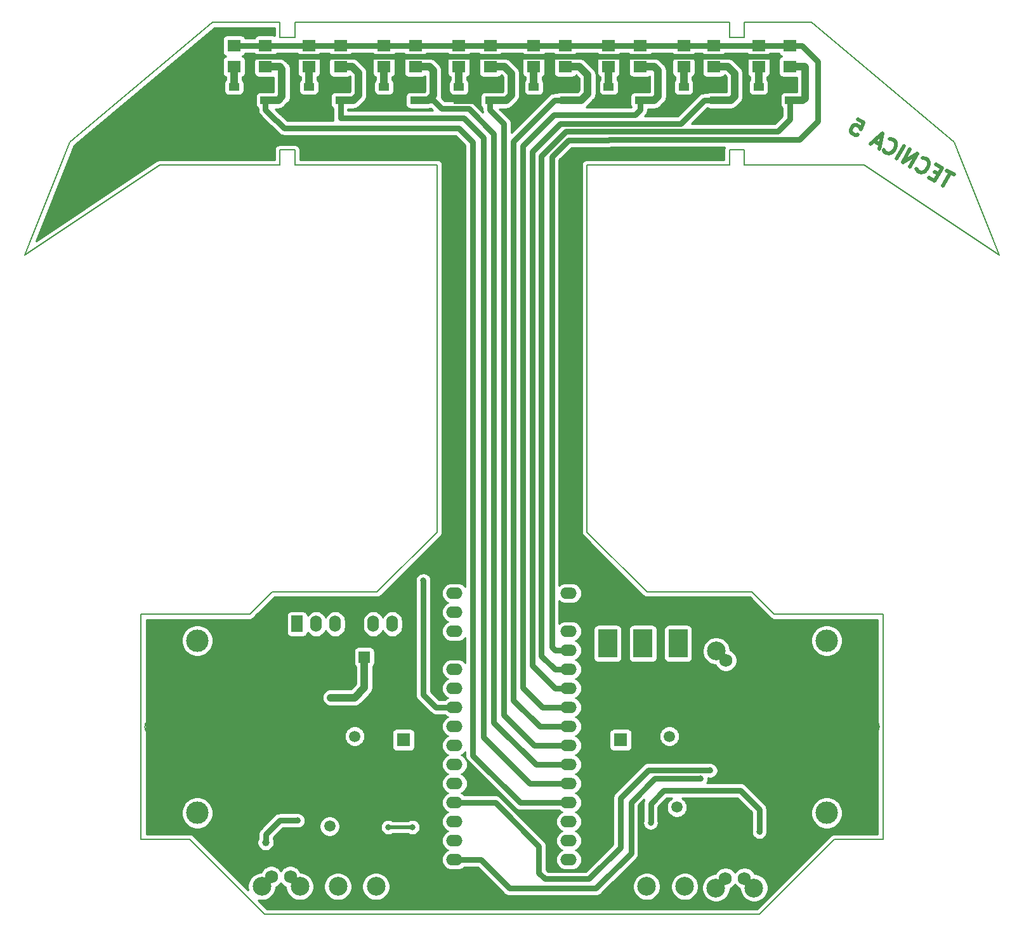
<source format=gbr>
G04 #@! TF.GenerationSoftware,KiCad,Pcbnew,(5.1.4)-1*
G04 #@! TF.CreationDate,2020-10-19T13:56:16-03:00*
G04 #@! TF.ProjectId,VELOCISTA,56454c4f-4349-4535-9441-2e6b69636164,rev?*
G04 #@! TF.SameCoordinates,Original*
G04 #@! TF.FileFunction,Copper,L2,Bot*
G04 #@! TF.FilePolarity,Positive*
%FSLAX46Y46*%
G04 Gerber Fmt 4.6, Leading zero omitted, Abs format (unit mm)*
G04 Created by KiCad (PCBNEW (5.1.4)-1) date 2020-10-19 13:56:16*
%MOMM*%
%LPD*%
G04 APERTURE LIST*
%ADD10C,0.150000*%
%ADD11C,0.500000*%
%ADD12O,2.199640X1.524000*%
%ADD13O,2.197100X1.524000*%
%ADD14C,1.750000*%
%ADD15C,2.500000*%
%ADD16O,1.524000X2.199640*%
%ADD17R,1.524000X2.199640*%
%ADD18R,2.540000X3.810000*%
%ADD19C,1.501140*%
%ADD20C,3.000000*%
%ADD21C,1.524000*%
%ADD22R,1.524000X1.524000*%
%ADD23R,1.803400X1.600200*%
%ADD24R,1.400000X1.000000*%
%ADD25R,1.800000X1.800000*%
%ADD26C,1.800000*%
%ADD27C,0.800000*%
%ADD28C,1.500000*%
%ADD29C,1.000000*%
%ADD30C,1.000000*%
%ADD31C,0.750000*%
%ADD32C,0.200000*%
%ADD33C,0.254000*%
G04 APERTURE END LIST*
D10*
X137000000Y-142000000D02*
G75*
G03X137000000Y-142000000I-1000000J0D01*
G01*
X143000000Y-148000000D02*
G75*
G03X143000000Y-148000000I-1000000J0D01*
G01*
X149000000Y-142000000D02*
G75*
G03X149000000Y-142000000I-1000000J0D01*
G01*
X143000000Y-136000000D02*
G75*
G03X143000000Y-136000000I-1000000J0D01*
G01*
X53000000Y-142000000D02*
G75*
G03X53000000Y-142000000I-1000000J0D01*
G01*
X65000000Y-142000000D02*
G75*
G03X65000000Y-142000000I-1000000J0D01*
G01*
X59000000Y-148000000D02*
G75*
G03X59000000Y-148000000I-1000000J0D01*
G01*
X59000000Y-136000000D02*
G75*
G03X59000000Y-136000000I-1000000J0D01*
G01*
X145605551Y-142000000D02*
G75*
G03X145605551Y-142000000I-3605551J0D01*
G01*
X61605551Y-142000000D02*
G75*
G03X61605551Y-142000000I-3605551J0D01*
G01*
X132000000Y-124000000D02*
X135000000Y-127000000D01*
X132000000Y-124000000D02*
X118000000Y-124000000D01*
X65000000Y-127000000D02*
X50500000Y-127000000D01*
X68000000Y-124000000D02*
X65000000Y-127000000D01*
X69000000Y-67000000D02*
X53000000Y-67000000D01*
X69000000Y-67000000D02*
X69000000Y-65000000D01*
X71000000Y-65000000D02*
X69000000Y-65000000D01*
X71000000Y-65000000D02*
X71000000Y-67000000D01*
X69000000Y-48000000D02*
X60000000Y-48000000D01*
X69000000Y-50000000D02*
X69000000Y-48000000D01*
X71000000Y-50000000D02*
X69000000Y-50000000D01*
X71000000Y-48000000D02*
X71000000Y-50000000D01*
X159000000Y-64000000D02*
X140000000Y-48000000D01*
X131000000Y-48000000D02*
X140000000Y-48000000D01*
X131000000Y-50000000D02*
X131000000Y-48000000D01*
X129000000Y-50000000D02*
X131000000Y-50000000D01*
X129000000Y-48000000D02*
X129000000Y-50000000D01*
X131000000Y-65000000D02*
X131000000Y-67000000D01*
X129000000Y-65000000D02*
X131000000Y-65000000D01*
X129000000Y-67000000D02*
X129000000Y-65000000D01*
X147000000Y-67000000D02*
X165000000Y-79000000D01*
X53000000Y-67000000D02*
X35000000Y-79000000D01*
X90000000Y-67000000D02*
X71000000Y-67000000D01*
D11*
X158979668Y-68321666D02*
X157989925Y-67750237D01*
X157484796Y-69768002D02*
X158484796Y-68035951D01*
X156936384Y-68241690D02*
X156359034Y-67908357D01*
X155587788Y-68672764D02*
X156412574Y-69148955D01*
X157412574Y-67416904D01*
X156587788Y-66940713D01*
X153950976Y-67507807D02*
X153985835Y-67637905D01*
X154185652Y-67863240D01*
X154350609Y-67958478D01*
X154645664Y-68018857D01*
X154905859Y-67949138D01*
X155083576Y-67831800D01*
X155356531Y-67549504D01*
X155499388Y-67302068D01*
X155607386Y-66924535D01*
X155620145Y-66711959D01*
X155550426Y-66451763D01*
X155350609Y-66226428D01*
X155185652Y-66131190D01*
X154890597Y-66070811D01*
X154760499Y-66105671D01*
X153113430Y-67244193D02*
X154113430Y-65512142D01*
X152123687Y-66672764D01*
X153123687Y-64940713D01*
X151298901Y-66196574D02*
X152298901Y-64464523D01*
X149579609Y-64983997D02*
X149614469Y-65114095D01*
X149814286Y-65339431D01*
X149979243Y-65434669D01*
X150274298Y-65495047D01*
X150534493Y-65425328D01*
X150712210Y-65307990D01*
X150985165Y-65025695D01*
X151128022Y-64778259D01*
X151236019Y-64400725D01*
X151248779Y-64188149D01*
X151179060Y-63927954D01*
X150979243Y-63702618D01*
X150814286Y-63607380D01*
X150519231Y-63547002D01*
X150389133Y-63581861D01*
X149110257Y-64273131D02*
X148285471Y-63796940D01*
X148989500Y-64863240D02*
X149412149Y-62797856D01*
X147834799Y-64196574D01*
X146113005Y-60893094D02*
X146937791Y-61369285D01*
X146544079Y-62241690D01*
X146509220Y-62111592D01*
X146391881Y-61933876D01*
X145979488Y-61695780D01*
X145766912Y-61683021D01*
X145636814Y-61717880D01*
X145459098Y-61835219D01*
X145221002Y-62247612D01*
X145208243Y-62460188D01*
X145243103Y-62590286D01*
X145360441Y-62768002D01*
X145772834Y-63006098D01*
X145985410Y-63018857D01*
X146115508Y-62983997D01*
D10*
X110000000Y-116000000D02*
X110000000Y-67000000D01*
X90000000Y-67000000D02*
X90000000Y-116000000D01*
X110000000Y-67000000D02*
X129000000Y-67000000D01*
X159000000Y-64000000D02*
X165000000Y-79000000D01*
X131000000Y-67000000D02*
X147000000Y-67000000D01*
X133000000Y-167000000D02*
X67000000Y-167000000D01*
X143000000Y-157000000D02*
X133000000Y-167000000D01*
X149500000Y-157000000D02*
X143000000Y-157000000D01*
X57000000Y-157000000D02*
X67000000Y-167000000D01*
X50500000Y-157000000D02*
X57000000Y-157000000D01*
X50500000Y-127000000D02*
X50500000Y-157000000D01*
X149500000Y-127000000D02*
X149500000Y-157000000D01*
X149500000Y-127000000D02*
X135000000Y-127000000D01*
X82000000Y-124000000D02*
X68000000Y-124000000D01*
X90000000Y-116000000D02*
X82000000Y-124000000D01*
X110000000Y-116000000D02*
X118000000Y-124000000D01*
X60000000Y-48000000D02*
X41000000Y-64000000D01*
X41000000Y-64000000D02*
X35000000Y-79000000D01*
X71000000Y-48000000D02*
X129000000Y-48000000D01*
D12*
X92330000Y-124170000D03*
X92330000Y-126710000D03*
X92330000Y-129250000D03*
X92330000Y-131790000D03*
X92330000Y-134330000D03*
X92330000Y-136870000D03*
X92330000Y-139410000D03*
X92330000Y-141950000D03*
X92330000Y-144490000D03*
X92330000Y-147030000D03*
X92330000Y-149570000D03*
X92330000Y-152110000D03*
X92330000Y-154650000D03*
X92330000Y-157190000D03*
X92330000Y-159730000D03*
X107570000Y-159730000D03*
X107570000Y-157190000D03*
X107570000Y-154650000D03*
X107570000Y-152110000D03*
D13*
X107570000Y-149570000D03*
X107570000Y-147030000D03*
X107570000Y-144490000D03*
X107570000Y-141950000D03*
X107570000Y-139410000D03*
X107570000Y-136870000D03*
X107570000Y-134330000D03*
X107570000Y-131790000D03*
X107570000Y-129250000D03*
X107570000Y-126710000D03*
X107570000Y-124170000D03*
D14*
X128520000Y-133150000D03*
X131060000Y-133150000D03*
D15*
X127250000Y-131880000D03*
X132330000Y-131880000D03*
D16*
X84020000Y-128260000D03*
X81480000Y-128260000D03*
X78940000Y-128260000D03*
X76400000Y-128260000D03*
X73860000Y-128260000D03*
D17*
X71320000Y-128260000D03*
D18*
X112760000Y-130880000D03*
X122160000Y-130880000D03*
X117460000Y-130880000D03*
D14*
X131020000Y-162230000D03*
X128480000Y-162230000D03*
D15*
X132290000Y-163500000D03*
X127210000Y-163500000D03*
D14*
X70410000Y-162030000D03*
X67870000Y-162030000D03*
D15*
X71680000Y-163300000D03*
X66600000Y-163300000D03*
D19*
X75660000Y-152720000D03*
X75660000Y-155260000D03*
X122000000Y-155260000D03*
X122000000Y-152720000D03*
X79000000Y-140730000D03*
X79000000Y-143270000D03*
X121000000Y-140730000D03*
X121000000Y-143270000D03*
D20*
X58000000Y-130500000D03*
X58000000Y-153500000D03*
X142000000Y-153500000D03*
X142000000Y-130500000D03*
D21*
X78280000Y-132690000D03*
D22*
X80280000Y-132690000D03*
D15*
X76760000Y-163300000D03*
X81840000Y-163300000D03*
X123040000Y-163300000D03*
X117960000Y-163300000D03*
D23*
X132900000Y-53897000D03*
X132900000Y-51103000D03*
X112900000Y-53897000D03*
X112900000Y-51103000D03*
X92900000Y-51106000D03*
X92900000Y-53900000D03*
X72900000Y-51100000D03*
X72900000Y-53894000D03*
X137100000Y-51103000D03*
X137100000Y-53897000D03*
X117100000Y-53897000D03*
X117100000Y-51103000D03*
X97100000Y-53897000D03*
X97100000Y-51103000D03*
X77100000Y-53897000D03*
X77100000Y-51103000D03*
X122900000Y-53897000D03*
X122900000Y-51103000D03*
X102900000Y-51100000D03*
X102900000Y-53894000D03*
X82900000Y-51106000D03*
X82900000Y-53900000D03*
X62900000Y-51103000D03*
X62900000Y-53897000D03*
X126900000Y-51103000D03*
X126900000Y-53897000D03*
X107100000Y-51103000D03*
X107100000Y-53897000D03*
X87100000Y-53897000D03*
X87100000Y-51103000D03*
X67100000Y-53900000D03*
X67100000Y-51106000D03*
D24*
X132900000Y-58400000D03*
X137100000Y-58400000D03*
X137100000Y-56600000D03*
X132900000Y-56600000D03*
X112900000Y-58400000D03*
X117100000Y-58400000D03*
X117100000Y-56600000D03*
X112900000Y-56600000D03*
X92900000Y-56600000D03*
X97100000Y-56600000D03*
X97100000Y-58400000D03*
X92900000Y-58400000D03*
X72900000Y-56600000D03*
X77100000Y-56600000D03*
X77100000Y-58400000D03*
X72900000Y-58400000D03*
X122900000Y-56600000D03*
X127100000Y-56600000D03*
X127100000Y-58400000D03*
X122900000Y-58400000D03*
X102900000Y-56600000D03*
X107100000Y-56600000D03*
X107100000Y-58400000D03*
X102900000Y-58400000D03*
X82900000Y-58400000D03*
X87100000Y-58400000D03*
X87100000Y-56600000D03*
X82900000Y-56600000D03*
X62900000Y-58400000D03*
X67100000Y-58400000D03*
X67100000Y-56600000D03*
X62900000Y-56600000D03*
D25*
X114500000Y-143750000D03*
D26*
X114500000Y-140250000D03*
X85500000Y-140250000D03*
D25*
X85500000Y-143750000D03*
D27*
X82900000Y-150450000D03*
X74750000Y-150000000D03*
X75750000Y-150000000D03*
X75750000Y-151000000D03*
D28*
X89582000Y-162368000D03*
D27*
X74750000Y-151000000D03*
X82900000Y-151300000D03*
X83800000Y-151300000D03*
X83800000Y-150450000D03*
X84700000Y-151300000D03*
X84700000Y-150450000D03*
X85600000Y-151300000D03*
X85600000Y-150450000D03*
X86500000Y-150450000D03*
X86500000Y-151300000D03*
X88200000Y-162700000D03*
X88200000Y-161850000D03*
X87300000Y-161850000D03*
X87300000Y-162700000D03*
X75800000Y-138100000D03*
X88150000Y-122490000D03*
X126450000Y-147820000D03*
X125170000Y-148930000D03*
X83500000Y-155400000D03*
X86700000Y-155400000D03*
X118500000Y-154800000D03*
X133000000Y-156000000D03*
X71400000Y-154500000D03*
D29*
X67125000Y-157425000D03*
D11*
X136900000Y-56600000D02*
X137100000Y-56600000D01*
X135100000Y-54800000D02*
X136900000Y-56600000D01*
X135100000Y-52700000D02*
X135100000Y-54800000D01*
X134756101Y-52356101D02*
X135100000Y-52700000D01*
X65900000Y-56600000D02*
X67100000Y-56600000D01*
X64700000Y-55400000D02*
X65900000Y-56600000D01*
X64700000Y-52700000D02*
X64700000Y-55400000D01*
D30*
X96389998Y-56600000D02*
X97050000Y-56600000D01*
X94589998Y-58400000D02*
X96389998Y-56600000D01*
X92850000Y-58400000D02*
X94589998Y-58400000D01*
D31*
X64960000Y-52500000D02*
X64930000Y-52470000D01*
D11*
X65043899Y-52356101D02*
X64930000Y-52470000D01*
X64930000Y-52470000D02*
X64700000Y-52700000D01*
D32*
X102900000Y-58400000D02*
X101810000Y-58400000D01*
X101810000Y-58400000D02*
X101230000Y-57820000D01*
X101230000Y-53620000D02*
X100110000Y-52500000D01*
X101230000Y-57820000D02*
X101230000Y-53620000D01*
X97100000Y-56600000D02*
X96490000Y-56600000D01*
X95010000Y-55120000D02*
X95010000Y-52500000D01*
X96490000Y-56600000D02*
X95010000Y-55120000D01*
D31*
X100110000Y-52500000D02*
X95010000Y-52500000D01*
D32*
X107100000Y-56600000D02*
X106220000Y-56600000D01*
X105050000Y-55430000D02*
X105050000Y-52500000D01*
X106220000Y-56600000D02*
X105050000Y-55430000D01*
D31*
X105050000Y-52500000D02*
X100110000Y-52500000D01*
D32*
X112900000Y-58400000D02*
X113960000Y-58400000D01*
X115760000Y-56600000D02*
X117100000Y-56600000D01*
X113960000Y-58400000D02*
X115760000Y-56600000D01*
X112900000Y-58400000D02*
X112170000Y-58400000D01*
X112170000Y-58400000D02*
X111280000Y-57510000D01*
X111280000Y-53000000D02*
X110780000Y-52500000D01*
X111280000Y-57510000D02*
X111280000Y-53000000D01*
D31*
X110780000Y-52500000D02*
X105050000Y-52500000D01*
D32*
X122900000Y-58400000D02*
X122020000Y-58400000D01*
X121060000Y-57440000D02*
X121060000Y-52500000D01*
X122020000Y-58400000D02*
X121060000Y-57440000D01*
D31*
X135300000Y-52500000D02*
X121060000Y-52500000D01*
X121060000Y-52500000D02*
X110780000Y-52500000D01*
D32*
X92900000Y-58400000D02*
X91900000Y-58400000D01*
X90690000Y-57190000D02*
X90690000Y-52500000D01*
X91900000Y-58400000D02*
X90690000Y-57190000D01*
D31*
X95010000Y-52500000D02*
X90690000Y-52500000D01*
D32*
X87100000Y-56600000D02*
X86320000Y-56600000D01*
X85110000Y-55390000D02*
X85110000Y-52500000D01*
X86320000Y-56600000D02*
X85110000Y-55390000D01*
D31*
X90690000Y-52500000D02*
X85110000Y-52500000D01*
D32*
X70970000Y-52740000D02*
X71210000Y-52500000D01*
X70970000Y-54070000D02*
X70970000Y-52740000D01*
D31*
X85110000Y-52500000D02*
X71210000Y-52500000D01*
X71210000Y-52500000D02*
X64960000Y-52500000D01*
X92900000Y-51106000D02*
X62494000Y-51106000D01*
X105300000Y-131368550D02*
X105721450Y-131790000D01*
X107500000Y-63700000D02*
X105300000Y-65900000D01*
X112900000Y-63700000D02*
X107500000Y-63700000D01*
X138706000Y-51106000D02*
X140800000Y-53200000D01*
X105300000Y-65900000D02*
X105300000Y-131368550D01*
X92900000Y-51106000D02*
X138706000Y-51106000D01*
X140800000Y-53200000D02*
X140800000Y-61200000D01*
X140800000Y-61200000D02*
X138349990Y-63650010D01*
X138349990Y-63650010D02*
X112949990Y-63650010D01*
X105721450Y-131790000D02*
X107570000Y-131790000D01*
X112949990Y-63650010D02*
X112900000Y-63700000D01*
D30*
X80300000Y-132710000D02*
X80280000Y-132690000D01*
X80300000Y-136770000D02*
X80300000Y-132710000D01*
X78970000Y-138100000D02*
X80300000Y-136770000D01*
X75800000Y-138100000D02*
X78970000Y-138100000D01*
X69001700Y-53900000D02*
X69300000Y-54198300D01*
X67100000Y-53900000D02*
X69001700Y-53900000D01*
X69300000Y-54198300D02*
X69300000Y-57900000D01*
X68800000Y-58400000D02*
X67100000Y-58400000D01*
X69300000Y-57900000D02*
X68800000Y-58400000D01*
D31*
X101060000Y-152110000D02*
X107570000Y-152110000D01*
X67100000Y-59650000D02*
X68500000Y-61050000D01*
X94750000Y-145800000D02*
X101060000Y-152110000D01*
X94750000Y-63950000D02*
X94750000Y-145800000D01*
X67100000Y-58400000D02*
X67100000Y-59650000D01*
X68500000Y-61050000D02*
X68550000Y-61050000D01*
X68550000Y-61050000D02*
X69600000Y-62100000D01*
X69600000Y-62100000D02*
X92900000Y-62100000D01*
X92900000Y-62100000D02*
X94750000Y-63950000D01*
D30*
X77201600Y-53897000D02*
X77204600Y-53900000D01*
X77100000Y-53897000D02*
X77201600Y-53897000D01*
X77204600Y-53900000D02*
X78700000Y-53900000D01*
X78700000Y-53900000D02*
X79500000Y-54700000D01*
X79500000Y-54700000D02*
X79500000Y-57700000D01*
X78800000Y-58400000D02*
X77100000Y-58400000D01*
X79500000Y-57700000D02*
X78800000Y-58400000D01*
D31*
X77100000Y-60744000D02*
X77100000Y-58400000D01*
X93544000Y-60744000D02*
X77100000Y-60744000D01*
X96150000Y-63350000D02*
X93544000Y-60744000D01*
X96150000Y-143350000D02*
X96150000Y-63350000D01*
X107570000Y-149570000D02*
X102370000Y-149570000D01*
X102370000Y-149570000D02*
X96150000Y-143350000D01*
D30*
X88800000Y-58400000D02*
X87100000Y-58400000D01*
X89300000Y-57900000D02*
X88800000Y-58400000D01*
X89500000Y-57700000D02*
X89200000Y-58000000D01*
X89500000Y-54395300D02*
X89500000Y-57700000D01*
X87100000Y-53897000D02*
X89001700Y-53897000D01*
X89001700Y-53897000D02*
X89500000Y-54395300D01*
D31*
X89124000Y-58400000D02*
X87100000Y-58400000D01*
X89320000Y-58204000D02*
X89124000Y-58400000D01*
X103180000Y-147030000D02*
X97550000Y-141400000D01*
X107570000Y-147030000D02*
X103180000Y-147030000D01*
X97550000Y-141400000D02*
X97550000Y-62850000D01*
X97550000Y-62850000D02*
X94200000Y-59500000D01*
X94200000Y-59500000D02*
X90616000Y-59500000D01*
X90616000Y-59500000D02*
X89320000Y-58204000D01*
D30*
X99001700Y-53897000D02*
X99900000Y-54795300D01*
X97100000Y-53897000D02*
X99001700Y-53897000D01*
X99900000Y-54795300D02*
X99900000Y-57700000D01*
X99200000Y-58400000D02*
X97050000Y-58400000D01*
X99900000Y-57700000D02*
X99200000Y-58400000D01*
D31*
X98900000Y-61500000D02*
X97050000Y-59650000D01*
X97050000Y-59650000D02*
X97050000Y-58400000D01*
X98900000Y-140450000D02*
X98900000Y-61500000D01*
X102940000Y-144490000D02*
X98900000Y-140450000D01*
X107570000Y-144490000D02*
X102940000Y-144490000D01*
D30*
X109001700Y-53897000D02*
X110100000Y-54995300D01*
X107100000Y-53897000D02*
X109001700Y-53897000D01*
X110100000Y-54995300D02*
X110100000Y-57500000D01*
X109200000Y-58400000D02*
X107100000Y-58400000D01*
X110100000Y-57500000D02*
X109200000Y-58400000D01*
D31*
X103700000Y-141950000D02*
X107570000Y-141950000D01*
X100200000Y-63850000D02*
X100200000Y-138450000D01*
X105650000Y-58400000D02*
X100200000Y-63850000D01*
X100200000Y-138450000D02*
X103700000Y-141950000D01*
X107100000Y-58400000D02*
X105650000Y-58400000D01*
D30*
X119001700Y-53897000D02*
X119500000Y-54395300D01*
X117100000Y-53897000D02*
X119001700Y-53897000D01*
X119500000Y-54395300D02*
X119500000Y-57900000D01*
X119000000Y-58400000D02*
X117100000Y-58400000D01*
X119500000Y-57900000D02*
X119000000Y-58400000D01*
D31*
X117100000Y-59650000D02*
X117100000Y-58400000D01*
X104060000Y-139410000D02*
X101400000Y-136750000D01*
X107570000Y-139410000D02*
X104060000Y-139410000D01*
X101400000Y-136750000D02*
X101400000Y-64500000D01*
X101400000Y-64500000D02*
X105600000Y-60300000D01*
X105600000Y-60300000D02*
X116450000Y-60300000D01*
X116450000Y-60300000D02*
X117100000Y-59650000D01*
X105721450Y-136870000D02*
X107570000Y-136870000D01*
X125650000Y-58400000D02*
X122550000Y-61500000D01*
X127100000Y-58400000D02*
X125650000Y-58400000D01*
X106440000Y-61500000D02*
X102700000Y-65240000D01*
X122550000Y-61500000D02*
X106440000Y-61500000D01*
X102700000Y-65240000D02*
X102700000Y-133848550D01*
X102700000Y-133848550D02*
X105721450Y-136870000D01*
D30*
X128801700Y-53897000D02*
X126900000Y-53897000D01*
X129700000Y-54795300D02*
X128801700Y-53897000D01*
X129700000Y-57900000D02*
X129700000Y-54795300D01*
X129200000Y-58400000D02*
X129700000Y-57900000D01*
X127100000Y-58400000D02*
X129200000Y-58400000D01*
X139001700Y-53897000D02*
X137100000Y-53897000D01*
X139100000Y-53995300D02*
X139001700Y-53897000D01*
X139100000Y-58100000D02*
X139100000Y-53995300D01*
X138800000Y-58400000D02*
X139100000Y-58100000D01*
X137100000Y-58400000D02*
X138800000Y-58400000D01*
D31*
X137100000Y-60900000D02*
X137100000Y-58400000D01*
X105721450Y-134330000D02*
X103900000Y-132508550D01*
X107570000Y-134330000D02*
X105721450Y-134330000D01*
X103900000Y-132508550D02*
X103900000Y-65800000D01*
X103900000Y-65800000D02*
X107178000Y-62522000D01*
X107178000Y-62522000D02*
X135478000Y-62522000D01*
X135478000Y-62522000D02*
X137100000Y-60900000D01*
D30*
X132900000Y-53897000D02*
X132900000Y-56600000D01*
X112900000Y-53897000D02*
X112900000Y-56600000D01*
X92900000Y-56550000D02*
X92850000Y-56600000D01*
X92900000Y-53900000D02*
X92900000Y-56550000D01*
X72900000Y-53894000D02*
X72900000Y-56600000D01*
X122900000Y-53897000D02*
X122900000Y-56600000D01*
X102900000Y-53894000D02*
X102900000Y-56600000D01*
X82900000Y-53900000D02*
X82900000Y-56600000D01*
X62900000Y-53897000D02*
X62900000Y-56600000D01*
D31*
X92330000Y-139410000D02*
X89850000Y-139410000D01*
X89850000Y-139410000D02*
X88150000Y-137710000D01*
X88150000Y-137710000D02*
X88150000Y-122490000D01*
X97754000Y-152110000D02*
X92330000Y-152110000D01*
X103550000Y-157906000D02*
X97754000Y-152110000D01*
X103550000Y-161462000D02*
X103550000Y-157906000D01*
X126450000Y-147820000D02*
X126430000Y-147800000D01*
X126430000Y-147800000D02*
X118200000Y-147800000D01*
X118200000Y-147800000D02*
X114466000Y-151534000D01*
X114466000Y-151534000D02*
X114466000Y-158076000D01*
X114466000Y-158076000D02*
X110236000Y-162306000D01*
X110236000Y-162306000D02*
X104394000Y-162306000D01*
X104394000Y-162306000D02*
X103550000Y-161462000D01*
X95810000Y-159730000D02*
X92330000Y-159730000D01*
X99650000Y-163570000D02*
X95810000Y-159730000D01*
X119020000Y-148930000D02*
X115880000Y-152070000D01*
X125170000Y-148930000D02*
X119020000Y-148930000D01*
X115880000Y-152070000D02*
X115880000Y-158880000D01*
X115880000Y-158880000D02*
X111190000Y-163570000D01*
X111190000Y-163570000D02*
X99650000Y-163570000D01*
D11*
X86700000Y-155400000D02*
X83500000Y-155400000D01*
D31*
X118500000Y-152250000D02*
X118500000Y-154700000D01*
X120250000Y-150500000D02*
X118500000Y-152250000D01*
X130500000Y-150500000D02*
X120250000Y-150500000D01*
X133000000Y-156000000D02*
X133000000Y-153000000D01*
X133000000Y-153000000D02*
X130500000Y-150500000D01*
X69000000Y-154500000D02*
X67125000Y-156375000D01*
X71400000Y-154500000D02*
X69000000Y-154500000D01*
X67125000Y-157425000D02*
X67125000Y-156375000D01*
D33*
G36*
X68298000Y-49753329D02*
G01*
X68242803Y-49723825D01*
X68124613Y-49687973D01*
X68001700Y-49675867D01*
X66198300Y-49675867D01*
X66075387Y-49687973D01*
X65957197Y-49723825D01*
X65848272Y-49782047D01*
X65752799Y-49860399D01*
X65674447Y-49955872D01*
X65616225Y-50064797D01*
X65604333Y-50104000D01*
X64396577Y-50104000D01*
X64383775Y-50061797D01*
X64325553Y-49952872D01*
X64247201Y-49857399D01*
X64151728Y-49779047D01*
X64042803Y-49720825D01*
X63924613Y-49684973D01*
X63801700Y-49672867D01*
X61998300Y-49672867D01*
X61875387Y-49684973D01*
X61757197Y-49720825D01*
X61648272Y-49779047D01*
X61552799Y-49857399D01*
X61474447Y-49952872D01*
X61416225Y-50061797D01*
X61380373Y-50179987D01*
X61368267Y-50302900D01*
X61368267Y-51903100D01*
X61380373Y-52026013D01*
X61416225Y-52144203D01*
X61474447Y-52253128D01*
X61552799Y-52348601D01*
X61648272Y-52426953D01*
X61757197Y-52485175D01*
X61806069Y-52500000D01*
X61757197Y-52514825D01*
X61648272Y-52573047D01*
X61552799Y-52651399D01*
X61474447Y-52746872D01*
X61416225Y-52855797D01*
X61380373Y-52973987D01*
X61368267Y-53096900D01*
X61368267Y-54697100D01*
X61380373Y-54820013D01*
X61416225Y-54938203D01*
X61474447Y-55047128D01*
X61552799Y-55142601D01*
X61648272Y-55220953D01*
X61757197Y-55279175D01*
X61773001Y-55283969D01*
X61773001Y-55639315D01*
X61754499Y-55654499D01*
X61676147Y-55749972D01*
X61617925Y-55858897D01*
X61582073Y-55977087D01*
X61569967Y-56100000D01*
X61569967Y-57100000D01*
X61582073Y-57222913D01*
X61617925Y-57341103D01*
X61676147Y-57450028D01*
X61754499Y-57545501D01*
X61849972Y-57623853D01*
X61958897Y-57682075D01*
X62077087Y-57717927D01*
X62200000Y-57730033D01*
X62875430Y-57730033D01*
X62900000Y-57732453D01*
X62924570Y-57730033D01*
X63600000Y-57730033D01*
X63722913Y-57717927D01*
X63841103Y-57682075D01*
X63950028Y-57623853D01*
X64045501Y-57545501D01*
X64123853Y-57450028D01*
X64182075Y-57341103D01*
X64217927Y-57222913D01*
X64230033Y-57100000D01*
X64230033Y-56100000D01*
X64217927Y-55977087D01*
X64182075Y-55858897D01*
X64123853Y-55749972D01*
X64045501Y-55654499D01*
X64027000Y-55639316D01*
X64027000Y-55283969D01*
X64042803Y-55279175D01*
X64151728Y-55220953D01*
X64247201Y-55142601D01*
X64325553Y-55047128D01*
X64383775Y-54938203D01*
X64419627Y-54820013D01*
X64431733Y-54697100D01*
X64431733Y-53096900D01*
X64419627Y-52973987D01*
X64383775Y-52855797D01*
X64325553Y-52746872D01*
X64247201Y-52651399D01*
X64151728Y-52573047D01*
X64042803Y-52514825D01*
X63993931Y-52500000D01*
X64042803Y-52485175D01*
X64151728Y-52426953D01*
X64247201Y-52348601D01*
X64325553Y-52253128D01*
X64383775Y-52144203D01*
X64394757Y-52108000D01*
X65604333Y-52108000D01*
X65616225Y-52147203D01*
X65674447Y-52256128D01*
X65752799Y-52351601D01*
X65848272Y-52429953D01*
X65957197Y-52488175D01*
X66006069Y-52503000D01*
X65957197Y-52517825D01*
X65848272Y-52576047D01*
X65752799Y-52654399D01*
X65674447Y-52749872D01*
X65616225Y-52858797D01*
X65580373Y-52976987D01*
X65568267Y-53099900D01*
X65568267Y-54700100D01*
X65580373Y-54823013D01*
X65616225Y-54941203D01*
X65674447Y-55050128D01*
X65752799Y-55145601D01*
X65848272Y-55223953D01*
X65957197Y-55282175D01*
X66075387Y-55318027D01*
X66198300Y-55330133D01*
X68001700Y-55330133D01*
X68124613Y-55318027D01*
X68173000Y-55303349D01*
X68173001Y-57273000D01*
X67830794Y-57273000D01*
X67800000Y-57269967D01*
X66400000Y-57269967D01*
X66277087Y-57282073D01*
X66158897Y-57317925D01*
X66049972Y-57376147D01*
X65954499Y-57454499D01*
X65876147Y-57549972D01*
X65817925Y-57658897D01*
X65782073Y-57777087D01*
X65769967Y-57900000D01*
X65769967Y-58900000D01*
X65782073Y-59022913D01*
X65817925Y-59141103D01*
X65876147Y-59250028D01*
X65954499Y-59345501D01*
X66049972Y-59423853D01*
X66098001Y-59449525D01*
X66098001Y-59600775D01*
X66093153Y-59650000D01*
X66112498Y-59846426D01*
X66169794Y-60035303D01*
X66249608Y-60184625D01*
X66262837Y-60209375D01*
X66388052Y-60361949D01*
X66426286Y-60393327D01*
X67756673Y-61723715D01*
X67788051Y-61761949D01*
X67940625Y-61887164D01*
X68003994Y-61921035D01*
X68856673Y-62773715D01*
X68888051Y-62811949D01*
X69040625Y-62937164D01*
X69214696Y-63030206D01*
X69346277Y-63070121D01*
X69403573Y-63087502D01*
X69423612Y-63089476D01*
X69550777Y-63102000D01*
X69550783Y-63102000D01*
X69599999Y-63106847D01*
X69649215Y-63102000D01*
X92484959Y-63102000D01*
X93748000Y-64365042D01*
X93748001Y-123296712D01*
X93654743Y-123183077D01*
X93443240Y-123009501D01*
X93201939Y-122880523D01*
X92940111Y-122801098D01*
X92736050Y-122781000D01*
X91923950Y-122781000D01*
X91719889Y-122801098D01*
X91458061Y-122880523D01*
X91216760Y-123009501D01*
X91005257Y-123183077D01*
X90831681Y-123394580D01*
X90702703Y-123635881D01*
X90623278Y-123897709D01*
X90596460Y-124170000D01*
X90623278Y-124442291D01*
X90702703Y-124704119D01*
X90831681Y-124945420D01*
X91005257Y-125156923D01*
X91216760Y-125330499D01*
X91421622Y-125440000D01*
X91216760Y-125549501D01*
X91005257Y-125723077D01*
X90831681Y-125934580D01*
X90702703Y-126175881D01*
X90623278Y-126437709D01*
X90596460Y-126710000D01*
X90623278Y-126982291D01*
X90702703Y-127244119D01*
X90831681Y-127485420D01*
X91005257Y-127696923D01*
X91216760Y-127870499D01*
X91421622Y-127980000D01*
X91216760Y-128089501D01*
X91005257Y-128263077D01*
X90831681Y-128474580D01*
X90702703Y-128715881D01*
X90623278Y-128977709D01*
X90596460Y-129250000D01*
X90623278Y-129522291D01*
X90702703Y-129784119D01*
X90831681Y-130025420D01*
X91005257Y-130236923D01*
X91216760Y-130410499D01*
X91458061Y-130539477D01*
X91719889Y-130618902D01*
X91923950Y-130639000D01*
X92736050Y-130639000D01*
X92940111Y-130618902D01*
X93201939Y-130539477D01*
X93443240Y-130410499D01*
X93654743Y-130236923D01*
X93748001Y-130123288D01*
X93748001Y-133456712D01*
X93654743Y-133343077D01*
X93443240Y-133169501D01*
X93201939Y-133040523D01*
X92940111Y-132961098D01*
X92736050Y-132941000D01*
X91923950Y-132941000D01*
X91719889Y-132961098D01*
X91458061Y-133040523D01*
X91216760Y-133169501D01*
X91005257Y-133343077D01*
X90831681Y-133554580D01*
X90702703Y-133795881D01*
X90623278Y-134057709D01*
X90596460Y-134330000D01*
X90623278Y-134602291D01*
X90702703Y-134864119D01*
X90831681Y-135105420D01*
X91005257Y-135316923D01*
X91216760Y-135490499D01*
X91421622Y-135600000D01*
X91216760Y-135709501D01*
X91005257Y-135883077D01*
X90831681Y-136094580D01*
X90702703Y-136335881D01*
X90623278Y-136597709D01*
X90596460Y-136870000D01*
X90623278Y-137142291D01*
X90702703Y-137404119D01*
X90831681Y-137645420D01*
X91005257Y-137856923D01*
X91216760Y-138030499D01*
X91421622Y-138140000D01*
X91216760Y-138249501D01*
X91023628Y-138408000D01*
X90265042Y-138408000D01*
X89152000Y-137294959D01*
X89152000Y-122716834D01*
X89177000Y-122591151D01*
X89177000Y-122388849D01*
X89137533Y-122190435D01*
X89060115Y-122003533D01*
X88947723Y-121835326D01*
X88804674Y-121692277D01*
X88636467Y-121579885D01*
X88449565Y-121502467D01*
X88251151Y-121463000D01*
X88048849Y-121463000D01*
X87850435Y-121502467D01*
X87663533Y-121579885D01*
X87495326Y-121692277D01*
X87352277Y-121835326D01*
X87239885Y-122003533D01*
X87162467Y-122190435D01*
X87123000Y-122388849D01*
X87123000Y-122591151D01*
X87148001Y-122716839D01*
X87148000Y-137660784D01*
X87143153Y-137710000D01*
X87148000Y-137759216D01*
X87148000Y-137759222D01*
X87162498Y-137906425D01*
X87219794Y-138095303D01*
X87312836Y-138269375D01*
X87438051Y-138421949D01*
X87476290Y-138453332D01*
X89106673Y-140083715D01*
X89138051Y-140121949D01*
X89290625Y-140247164D01*
X89464694Y-140340205D01*
X89464696Y-140340206D01*
X89653573Y-140397502D01*
X89673612Y-140399476D01*
X89800777Y-140412000D01*
X89800783Y-140412000D01*
X89849999Y-140416847D01*
X89899215Y-140412000D01*
X91023628Y-140412000D01*
X91216760Y-140570499D01*
X91421622Y-140680000D01*
X91216760Y-140789501D01*
X91005257Y-140963077D01*
X90831681Y-141174580D01*
X90702703Y-141415881D01*
X90623278Y-141677709D01*
X90596460Y-141950000D01*
X90623278Y-142222291D01*
X90702703Y-142484119D01*
X90831681Y-142725420D01*
X91005257Y-142936923D01*
X91216760Y-143110499D01*
X91421622Y-143220000D01*
X91216760Y-143329501D01*
X91005257Y-143503077D01*
X90831681Y-143714580D01*
X90702703Y-143955881D01*
X90623278Y-144217709D01*
X90596460Y-144490000D01*
X90623278Y-144762291D01*
X90702703Y-145024119D01*
X90831681Y-145265420D01*
X91005257Y-145476923D01*
X91216760Y-145650499D01*
X91421622Y-145760000D01*
X91216760Y-145869501D01*
X91005257Y-146043077D01*
X90831681Y-146254580D01*
X90702703Y-146495881D01*
X90623278Y-146757709D01*
X90596460Y-147030000D01*
X90623278Y-147302291D01*
X90702703Y-147564119D01*
X90831681Y-147805420D01*
X91005257Y-148016923D01*
X91216760Y-148190499D01*
X91421622Y-148300000D01*
X91216760Y-148409501D01*
X91005257Y-148583077D01*
X90831681Y-148794580D01*
X90702703Y-149035881D01*
X90623278Y-149297709D01*
X90596460Y-149570000D01*
X90623278Y-149842291D01*
X90702703Y-150104119D01*
X90831681Y-150345420D01*
X91005257Y-150556923D01*
X91216760Y-150730499D01*
X91421622Y-150840000D01*
X91216760Y-150949501D01*
X91005257Y-151123077D01*
X90831681Y-151334580D01*
X90702703Y-151575881D01*
X90623278Y-151837709D01*
X90596460Y-152110000D01*
X90623278Y-152382291D01*
X90702703Y-152644119D01*
X90831681Y-152885420D01*
X91005257Y-153096923D01*
X91216760Y-153270499D01*
X91421622Y-153380000D01*
X91216760Y-153489501D01*
X91005257Y-153663077D01*
X90831681Y-153874580D01*
X90702703Y-154115881D01*
X90623278Y-154377709D01*
X90596460Y-154650000D01*
X90623278Y-154922291D01*
X90702703Y-155184119D01*
X90831681Y-155425420D01*
X91005257Y-155636923D01*
X91216760Y-155810499D01*
X91421622Y-155920000D01*
X91216760Y-156029501D01*
X91005257Y-156203077D01*
X90831681Y-156414580D01*
X90702703Y-156655881D01*
X90623278Y-156917709D01*
X90596460Y-157190000D01*
X90623278Y-157462291D01*
X90702703Y-157724119D01*
X90831681Y-157965420D01*
X91005257Y-158176923D01*
X91216760Y-158350499D01*
X91421622Y-158460000D01*
X91216760Y-158569501D01*
X91005257Y-158743077D01*
X90831681Y-158954580D01*
X90702703Y-159195881D01*
X90623278Y-159457709D01*
X90596460Y-159730000D01*
X90623278Y-160002291D01*
X90702703Y-160264119D01*
X90831681Y-160505420D01*
X91005257Y-160716923D01*
X91216760Y-160890499D01*
X91458061Y-161019477D01*
X91719889Y-161098902D01*
X91923950Y-161119000D01*
X92736050Y-161119000D01*
X92940111Y-161098902D01*
X93201939Y-161019477D01*
X93443240Y-160890499D01*
X93636372Y-160732000D01*
X95394959Y-160732000D01*
X98906673Y-164243715D01*
X98938051Y-164281949D01*
X99090625Y-164407164D01*
X99264696Y-164500206D01*
X99409613Y-164544166D01*
X99453573Y-164557502D01*
X99473612Y-164559476D01*
X99600777Y-164572000D01*
X99600783Y-164572000D01*
X99649999Y-164576847D01*
X99699215Y-164572000D01*
X111140784Y-164572000D01*
X111190000Y-164576847D01*
X111239216Y-164572000D01*
X111239223Y-164572000D01*
X111386426Y-164557502D01*
X111575304Y-164500206D01*
X111749375Y-164407164D01*
X111901949Y-164281949D01*
X111933332Y-164243709D01*
X113061909Y-163115132D01*
X116083000Y-163115132D01*
X116083000Y-163484868D01*
X116155132Y-163847501D01*
X116296624Y-164189093D01*
X116502039Y-164496518D01*
X116763482Y-164757961D01*
X117070907Y-164963376D01*
X117412499Y-165104868D01*
X117775132Y-165177000D01*
X118144868Y-165177000D01*
X118507501Y-165104868D01*
X118849093Y-164963376D01*
X119156518Y-164757961D01*
X119417961Y-164496518D01*
X119623376Y-164189093D01*
X119764868Y-163847501D01*
X119837000Y-163484868D01*
X119837000Y-163115132D01*
X121163000Y-163115132D01*
X121163000Y-163484868D01*
X121235132Y-163847501D01*
X121376624Y-164189093D01*
X121582039Y-164496518D01*
X121843482Y-164757961D01*
X122150907Y-164963376D01*
X122492499Y-165104868D01*
X122855132Y-165177000D01*
X123224868Y-165177000D01*
X123587501Y-165104868D01*
X123929093Y-164963376D01*
X124236518Y-164757961D01*
X124497961Y-164496518D01*
X124703376Y-164189093D01*
X124844868Y-163847501D01*
X124917000Y-163484868D01*
X124917000Y-163315132D01*
X125333000Y-163315132D01*
X125333000Y-163684868D01*
X125405132Y-164047501D01*
X125546624Y-164389093D01*
X125752039Y-164696518D01*
X126013482Y-164957961D01*
X126320907Y-165163376D01*
X126662499Y-165304868D01*
X127025132Y-165377000D01*
X127394868Y-165377000D01*
X127757501Y-165304868D01*
X128099093Y-165163376D01*
X128406518Y-164957961D01*
X128667961Y-164696518D01*
X128873376Y-164389093D01*
X129014868Y-164047501D01*
X129087000Y-163684868D01*
X129087000Y-163604326D01*
X129191464Y-163561056D01*
X129437469Y-163396680D01*
X129646680Y-163187469D01*
X129750000Y-163032840D01*
X129853320Y-163187469D01*
X130062531Y-163396680D01*
X130308536Y-163561056D01*
X130413000Y-163604326D01*
X130413000Y-163684868D01*
X130485132Y-164047501D01*
X130626624Y-164389093D01*
X130832039Y-164696518D01*
X131093482Y-164957961D01*
X131400907Y-165163376D01*
X131742499Y-165304868D01*
X132105132Y-165377000D01*
X132474868Y-165377000D01*
X132837501Y-165304868D01*
X133179093Y-165163376D01*
X133486518Y-164957961D01*
X133747961Y-164696518D01*
X133953376Y-164389093D01*
X134094868Y-164047501D01*
X134167000Y-163684868D01*
X134167000Y-163315132D01*
X134094868Y-162952499D01*
X133953376Y-162610907D01*
X133747961Y-162303482D01*
X133486518Y-162042039D01*
X133179093Y-161836624D01*
X132837501Y-161695132D01*
X132474868Y-161623000D01*
X132394326Y-161623000D01*
X132351056Y-161518536D01*
X132186680Y-161272531D01*
X131977469Y-161063320D01*
X131731464Y-160898944D01*
X131458117Y-160785721D01*
X131167934Y-160728000D01*
X130872066Y-160728000D01*
X130581883Y-160785721D01*
X130308536Y-160898944D01*
X130062531Y-161063320D01*
X129853320Y-161272531D01*
X129750000Y-161427160D01*
X129646680Y-161272531D01*
X129437469Y-161063320D01*
X129191464Y-160898944D01*
X128918117Y-160785721D01*
X128627934Y-160728000D01*
X128332066Y-160728000D01*
X128041883Y-160785721D01*
X127768536Y-160898944D01*
X127522531Y-161063320D01*
X127313320Y-161272531D01*
X127148944Y-161518536D01*
X127105674Y-161623000D01*
X127025132Y-161623000D01*
X126662499Y-161695132D01*
X126320907Y-161836624D01*
X126013482Y-162042039D01*
X125752039Y-162303482D01*
X125546624Y-162610907D01*
X125405132Y-162952499D01*
X125333000Y-163315132D01*
X124917000Y-163315132D01*
X124917000Y-163115132D01*
X124844868Y-162752499D01*
X124703376Y-162410907D01*
X124497961Y-162103482D01*
X124236518Y-161842039D01*
X123929093Y-161636624D01*
X123587501Y-161495132D01*
X123224868Y-161423000D01*
X122855132Y-161423000D01*
X122492499Y-161495132D01*
X122150907Y-161636624D01*
X121843482Y-161842039D01*
X121582039Y-162103482D01*
X121376624Y-162410907D01*
X121235132Y-162752499D01*
X121163000Y-163115132D01*
X119837000Y-163115132D01*
X119764868Y-162752499D01*
X119623376Y-162410907D01*
X119417961Y-162103482D01*
X119156518Y-161842039D01*
X118849093Y-161636624D01*
X118507501Y-161495132D01*
X118144868Y-161423000D01*
X117775132Y-161423000D01*
X117412499Y-161495132D01*
X117070907Y-161636624D01*
X116763482Y-161842039D01*
X116502039Y-162103482D01*
X116296624Y-162410907D01*
X116155132Y-162752499D01*
X116083000Y-163115132D01*
X113061909Y-163115132D01*
X116553715Y-159623327D01*
X116591949Y-159591949D01*
X116717164Y-159439375D01*
X116810206Y-159265304D01*
X116867502Y-159076427D01*
X116886848Y-158880000D01*
X116882000Y-158830777D01*
X116882000Y-152485041D01*
X117647242Y-151719799D01*
X117584219Y-151837709D01*
X117569794Y-151864697D01*
X117524959Y-152012498D01*
X117512498Y-152053575D01*
X117498000Y-152200778D01*
X117498000Y-152200784D01*
X117493153Y-152250000D01*
X117498000Y-152299216D01*
X117498001Y-154573161D01*
X117473000Y-154698849D01*
X117473000Y-154901151D01*
X117512467Y-155099565D01*
X117589885Y-155286467D01*
X117702277Y-155454674D01*
X117845326Y-155597723D01*
X118013533Y-155710115D01*
X118200435Y-155787533D01*
X118398849Y-155827000D01*
X118601151Y-155827000D01*
X118799565Y-155787533D01*
X118986467Y-155710115D01*
X119154674Y-155597723D01*
X119297723Y-155454674D01*
X119410115Y-155286467D01*
X119487533Y-155099565D01*
X119527000Y-154901151D01*
X119527000Y-154698849D01*
X119502000Y-154573166D01*
X119502000Y-152665041D01*
X120665042Y-151502000D01*
X121343306Y-151502000D01*
X121121851Y-151649972D01*
X120929972Y-151841851D01*
X120779214Y-152067476D01*
X120675370Y-152318178D01*
X120622430Y-152584321D01*
X120622430Y-152855679D01*
X120675370Y-153121822D01*
X120779214Y-153372524D01*
X120929972Y-153598149D01*
X121121851Y-153790028D01*
X121347476Y-153940786D01*
X121598178Y-154044630D01*
X121864321Y-154097570D01*
X122135679Y-154097570D01*
X122401822Y-154044630D01*
X122652524Y-153940786D01*
X122878149Y-153790028D01*
X123070028Y-153598149D01*
X123220786Y-153372524D01*
X123324630Y-153121822D01*
X123377570Y-152855679D01*
X123377570Y-152584321D01*
X123324630Y-152318178D01*
X123220786Y-152067476D01*
X123070028Y-151841851D01*
X122878149Y-151649972D01*
X122656694Y-151502000D01*
X130084959Y-151502000D01*
X131998001Y-153415043D01*
X131998000Y-155773165D01*
X131973000Y-155898849D01*
X131973000Y-156101151D01*
X132012467Y-156299565D01*
X132089885Y-156486467D01*
X132202277Y-156654674D01*
X132345326Y-156797723D01*
X132513533Y-156910115D01*
X132700435Y-156987533D01*
X132898849Y-157027000D01*
X133101151Y-157027000D01*
X133299565Y-156987533D01*
X133486467Y-156910115D01*
X133654674Y-156797723D01*
X133797723Y-156654674D01*
X133910115Y-156486467D01*
X133987533Y-156299565D01*
X134027000Y-156101151D01*
X134027000Y-155898849D01*
X134002000Y-155773166D01*
X134002000Y-153290509D01*
X139873000Y-153290509D01*
X139873000Y-153709491D01*
X139954739Y-154120423D01*
X140115077Y-154507512D01*
X140347851Y-154855884D01*
X140644116Y-155152149D01*
X140992488Y-155384923D01*
X141379577Y-155545261D01*
X141790509Y-155627000D01*
X142209491Y-155627000D01*
X142620423Y-155545261D01*
X143007512Y-155384923D01*
X143355884Y-155152149D01*
X143652149Y-154855884D01*
X143884923Y-154507512D01*
X144045261Y-154120423D01*
X144127000Y-153709491D01*
X144127000Y-153290509D01*
X144045261Y-152879577D01*
X143884923Y-152492488D01*
X143652149Y-152144116D01*
X143355884Y-151847851D01*
X143007512Y-151615077D01*
X142620423Y-151454739D01*
X142209491Y-151373000D01*
X141790509Y-151373000D01*
X141379577Y-151454739D01*
X140992488Y-151615077D01*
X140644116Y-151847851D01*
X140347851Y-152144116D01*
X140115077Y-152492488D01*
X139954739Y-152879577D01*
X139873000Y-153290509D01*
X134002000Y-153290509D01*
X134002000Y-153049216D01*
X134006847Y-153000000D01*
X134002000Y-152950784D01*
X134002000Y-152950777D01*
X133989293Y-152821757D01*
X133987502Y-152803573D01*
X133930206Y-152614696D01*
X133866390Y-152495304D01*
X133837164Y-152440625D01*
X133711949Y-152288051D01*
X133673715Y-152256673D01*
X131243332Y-149826291D01*
X131211949Y-149788051D01*
X131059375Y-149662836D01*
X130885304Y-149569794D01*
X130696426Y-149512498D01*
X130549223Y-149498000D01*
X130549216Y-149498000D01*
X130500000Y-149493153D01*
X130450784Y-149498000D01*
X126025637Y-149498000D01*
X126080115Y-149416467D01*
X126157533Y-149229565D01*
X126197000Y-149031151D01*
X126197000Y-148828849D01*
X126194504Y-148816299D01*
X126348849Y-148847000D01*
X126551151Y-148847000D01*
X126749565Y-148807533D01*
X126936467Y-148730115D01*
X127104674Y-148617723D01*
X127247723Y-148474674D01*
X127360115Y-148306467D01*
X127437533Y-148119565D01*
X127477000Y-147921151D01*
X127477000Y-147718849D01*
X127437533Y-147520435D01*
X127360115Y-147333533D01*
X127247723Y-147165326D01*
X127104674Y-147022277D01*
X126936467Y-146909885D01*
X126749565Y-146832467D01*
X126551151Y-146793000D01*
X126348849Y-146793000D01*
X126323712Y-146798000D01*
X118249212Y-146798000D01*
X118199999Y-146793153D01*
X118150786Y-146798000D01*
X118150777Y-146798000D01*
X118003574Y-146812498D01*
X117814696Y-146869794D01*
X117640625Y-146962836D01*
X117488051Y-147088051D01*
X117456673Y-147126285D01*
X113792291Y-150790668D01*
X113754051Y-150822051D01*
X113628836Y-150974625D01*
X113549488Y-151123077D01*
X113535794Y-151148697D01*
X113478623Y-151337164D01*
X113478498Y-151337575D01*
X113464000Y-151484778D01*
X113464000Y-151484784D01*
X113459153Y-151534000D01*
X113464000Y-151583216D01*
X113464001Y-157660957D01*
X109820959Y-161304000D01*
X104809042Y-161304000D01*
X104552000Y-161046959D01*
X104552000Y-157955223D01*
X104556848Y-157906000D01*
X104537502Y-157709573D01*
X104480206Y-157520696D01*
X104411362Y-157391897D01*
X104387164Y-157346625D01*
X104261949Y-157194051D01*
X104223715Y-157162673D01*
X98497332Y-151436291D01*
X98465949Y-151398051D01*
X98313375Y-151272836D01*
X98139304Y-151179794D01*
X97950426Y-151122498D01*
X97803223Y-151108000D01*
X97803216Y-151108000D01*
X97754000Y-151103153D01*
X97704784Y-151108000D01*
X93636372Y-151108000D01*
X93443240Y-150949501D01*
X93238378Y-150840000D01*
X93443240Y-150730499D01*
X93654743Y-150556923D01*
X93828319Y-150345420D01*
X93957297Y-150104119D01*
X94036722Y-149842291D01*
X94063540Y-149570000D01*
X94036722Y-149297709D01*
X93957297Y-149035881D01*
X93828319Y-148794580D01*
X93654743Y-148583077D01*
X93443240Y-148409501D01*
X93238378Y-148300000D01*
X93443240Y-148190499D01*
X93654743Y-148016923D01*
X93828319Y-147805420D01*
X93957297Y-147564119D01*
X94036722Y-147302291D01*
X94063540Y-147030000D01*
X94036722Y-146757709D01*
X93957297Y-146495881D01*
X93828319Y-146254580D01*
X93654743Y-146043077D01*
X93443240Y-145869501D01*
X93238378Y-145760000D01*
X93443240Y-145650499D01*
X93654743Y-145476923D01*
X93748001Y-145363288D01*
X93748001Y-145750774D01*
X93743153Y-145800000D01*
X93762498Y-145996426D01*
X93819794Y-146185303D01*
X93856823Y-146254580D01*
X93912837Y-146359375D01*
X94038052Y-146511949D01*
X94076286Y-146543327D01*
X100316673Y-152783715D01*
X100348051Y-152821949D01*
X100500625Y-152947164D01*
X100599861Y-153000206D01*
X100674696Y-153040206D01*
X100863573Y-153097502D01*
X101060000Y-153116848D01*
X101109223Y-153112000D01*
X106263628Y-153112000D01*
X106456760Y-153270499D01*
X106661622Y-153380000D01*
X106456760Y-153489501D01*
X106245257Y-153663077D01*
X106071681Y-153874580D01*
X105942703Y-154115881D01*
X105863278Y-154377709D01*
X105836460Y-154650000D01*
X105863278Y-154922291D01*
X105942703Y-155184119D01*
X106071681Y-155425420D01*
X106245257Y-155636923D01*
X106456760Y-155810499D01*
X106661622Y-155920000D01*
X106456760Y-156029501D01*
X106245257Y-156203077D01*
X106071681Y-156414580D01*
X105942703Y-156655881D01*
X105863278Y-156917709D01*
X105836460Y-157190000D01*
X105863278Y-157462291D01*
X105942703Y-157724119D01*
X106071681Y-157965420D01*
X106245257Y-158176923D01*
X106456760Y-158350499D01*
X106661622Y-158460000D01*
X106456760Y-158569501D01*
X106245257Y-158743077D01*
X106071681Y-158954580D01*
X105942703Y-159195881D01*
X105863278Y-159457709D01*
X105836460Y-159730000D01*
X105863278Y-160002291D01*
X105942703Y-160264119D01*
X106071681Y-160505420D01*
X106245257Y-160716923D01*
X106456760Y-160890499D01*
X106698061Y-161019477D01*
X106959889Y-161098902D01*
X107163950Y-161119000D01*
X107976050Y-161119000D01*
X108180111Y-161098902D01*
X108441939Y-161019477D01*
X108683240Y-160890499D01*
X108894743Y-160716923D01*
X109068319Y-160505420D01*
X109197297Y-160264119D01*
X109276722Y-160002291D01*
X109303540Y-159730000D01*
X109276722Y-159457709D01*
X109197297Y-159195881D01*
X109068319Y-158954580D01*
X108894743Y-158743077D01*
X108683240Y-158569501D01*
X108478378Y-158460000D01*
X108683240Y-158350499D01*
X108894743Y-158176923D01*
X109068319Y-157965420D01*
X109197297Y-157724119D01*
X109276722Y-157462291D01*
X109303540Y-157190000D01*
X109276722Y-156917709D01*
X109197297Y-156655881D01*
X109068319Y-156414580D01*
X108894743Y-156203077D01*
X108683240Y-156029501D01*
X108478378Y-155920000D01*
X108683240Y-155810499D01*
X108894743Y-155636923D01*
X109068319Y-155425420D01*
X109197297Y-155184119D01*
X109276722Y-154922291D01*
X109303540Y-154650000D01*
X109276722Y-154377709D01*
X109197297Y-154115881D01*
X109068319Y-153874580D01*
X108894743Y-153663077D01*
X108683240Y-153489501D01*
X108478378Y-153380000D01*
X108683240Y-153270499D01*
X108894743Y-153096923D01*
X109068319Y-152885420D01*
X109197297Y-152644119D01*
X109276722Y-152382291D01*
X109303540Y-152110000D01*
X109276722Y-151837709D01*
X109197297Y-151575881D01*
X109068319Y-151334580D01*
X108894743Y-151123077D01*
X108683240Y-150949501D01*
X108477743Y-150839661D01*
X108681970Y-150730499D01*
X108893473Y-150556923D01*
X109067049Y-150345420D01*
X109196027Y-150104119D01*
X109275452Y-149842291D01*
X109302270Y-149570000D01*
X109275452Y-149297709D01*
X109196027Y-149035881D01*
X109067049Y-148794580D01*
X108893473Y-148583077D01*
X108681970Y-148409501D01*
X108477108Y-148300000D01*
X108681970Y-148190499D01*
X108893473Y-148016923D01*
X109067049Y-147805420D01*
X109196027Y-147564119D01*
X109275452Y-147302291D01*
X109302270Y-147030000D01*
X109275452Y-146757709D01*
X109196027Y-146495881D01*
X109067049Y-146254580D01*
X108893473Y-146043077D01*
X108681970Y-145869501D01*
X108477108Y-145760000D01*
X108681970Y-145650499D01*
X108893473Y-145476923D01*
X109067049Y-145265420D01*
X109196027Y-145024119D01*
X109275452Y-144762291D01*
X109302270Y-144490000D01*
X109275452Y-144217709D01*
X109196027Y-143955881D01*
X109067049Y-143714580D01*
X108893473Y-143503077D01*
X108681970Y-143329501D01*
X108477108Y-143220000D01*
X108681970Y-143110499D01*
X108893473Y-142936923D01*
X108964808Y-142850000D01*
X112969967Y-142850000D01*
X112969967Y-144650000D01*
X112982073Y-144772913D01*
X113017925Y-144891103D01*
X113076147Y-145000028D01*
X113154499Y-145095501D01*
X113249972Y-145173853D01*
X113358897Y-145232075D01*
X113477087Y-145267927D01*
X113600000Y-145280033D01*
X115400000Y-145280033D01*
X115522913Y-145267927D01*
X115641103Y-145232075D01*
X115750028Y-145173853D01*
X115845501Y-145095501D01*
X115923853Y-145000028D01*
X115982075Y-144891103D01*
X116017927Y-144772913D01*
X116030033Y-144650000D01*
X116030033Y-143134321D01*
X119622430Y-143134321D01*
X119622430Y-143405679D01*
X119675370Y-143671822D01*
X119779214Y-143922524D01*
X119929972Y-144148149D01*
X120121851Y-144340028D01*
X120347476Y-144490786D01*
X120598178Y-144594630D01*
X120864321Y-144647570D01*
X121135679Y-144647570D01*
X121401822Y-144594630D01*
X121652524Y-144490786D01*
X121878149Y-144340028D01*
X122070028Y-144148149D01*
X122220786Y-143922524D01*
X122324630Y-143671822D01*
X122377570Y-143405679D01*
X122377570Y-143134321D01*
X122324630Y-142868178D01*
X122220786Y-142617476D01*
X122070028Y-142391851D01*
X121878149Y-142199972D01*
X121652524Y-142049214D01*
X121401822Y-141945370D01*
X121135679Y-141892430D01*
X120864321Y-141892430D01*
X120598178Y-141945370D01*
X120347476Y-142049214D01*
X120121851Y-142199972D01*
X119929972Y-142391851D01*
X119779214Y-142617476D01*
X119675370Y-142868178D01*
X119622430Y-143134321D01*
X116030033Y-143134321D01*
X116030033Y-142850000D01*
X116017927Y-142727087D01*
X115982075Y-142608897D01*
X115923853Y-142499972D01*
X115845501Y-142404499D01*
X115750028Y-142326147D01*
X115641103Y-142267925D01*
X115522913Y-142232073D01*
X115400000Y-142219967D01*
X113600000Y-142219967D01*
X113477087Y-142232073D01*
X113358897Y-142267925D01*
X113249972Y-142326147D01*
X113154499Y-142404499D01*
X113076147Y-142499972D01*
X113017925Y-142608897D01*
X112982073Y-142727087D01*
X112969967Y-142850000D01*
X108964808Y-142850000D01*
X109067049Y-142725420D01*
X109196027Y-142484119D01*
X109275452Y-142222291D01*
X109302270Y-141950000D01*
X109275452Y-141677709D01*
X109196027Y-141415881D01*
X109067049Y-141174580D01*
X108893473Y-140963077D01*
X108681970Y-140789501D01*
X108477108Y-140680000D01*
X108681970Y-140570499D01*
X108893473Y-140396923D01*
X109067049Y-140185420D01*
X109196027Y-139944119D01*
X109275452Y-139682291D01*
X109302270Y-139410000D01*
X109275452Y-139137709D01*
X109196027Y-138875881D01*
X109067049Y-138634580D01*
X108893473Y-138423077D01*
X108681970Y-138249501D01*
X108477108Y-138140000D01*
X108681970Y-138030499D01*
X108893473Y-137856923D01*
X109067049Y-137645420D01*
X109196027Y-137404119D01*
X109275452Y-137142291D01*
X109302270Y-136870000D01*
X109275452Y-136597709D01*
X109196027Y-136335881D01*
X109067049Y-136094580D01*
X108893473Y-135883077D01*
X108681970Y-135709501D01*
X108477108Y-135600000D01*
X108681970Y-135490499D01*
X108893473Y-135316923D01*
X109067049Y-135105420D01*
X109196027Y-134864119D01*
X109275452Y-134602291D01*
X109302270Y-134330000D01*
X109275452Y-134057709D01*
X109196027Y-133795881D01*
X109067049Y-133554580D01*
X108893473Y-133343077D01*
X108681970Y-133169501D01*
X108477108Y-133060000D01*
X108681970Y-132950499D01*
X108893473Y-132776923D01*
X109067049Y-132565420D01*
X109196027Y-132324119D01*
X109275452Y-132062291D01*
X109302270Y-131790000D01*
X109275452Y-131517709D01*
X109196027Y-131255881D01*
X109067049Y-131014580D01*
X108893473Y-130803077D01*
X108681970Y-130629501D01*
X108477108Y-130520000D01*
X108681970Y-130410499D01*
X108893473Y-130236923D01*
X109067049Y-130025420D01*
X109196027Y-129784119D01*
X109275452Y-129522291D01*
X109302270Y-129250000D01*
X109275452Y-128977709D01*
X109274631Y-128975000D01*
X110859967Y-128975000D01*
X110859967Y-132785000D01*
X110872073Y-132907913D01*
X110907925Y-133026103D01*
X110966147Y-133135028D01*
X111044499Y-133230501D01*
X111139972Y-133308853D01*
X111248897Y-133367075D01*
X111367087Y-133402927D01*
X111490000Y-133415033D01*
X114030000Y-133415033D01*
X114152913Y-133402927D01*
X114271103Y-133367075D01*
X114380028Y-133308853D01*
X114475501Y-133230501D01*
X114553853Y-133135028D01*
X114612075Y-133026103D01*
X114647927Y-132907913D01*
X114660033Y-132785000D01*
X114660033Y-128975000D01*
X115559967Y-128975000D01*
X115559967Y-132785000D01*
X115572073Y-132907913D01*
X115607925Y-133026103D01*
X115666147Y-133135028D01*
X115744499Y-133230501D01*
X115839972Y-133308853D01*
X115948897Y-133367075D01*
X116067087Y-133402927D01*
X116190000Y-133415033D01*
X118730000Y-133415033D01*
X118852913Y-133402927D01*
X118971103Y-133367075D01*
X119080028Y-133308853D01*
X119175501Y-133230501D01*
X119253853Y-133135028D01*
X119312075Y-133026103D01*
X119347927Y-132907913D01*
X119360033Y-132785000D01*
X119360033Y-128975000D01*
X120259967Y-128975000D01*
X120259967Y-132785000D01*
X120272073Y-132907913D01*
X120307925Y-133026103D01*
X120366147Y-133135028D01*
X120444499Y-133230501D01*
X120539972Y-133308853D01*
X120648897Y-133367075D01*
X120767087Y-133402927D01*
X120890000Y-133415033D01*
X123430000Y-133415033D01*
X123552913Y-133402927D01*
X123671103Y-133367075D01*
X123780028Y-133308853D01*
X123875501Y-133230501D01*
X123953853Y-133135028D01*
X124012075Y-133026103D01*
X124047927Y-132907913D01*
X124060033Y-132785000D01*
X124060033Y-131695132D01*
X125373000Y-131695132D01*
X125373000Y-132064868D01*
X125445132Y-132427501D01*
X125586624Y-132769093D01*
X125792039Y-133076518D01*
X126053482Y-133337961D01*
X126360907Y-133543376D01*
X126702499Y-133684868D01*
X127065132Y-133757000D01*
X127145674Y-133757000D01*
X127188944Y-133861464D01*
X127353320Y-134107469D01*
X127562531Y-134316680D01*
X127808536Y-134481056D01*
X128081883Y-134594279D01*
X128372066Y-134652000D01*
X128667934Y-134652000D01*
X128958117Y-134594279D01*
X129231464Y-134481056D01*
X129477469Y-134316680D01*
X129686680Y-134107469D01*
X129851056Y-133861464D01*
X129964279Y-133588117D01*
X130022000Y-133297934D01*
X130022000Y-133002066D01*
X129964279Y-132711883D01*
X129851056Y-132438536D01*
X129686680Y-132192531D01*
X129477469Y-131983320D01*
X129231464Y-131818944D01*
X129127000Y-131775674D01*
X129127000Y-131695132D01*
X129054868Y-131332499D01*
X128913376Y-130990907D01*
X128707961Y-130683482D01*
X128446518Y-130422039D01*
X128249670Y-130290509D01*
X139873000Y-130290509D01*
X139873000Y-130709491D01*
X139954739Y-131120423D01*
X140115077Y-131507512D01*
X140347851Y-131855884D01*
X140644116Y-132152149D01*
X140992488Y-132384923D01*
X141379577Y-132545261D01*
X141790509Y-132627000D01*
X142209491Y-132627000D01*
X142620423Y-132545261D01*
X143007512Y-132384923D01*
X143355884Y-132152149D01*
X143652149Y-131855884D01*
X143884923Y-131507512D01*
X144045261Y-131120423D01*
X144127000Y-130709491D01*
X144127000Y-130290509D01*
X144045261Y-129879577D01*
X143884923Y-129492488D01*
X143652149Y-129144116D01*
X143355884Y-128847851D01*
X143007512Y-128615077D01*
X142620423Y-128454739D01*
X142209491Y-128373000D01*
X141790509Y-128373000D01*
X141379577Y-128454739D01*
X140992488Y-128615077D01*
X140644116Y-128847851D01*
X140347851Y-129144116D01*
X140115077Y-129492488D01*
X139954739Y-129879577D01*
X139873000Y-130290509D01*
X128249670Y-130290509D01*
X128139093Y-130216624D01*
X127797501Y-130075132D01*
X127434868Y-130003000D01*
X127065132Y-130003000D01*
X126702499Y-130075132D01*
X126360907Y-130216624D01*
X126053482Y-130422039D01*
X125792039Y-130683482D01*
X125586624Y-130990907D01*
X125445132Y-131332499D01*
X125373000Y-131695132D01*
X124060033Y-131695132D01*
X124060033Y-128975000D01*
X124047927Y-128852087D01*
X124012075Y-128733897D01*
X123953853Y-128624972D01*
X123875501Y-128529499D01*
X123780028Y-128451147D01*
X123671103Y-128392925D01*
X123552913Y-128357073D01*
X123430000Y-128344967D01*
X120890000Y-128344967D01*
X120767087Y-128357073D01*
X120648897Y-128392925D01*
X120539972Y-128451147D01*
X120444499Y-128529499D01*
X120366147Y-128624972D01*
X120307925Y-128733897D01*
X120272073Y-128852087D01*
X120259967Y-128975000D01*
X119360033Y-128975000D01*
X119347927Y-128852087D01*
X119312075Y-128733897D01*
X119253853Y-128624972D01*
X119175501Y-128529499D01*
X119080028Y-128451147D01*
X118971103Y-128392925D01*
X118852913Y-128357073D01*
X118730000Y-128344967D01*
X116190000Y-128344967D01*
X116067087Y-128357073D01*
X115948897Y-128392925D01*
X115839972Y-128451147D01*
X115744499Y-128529499D01*
X115666147Y-128624972D01*
X115607925Y-128733897D01*
X115572073Y-128852087D01*
X115559967Y-128975000D01*
X114660033Y-128975000D01*
X114647927Y-128852087D01*
X114612075Y-128733897D01*
X114553853Y-128624972D01*
X114475501Y-128529499D01*
X114380028Y-128451147D01*
X114271103Y-128392925D01*
X114152913Y-128357073D01*
X114030000Y-128344967D01*
X111490000Y-128344967D01*
X111367087Y-128357073D01*
X111248897Y-128392925D01*
X111139972Y-128451147D01*
X111044499Y-128529499D01*
X110966147Y-128624972D01*
X110907925Y-128733897D01*
X110872073Y-128852087D01*
X110859967Y-128975000D01*
X109274631Y-128975000D01*
X109196027Y-128715881D01*
X109067049Y-128474580D01*
X108893473Y-128263077D01*
X108681970Y-128089501D01*
X108440669Y-127960523D01*
X108178841Y-127881098D01*
X107974780Y-127861000D01*
X107165220Y-127861000D01*
X106961159Y-127881098D01*
X106699331Y-127960523D01*
X106458030Y-128089501D01*
X106302000Y-128217551D01*
X106302000Y-125202449D01*
X106458030Y-125330499D01*
X106699331Y-125459477D01*
X106961159Y-125538902D01*
X107165220Y-125559000D01*
X107974780Y-125559000D01*
X108178841Y-125538902D01*
X108440669Y-125459477D01*
X108681970Y-125330499D01*
X108893473Y-125156923D01*
X109067049Y-124945420D01*
X109196027Y-124704119D01*
X109275452Y-124442291D01*
X109302270Y-124170000D01*
X109275452Y-123897709D01*
X109196027Y-123635881D01*
X109067049Y-123394580D01*
X108893473Y-123183077D01*
X108681970Y-123009501D01*
X108440669Y-122880523D01*
X108178841Y-122801098D01*
X107974780Y-122781000D01*
X107165220Y-122781000D01*
X106961159Y-122801098D01*
X106699331Y-122880523D01*
X106458030Y-123009501D01*
X106302000Y-123137551D01*
X106302000Y-66315041D01*
X107915042Y-64702000D01*
X112850784Y-64702000D01*
X112900000Y-64706847D01*
X112949216Y-64702000D01*
X112949223Y-64702000D01*
X113096426Y-64687502D01*
X113213426Y-64652010D01*
X128390016Y-64652010D01*
X128348299Y-64730057D01*
X128308158Y-64862384D01*
X128294604Y-65000000D01*
X128298001Y-65034490D01*
X128298000Y-66298000D01*
X110034480Y-66298000D01*
X110000000Y-66294604D01*
X109965520Y-66298000D01*
X109862384Y-66308158D01*
X109730057Y-66348299D01*
X109608103Y-66413485D01*
X109501210Y-66501210D01*
X109413485Y-66608103D01*
X109348299Y-66730057D01*
X109308158Y-66862384D01*
X109294604Y-67000000D01*
X109298001Y-67034490D01*
X109298000Y-115965530D01*
X109294605Y-116000000D01*
X109298000Y-116034470D01*
X109298000Y-116034479D01*
X109308158Y-116137615D01*
X109348299Y-116269942D01*
X109348300Y-116269943D01*
X109413485Y-116391896D01*
X109479230Y-116472007D01*
X109479232Y-116472009D01*
X109501210Y-116498789D01*
X109527990Y-116520767D01*
X117479233Y-124472011D01*
X117501210Y-124498790D01*
X117527989Y-124520767D01*
X117527991Y-124520769D01*
X117608102Y-124586515D01*
X117730055Y-124651700D01*
X117730057Y-124651701D01*
X117862384Y-124691842D01*
X117965520Y-124702000D01*
X117965529Y-124702000D01*
X117999999Y-124705395D01*
X118034469Y-124702000D01*
X131709223Y-124702000D01*
X134479233Y-127472011D01*
X134501210Y-127498790D01*
X134527989Y-127520767D01*
X134527992Y-127520770D01*
X134608103Y-127586515D01*
X134730057Y-127651701D01*
X134862384Y-127691842D01*
X134965520Y-127702000D01*
X134965530Y-127702000D01*
X135000000Y-127705395D01*
X135034470Y-127702000D01*
X148798000Y-127702000D01*
X148798001Y-156298000D01*
X143034472Y-156298000D01*
X143000000Y-156294605D01*
X142965527Y-156298000D01*
X142965520Y-156298000D01*
X142862384Y-156308158D01*
X142730057Y-156348299D01*
X142660828Y-156385303D01*
X142608103Y-156413485D01*
X142527992Y-156479230D01*
X142527989Y-156479233D01*
X142501210Y-156501210D01*
X142479233Y-156527989D01*
X132709223Y-166298000D01*
X67290778Y-166298000D01*
X66108856Y-165116078D01*
X66415132Y-165177000D01*
X66784868Y-165177000D01*
X67147501Y-165104868D01*
X67489093Y-164963376D01*
X67796518Y-164757961D01*
X68057961Y-164496518D01*
X68263376Y-164189093D01*
X68404868Y-163847501D01*
X68477000Y-163484868D01*
X68477000Y-163404326D01*
X68581464Y-163361056D01*
X68827469Y-163196680D01*
X69036680Y-162987469D01*
X69140000Y-162832840D01*
X69243320Y-162987469D01*
X69452531Y-163196680D01*
X69698536Y-163361056D01*
X69803000Y-163404326D01*
X69803000Y-163484868D01*
X69875132Y-163847501D01*
X70016624Y-164189093D01*
X70222039Y-164496518D01*
X70483482Y-164757961D01*
X70790907Y-164963376D01*
X71132499Y-165104868D01*
X71495132Y-165177000D01*
X71864868Y-165177000D01*
X72227501Y-165104868D01*
X72569093Y-164963376D01*
X72876518Y-164757961D01*
X73137961Y-164496518D01*
X73343376Y-164189093D01*
X73484868Y-163847501D01*
X73557000Y-163484868D01*
X73557000Y-163115132D01*
X74883000Y-163115132D01*
X74883000Y-163484868D01*
X74955132Y-163847501D01*
X75096624Y-164189093D01*
X75302039Y-164496518D01*
X75563482Y-164757961D01*
X75870907Y-164963376D01*
X76212499Y-165104868D01*
X76575132Y-165177000D01*
X76944868Y-165177000D01*
X77307501Y-165104868D01*
X77649093Y-164963376D01*
X77956518Y-164757961D01*
X78217961Y-164496518D01*
X78423376Y-164189093D01*
X78564868Y-163847501D01*
X78637000Y-163484868D01*
X78637000Y-163115132D01*
X79963000Y-163115132D01*
X79963000Y-163484868D01*
X80035132Y-163847501D01*
X80176624Y-164189093D01*
X80382039Y-164496518D01*
X80643482Y-164757961D01*
X80950907Y-164963376D01*
X81292499Y-165104868D01*
X81655132Y-165177000D01*
X82024868Y-165177000D01*
X82387501Y-165104868D01*
X82729093Y-164963376D01*
X83036518Y-164757961D01*
X83297961Y-164496518D01*
X83503376Y-164189093D01*
X83644868Y-163847501D01*
X83717000Y-163484868D01*
X83717000Y-163115132D01*
X83644868Y-162752499D01*
X83503376Y-162410907D01*
X83297961Y-162103482D01*
X83036518Y-161842039D01*
X82729093Y-161636624D01*
X82387501Y-161495132D01*
X82024868Y-161423000D01*
X81655132Y-161423000D01*
X81292499Y-161495132D01*
X80950907Y-161636624D01*
X80643482Y-161842039D01*
X80382039Y-162103482D01*
X80176624Y-162410907D01*
X80035132Y-162752499D01*
X79963000Y-163115132D01*
X78637000Y-163115132D01*
X78564868Y-162752499D01*
X78423376Y-162410907D01*
X78217961Y-162103482D01*
X77956518Y-161842039D01*
X77649093Y-161636624D01*
X77307501Y-161495132D01*
X76944868Y-161423000D01*
X76575132Y-161423000D01*
X76212499Y-161495132D01*
X75870907Y-161636624D01*
X75563482Y-161842039D01*
X75302039Y-162103482D01*
X75096624Y-162410907D01*
X74955132Y-162752499D01*
X74883000Y-163115132D01*
X73557000Y-163115132D01*
X73484868Y-162752499D01*
X73343376Y-162410907D01*
X73137961Y-162103482D01*
X72876518Y-161842039D01*
X72569093Y-161636624D01*
X72227501Y-161495132D01*
X71864868Y-161423000D01*
X71784326Y-161423000D01*
X71741056Y-161318536D01*
X71576680Y-161072531D01*
X71367469Y-160863320D01*
X71121464Y-160698944D01*
X70848117Y-160585721D01*
X70557934Y-160528000D01*
X70262066Y-160528000D01*
X69971883Y-160585721D01*
X69698536Y-160698944D01*
X69452531Y-160863320D01*
X69243320Y-161072531D01*
X69140000Y-161227160D01*
X69036680Y-161072531D01*
X68827469Y-160863320D01*
X68581464Y-160698944D01*
X68308117Y-160585721D01*
X68017934Y-160528000D01*
X67722066Y-160528000D01*
X67431883Y-160585721D01*
X67158536Y-160698944D01*
X66912531Y-160863320D01*
X66703320Y-161072531D01*
X66538944Y-161318536D01*
X66495674Y-161423000D01*
X66415132Y-161423000D01*
X66052499Y-161495132D01*
X65710907Y-161636624D01*
X65403482Y-161842039D01*
X65142039Y-162103482D01*
X64936624Y-162410907D01*
X64795132Y-162752499D01*
X64723000Y-163115132D01*
X64723000Y-163484868D01*
X64783922Y-163791144D01*
X58306778Y-157314000D01*
X65998000Y-157314000D01*
X65998000Y-157536000D01*
X66041310Y-157753734D01*
X66126266Y-157958835D01*
X66249602Y-158143421D01*
X66406579Y-158300398D01*
X66591165Y-158423734D01*
X66796266Y-158508690D01*
X67014000Y-158552000D01*
X67236000Y-158552000D01*
X67453734Y-158508690D01*
X67658835Y-158423734D01*
X67843421Y-158300398D01*
X68000398Y-158143421D01*
X68123734Y-157958835D01*
X68208690Y-157753734D01*
X68252000Y-157536000D01*
X68252000Y-157314000D01*
X68208690Y-157096266D01*
X68127000Y-156899050D01*
X68127000Y-156790041D01*
X69415042Y-155502000D01*
X71173166Y-155502000D01*
X71298849Y-155527000D01*
X71501151Y-155527000D01*
X71699565Y-155487533D01*
X71886467Y-155410115D01*
X72054674Y-155297723D01*
X72197723Y-155154674D01*
X72218004Y-155124321D01*
X74282430Y-155124321D01*
X74282430Y-155395679D01*
X74335370Y-155661822D01*
X74439214Y-155912524D01*
X74589972Y-156138149D01*
X74781851Y-156330028D01*
X75007476Y-156480786D01*
X75258178Y-156584630D01*
X75524321Y-156637570D01*
X75795679Y-156637570D01*
X76061822Y-156584630D01*
X76312524Y-156480786D01*
X76538149Y-156330028D01*
X76730028Y-156138149D01*
X76880786Y-155912524D01*
X76984630Y-155661822D01*
X77037570Y-155395679D01*
X77037570Y-155298849D01*
X82473000Y-155298849D01*
X82473000Y-155501151D01*
X82512467Y-155699565D01*
X82589885Y-155886467D01*
X82702277Y-156054674D01*
X82845326Y-156197723D01*
X83013533Y-156310115D01*
X83200435Y-156387533D01*
X83398849Y-156427000D01*
X83601151Y-156427000D01*
X83799565Y-156387533D01*
X83986467Y-156310115D01*
X84036027Y-156277000D01*
X86163973Y-156277000D01*
X86213533Y-156310115D01*
X86400435Y-156387533D01*
X86598849Y-156427000D01*
X86801151Y-156427000D01*
X86999565Y-156387533D01*
X87186467Y-156310115D01*
X87354674Y-156197723D01*
X87497723Y-156054674D01*
X87610115Y-155886467D01*
X87687533Y-155699565D01*
X87727000Y-155501151D01*
X87727000Y-155298849D01*
X87687533Y-155100435D01*
X87610115Y-154913533D01*
X87497723Y-154745326D01*
X87354674Y-154602277D01*
X87186467Y-154489885D01*
X86999565Y-154412467D01*
X86801151Y-154373000D01*
X86598849Y-154373000D01*
X86400435Y-154412467D01*
X86213533Y-154489885D01*
X86163973Y-154523000D01*
X84036027Y-154523000D01*
X83986467Y-154489885D01*
X83799565Y-154412467D01*
X83601151Y-154373000D01*
X83398849Y-154373000D01*
X83200435Y-154412467D01*
X83013533Y-154489885D01*
X82845326Y-154602277D01*
X82702277Y-154745326D01*
X82589885Y-154913533D01*
X82512467Y-155100435D01*
X82473000Y-155298849D01*
X77037570Y-155298849D01*
X77037570Y-155124321D01*
X76984630Y-154858178D01*
X76880786Y-154607476D01*
X76730028Y-154381851D01*
X76538149Y-154189972D01*
X76312524Y-154039214D01*
X76061822Y-153935370D01*
X75795679Y-153882430D01*
X75524321Y-153882430D01*
X75258178Y-153935370D01*
X75007476Y-154039214D01*
X74781851Y-154189972D01*
X74589972Y-154381851D01*
X74439214Y-154607476D01*
X74335370Y-154858178D01*
X74282430Y-155124321D01*
X72218004Y-155124321D01*
X72310115Y-154986467D01*
X72387533Y-154799565D01*
X72427000Y-154601151D01*
X72427000Y-154398849D01*
X72387533Y-154200435D01*
X72310115Y-154013533D01*
X72197723Y-153845326D01*
X72054674Y-153702277D01*
X71886467Y-153589885D01*
X71699565Y-153512467D01*
X71501151Y-153473000D01*
X71298849Y-153473000D01*
X71173166Y-153498000D01*
X69049212Y-153498000D01*
X68999999Y-153493153D01*
X68950786Y-153498000D01*
X68950777Y-153498000D01*
X68803574Y-153512498D01*
X68614696Y-153569794D01*
X68440625Y-153662836D01*
X68288051Y-153788051D01*
X68256673Y-153826285D01*
X66451286Y-155631673D01*
X66413052Y-155663051D01*
X66292044Y-155810499D01*
X66287837Y-155815625D01*
X66194794Y-155989697D01*
X66137498Y-156178574D01*
X66118153Y-156375000D01*
X66123001Y-156424225D01*
X66123001Y-156899049D01*
X66041310Y-157096266D01*
X65998000Y-157314000D01*
X58306778Y-157314000D01*
X57520772Y-156527995D01*
X57498790Y-156501210D01*
X57391897Y-156413485D01*
X57269943Y-156348299D01*
X57137616Y-156308158D01*
X57034480Y-156298000D01*
X57034470Y-156298000D01*
X57000000Y-156294605D01*
X56965530Y-156298000D01*
X51202000Y-156298000D01*
X51202000Y-153290509D01*
X55873000Y-153290509D01*
X55873000Y-153709491D01*
X55954739Y-154120423D01*
X56115077Y-154507512D01*
X56347851Y-154855884D01*
X56644116Y-155152149D01*
X56992488Y-155384923D01*
X57379577Y-155545261D01*
X57790509Y-155627000D01*
X58209491Y-155627000D01*
X58620423Y-155545261D01*
X59007512Y-155384923D01*
X59355884Y-155152149D01*
X59652149Y-154855884D01*
X59884923Y-154507512D01*
X60045261Y-154120423D01*
X60127000Y-153709491D01*
X60127000Y-153290509D01*
X60045261Y-152879577D01*
X59884923Y-152492488D01*
X59652149Y-152144116D01*
X59355884Y-151847851D01*
X59007512Y-151615077D01*
X58620423Y-151454739D01*
X58209491Y-151373000D01*
X57790509Y-151373000D01*
X57379577Y-151454739D01*
X56992488Y-151615077D01*
X56644116Y-151847851D01*
X56347851Y-152144116D01*
X56115077Y-152492488D01*
X55954739Y-152879577D01*
X55873000Y-153290509D01*
X51202000Y-153290509D01*
X51202000Y-143134321D01*
X77622430Y-143134321D01*
X77622430Y-143405679D01*
X77675370Y-143671822D01*
X77779214Y-143922524D01*
X77929972Y-144148149D01*
X78121851Y-144340028D01*
X78347476Y-144490786D01*
X78598178Y-144594630D01*
X78864321Y-144647570D01*
X79135679Y-144647570D01*
X79401822Y-144594630D01*
X79652524Y-144490786D01*
X79878149Y-144340028D01*
X80070028Y-144148149D01*
X80220786Y-143922524D01*
X80324630Y-143671822D01*
X80377570Y-143405679D01*
X80377570Y-143134321D01*
X80324630Y-142868178D01*
X80317101Y-142850000D01*
X83969967Y-142850000D01*
X83969967Y-144650000D01*
X83982073Y-144772913D01*
X84017925Y-144891103D01*
X84076147Y-145000028D01*
X84154499Y-145095501D01*
X84249972Y-145173853D01*
X84358897Y-145232075D01*
X84477087Y-145267927D01*
X84600000Y-145280033D01*
X86400000Y-145280033D01*
X86522913Y-145267927D01*
X86641103Y-145232075D01*
X86750028Y-145173853D01*
X86845501Y-145095501D01*
X86923853Y-145000028D01*
X86982075Y-144891103D01*
X87017927Y-144772913D01*
X87030033Y-144650000D01*
X87030033Y-142850000D01*
X87017927Y-142727087D01*
X86982075Y-142608897D01*
X86923853Y-142499972D01*
X86845501Y-142404499D01*
X86750028Y-142326147D01*
X86641103Y-142267925D01*
X86522913Y-142232073D01*
X86400000Y-142219967D01*
X84600000Y-142219967D01*
X84477087Y-142232073D01*
X84358897Y-142267925D01*
X84249972Y-142326147D01*
X84154499Y-142404499D01*
X84076147Y-142499972D01*
X84017925Y-142608897D01*
X83982073Y-142727087D01*
X83969967Y-142850000D01*
X80317101Y-142850000D01*
X80220786Y-142617476D01*
X80070028Y-142391851D01*
X79878149Y-142199972D01*
X79652524Y-142049214D01*
X79401822Y-141945370D01*
X79135679Y-141892430D01*
X78864321Y-141892430D01*
X78598178Y-141945370D01*
X78347476Y-142049214D01*
X78121851Y-142199972D01*
X77929972Y-142391851D01*
X77779214Y-142617476D01*
X77675370Y-142868178D01*
X77622430Y-143134321D01*
X51202000Y-143134321D01*
X51202000Y-138100000D01*
X74667547Y-138100000D01*
X74689307Y-138320931D01*
X74753750Y-138533371D01*
X74858400Y-138729157D01*
X74999235Y-138900765D01*
X75170843Y-139041600D01*
X75366629Y-139146250D01*
X75579069Y-139210693D01*
X75744635Y-139227000D01*
X78914646Y-139227000D01*
X78970000Y-139232452D01*
X79025354Y-139227000D01*
X79025365Y-139227000D01*
X79190931Y-139210693D01*
X79403371Y-139146250D01*
X79599157Y-139041600D01*
X79770765Y-138900765D01*
X79806059Y-138857759D01*
X81057764Y-137606055D01*
X81100765Y-137570765D01*
X81136055Y-137527764D01*
X81136058Y-137527761D01*
X81241600Y-137399157D01*
X81346250Y-137203371D01*
X81373825Y-137112467D01*
X81410693Y-136990931D01*
X81427000Y-136825365D01*
X81427000Y-136825355D01*
X81432452Y-136770001D01*
X81427000Y-136714646D01*
X81427000Y-133947152D01*
X81487501Y-133897501D01*
X81565853Y-133802028D01*
X81624075Y-133693103D01*
X81659927Y-133574913D01*
X81672033Y-133452000D01*
X81672033Y-131928000D01*
X81659927Y-131805087D01*
X81624075Y-131686897D01*
X81565853Y-131577972D01*
X81487501Y-131482499D01*
X81392028Y-131404147D01*
X81283103Y-131345925D01*
X81164913Y-131310073D01*
X81042000Y-131297967D01*
X79518000Y-131297967D01*
X79395087Y-131310073D01*
X79276897Y-131345925D01*
X79167972Y-131404147D01*
X79072499Y-131482499D01*
X78994147Y-131577972D01*
X78935925Y-131686897D01*
X78900073Y-131805087D01*
X78887967Y-131928000D01*
X78887967Y-133452000D01*
X78900073Y-133574913D01*
X78935925Y-133693103D01*
X78994147Y-133802028D01*
X79072499Y-133897501D01*
X79167972Y-133975853D01*
X79173001Y-133978541D01*
X79173000Y-136303181D01*
X78503182Y-136973000D01*
X75744635Y-136973000D01*
X75579069Y-136989307D01*
X75366629Y-137053750D01*
X75170843Y-137158400D01*
X74999235Y-137299235D01*
X74858400Y-137470843D01*
X74753750Y-137666629D01*
X74689307Y-137879069D01*
X74667547Y-138100000D01*
X51202000Y-138100000D01*
X51202000Y-130290509D01*
X55873000Y-130290509D01*
X55873000Y-130709491D01*
X55954739Y-131120423D01*
X56115077Y-131507512D01*
X56347851Y-131855884D01*
X56644116Y-132152149D01*
X56992488Y-132384923D01*
X57379577Y-132545261D01*
X57790509Y-132627000D01*
X58209491Y-132627000D01*
X58620423Y-132545261D01*
X59007512Y-132384923D01*
X59355884Y-132152149D01*
X59652149Y-131855884D01*
X59884923Y-131507512D01*
X60045261Y-131120423D01*
X60127000Y-130709491D01*
X60127000Y-130290509D01*
X60045261Y-129879577D01*
X59884923Y-129492488D01*
X59652149Y-129144116D01*
X59355884Y-128847851D01*
X59007512Y-128615077D01*
X58620423Y-128454739D01*
X58209491Y-128373000D01*
X57790509Y-128373000D01*
X57379577Y-128454739D01*
X56992488Y-128615077D01*
X56644116Y-128847851D01*
X56347851Y-129144116D01*
X56115077Y-129492488D01*
X55954739Y-129879577D01*
X55873000Y-130290509D01*
X51202000Y-130290509D01*
X51202000Y-127702000D01*
X64965530Y-127702000D01*
X65000000Y-127705395D01*
X65034470Y-127702000D01*
X65034480Y-127702000D01*
X65137616Y-127691842D01*
X65269943Y-127651701D01*
X65391897Y-127586515D01*
X65498790Y-127498790D01*
X65520772Y-127472005D01*
X65832597Y-127160180D01*
X69927967Y-127160180D01*
X69927967Y-129359820D01*
X69940073Y-129482733D01*
X69975925Y-129600923D01*
X70034147Y-129709848D01*
X70112499Y-129805321D01*
X70207972Y-129883673D01*
X70316897Y-129941895D01*
X70435087Y-129977747D01*
X70558000Y-129989853D01*
X72082000Y-129989853D01*
X72204913Y-129977747D01*
X72323103Y-129941895D01*
X72432028Y-129883673D01*
X72527501Y-129805321D01*
X72605853Y-129709848D01*
X72664075Y-129600923D01*
X72699927Y-129482733D01*
X72709510Y-129385436D01*
X72873078Y-129584743D01*
X73084581Y-129758319D01*
X73325882Y-129887297D01*
X73587710Y-129966722D01*
X73860000Y-129993540D01*
X74132291Y-129966722D01*
X74394119Y-129887297D01*
X74635420Y-129758319D01*
X74846923Y-129584743D01*
X75020499Y-129373240D01*
X75130000Y-129168378D01*
X75239501Y-129373240D01*
X75413078Y-129584743D01*
X75624581Y-129758319D01*
X75865882Y-129887297D01*
X76127710Y-129966722D01*
X76400000Y-129993540D01*
X76672291Y-129966722D01*
X76934119Y-129887297D01*
X77175420Y-129758319D01*
X77386923Y-129584743D01*
X77560499Y-129373240D01*
X77689477Y-129131939D01*
X77768902Y-128870110D01*
X77789000Y-128666049D01*
X77789000Y-127853951D01*
X80091000Y-127853951D01*
X80091000Y-128666050D01*
X80111098Y-128870111D01*
X80190523Y-129131939D01*
X80319501Y-129373240D01*
X80493078Y-129584743D01*
X80704581Y-129758319D01*
X80945882Y-129887297D01*
X81207710Y-129966722D01*
X81480000Y-129993540D01*
X81752291Y-129966722D01*
X82014119Y-129887297D01*
X82255420Y-129758319D01*
X82466923Y-129584743D01*
X82640499Y-129373240D01*
X82750000Y-129168378D01*
X82859501Y-129373240D01*
X83033078Y-129584743D01*
X83244581Y-129758319D01*
X83485882Y-129887297D01*
X83747710Y-129966722D01*
X84020000Y-129993540D01*
X84292291Y-129966722D01*
X84554119Y-129887297D01*
X84795420Y-129758319D01*
X85006923Y-129584743D01*
X85180499Y-129373240D01*
X85309477Y-129131939D01*
X85388902Y-128870110D01*
X85409000Y-128666049D01*
X85409000Y-127853950D01*
X85388902Y-127649889D01*
X85309477Y-127388061D01*
X85180499Y-127146760D01*
X85006922Y-126935257D01*
X84795419Y-126761681D01*
X84554118Y-126632703D01*
X84292290Y-126553278D01*
X84020000Y-126526460D01*
X83747709Y-126553278D01*
X83485881Y-126632703D01*
X83244580Y-126761681D01*
X83033077Y-126935258D01*
X82859501Y-127146761D01*
X82750000Y-127351623D01*
X82640499Y-127146760D01*
X82466922Y-126935257D01*
X82255419Y-126761681D01*
X82014118Y-126632703D01*
X81752290Y-126553278D01*
X81480000Y-126526460D01*
X81207709Y-126553278D01*
X80945881Y-126632703D01*
X80704580Y-126761681D01*
X80493077Y-126935258D01*
X80319501Y-127146761D01*
X80190523Y-127388062D01*
X80111098Y-127649890D01*
X80091000Y-127853951D01*
X77789000Y-127853951D01*
X77789000Y-127853950D01*
X77768902Y-127649889D01*
X77689477Y-127388061D01*
X77560499Y-127146760D01*
X77386922Y-126935257D01*
X77175419Y-126761681D01*
X76934118Y-126632703D01*
X76672290Y-126553278D01*
X76400000Y-126526460D01*
X76127709Y-126553278D01*
X75865881Y-126632703D01*
X75624580Y-126761681D01*
X75413077Y-126935258D01*
X75239501Y-127146761D01*
X75130000Y-127351623D01*
X75020499Y-127146760D01*
X74846922Y-126935257D01*
X74635419Y-126761681D01*
X74394118Y-126632703D01*
X74132290Y-126553278D01*
X73860000Y-126526460D01*
X73587709Y-126553278D01*
X73325881Y-126632703D01*
X73084580Y-126761681D01*
X72873077Y-126935258D01*
X72709510Y-127134565D01*
X72699927Y-127037267D01*
X72664075Y-126919077D01*
X72605853Y-126810152D01*
X72527501Y-126714679D01*
X72432028Y-126636327D01*
X72323103Y-126578105D01*
X72204913Y-126542253D01*
X72082000Y-126530147D01*
X70558000Y-126530147D01*
X70435087Y-126542253D01*
X70316897Y-126578105D01*
X70207972Y-126636327D01*
X70112499Y-126714679D01*
X70034147Y-126810152D01*
X69975925Y-126919077D01*
X69940073Y-127037267D01*
X69927967Y-127160180D01*
X65832597Y-127160180D01*
X68290778Y-124702000D01*
X81965530Y-124702000D01*
X82000000Y-124705395D01*
X82034470Y-124702000D01*
X82034480Y-124702000D01*
X82137616Y-124691842D01*
X82269943Y-124651701D01*
X82391897Y-124586515D01*
X82498790Y-124498790D01*
X82520772Y-124472005D01*
X90472011Y-116520767D01*
X90498790Y-116498790D01*
X90520769Y-116472009D01*
X90586515Y-116391898D01*
X90651700Y-116269945D01*
X90651701Y-116269942D01*
X90691842Y-116137616D01*
X90702000Y-116034480D01*
X90702000Y-116034471D01*
X90705395Y-116000001D01*
X90702000Y-115965531D01*
X90702000Y-67034479D01*
X90705396Y-67000000D01*
X90691842Y-66862384D01*
X90651701Y-66730057D01*
X90586515Y-66608103D01*
X90498790Y-66501210D01*
X90391897Y-66413485D01*
X90269943Y-66348299D01*
X90137616Y-66308158D01*
X90034480Y-66298000D01*
X90000000Y-66294604D01*
X89965520Y-66298000D01*
X71702000Y-66298000D01*
X71702000Y-65034480D01*
X71705396Y-65000000D01*
X71691842Y-64862384D01*
X71651701Y-64730057D01*
X71586515Y-64608103D01*
X71498790Y-64501210D01*
X71391897Y-64413485D01*
X71269943Y-64348299D01*
X71137616Y-64308158D01*
X71034480Y-64298000D01*
X71000000Y-64294604D01*
X70965520Y-64298000D01*
X69034480Y-64298000D01*
X69000000Y-64294604D01*
X68965520Y-64298000D01*
X68862384Y-64308158D01*
X68730057Y-64348299D01*
X68608103Y-64413485D01*
X68501210Y-64501210D01*
X68413485Y-64608103D01*
X68348299Y-64730057D01*
X68308158Y-64862384D01*
X68294604Y-65000000D01*
X68298001Y-65034490D01*
X68298000Y-66298000D01*
X53034842Y-66298000D01*
X53000738Y-66294605D01*
X52965894Y-66298000D01*
X52965520Y-66298000D01*
X52931035Y-66301396D01*
X52863107Y-66308015D01*
X52862755Y-66308122D01*
X52862384Y-66308158D01*
X52796530Y-66328135D01*
X52730738Y-66348017D01*
X52730410Y-66348192D01*
X52730057Y-66348299D01*
X52669611Y-66380608D01*
X52639289Y-66396775D01*
X52638981Y-66396980D01*
X52608103Y-66413485D01*
X52581608Y-66435229D01*
X36491213Y-77162159D01*
X41586551Y-64423815D01*
X60256207Y-48702000D01*
X68298001Y-48702000D01*
X68298000Y-49753329D01*
X68298000Y-49753329D01*
G37*
X68298000Y-49753329D02*
X68242803Y-49723825D01*
X68124613Y-49687973D01*
X68001700Y-49675867D01*
X66198300Y-49675867D01*
X66075387Y-49687973D01*
X65957197Y-49723825D01*
X65848272Y-49782047D01*
X65752799Y-49860399D01*
X65674447Y-49955872D01*
X65616225Y-50064797D01*
X65604333Y-50104000D01*
X64396577Y-50104000D01*
X64383775Y-50061797D01*
X64325553Y-49952872D01*
X64247201Y-49857399D01*
X64151728Y-49779047D01*
X64042803Y-49720825D01*
X63924613Y-49684973D01*
X63801700Y-49672867D01*
X61998300Y-49672867D01*
X61875387Y-49684973D01*
X61757197Y-49720825D01*
X61648272Y-49779047D01*
X61552799Y-49857399D01*
X61474447Y-49952872D01*
X61416225Y-50061797D01*
X61380373Y-50179987D01*
X61368267Y-50302900D01*
X61368267Y-51903100D01*
X61380373Y-52026013D01*
X61416225Y-52144203D01*
X61474447Y-52253128D01*
X61552799Y-52348601D01*
X61648272Y-52426953D01*
X61757197Y-52485175D01*
X61806069Y-52500000D01*
X61757197Y-52514825D01*
X61648272Y-52573047D01*
X61552799Y-52651399D01*
X61474447Y-52746872D01*
X61416225Y-52855797D01*
X61380373Y-52973987D01*
X61368267Y-53096900D01*
X61368267Y-54697100D01*
X61380373Y-54820013D01*
X61416225Y-54938203D01*
X61474447Y-55047128D01*
X61552799Y-55142601D01*
X61648272Y-55220953D01*
X61757197Y-55279175D01*
X61773001Y-55283969D01*
X61773001Y-55639315D01*
X61754499Y-55654499D01*
X61676147Y-55749972D01*
X61617925Y-55858897D01*
X61582073Y-55977087D01*
X61569967Y-56100000D01*
X61569967Y-57100000D01*
X61582073Y-57222913D01*
X61617925Y-57341103D01*
X61676147Y-57450028D01*
X61754499Y-57545501D01*
X61849972Y-57623853D01*
X61958897Y-57682075D01*
X62077087Y-57717927D01*
X62200000Y-57730033D01*
X62875430Y-57730033D01*
X62900000Y-57732453D01*
X62924570Y-57730033D01*
X63600000Y-57730033D01*
X63722913Y-57717927D01*
X63841103Y-57682075D01*
X63950028Y-57623853D01*
X64045501Y-57545501D01*
X64123853Y-57450028D01*
X64182075Y-57341103D01*
X64217927Y-57222913D01*
X64230033Y-57100000D01*
X64230033Y-56100000D01*
X64217927Y-55977087D01*
X64182075Y-55858897D01*
X64123853Y-55749972D01*
X64045501Y-55654499D01*
X64027000Y-55639316D01*
X64027000Y-55283969D01*
X64042803Y-55279175D01*
X64151728Y-55220953D01*
X64247201Y-55142601D01*
X64325553Y-55047128D01*
X64383775Y-54938203D01*
X64419627Y-54820013D01*
X64431733Y-54697100D01*
X64431733Y-53096900D01*
X64419627Y-52973987D01*
X64383775Y-52855797D01*
X64325553Y-52746872D01*
X64247201Y-52651399D01*
X64151728Y-52573047D01*
X64042803Y-52514825D01*
X63993931Y-52500000D01*
X64042803Y-52485175D01*
X64151728Y-52426953D01*
X64247201Y-52348601D01*
X64325553Y-52253128D01*
X64383775Y-52144203D01*
X64394757Y-52108000D01*
X65604333Y-52108000D01*
X65616225Y-52147203D01*
X65674447Y-52256128D01*
X65752799Y-52351601D01*
X65848272Y-52429953D01*
X65957197Y-52488175D01*
X66006069Y-52503000D01*
X65957197Y-52517825D01*
X65848272Y-52576047D01*
X65752799Y-52654399D01*
X65674447Y-52749872D01*
X65616225Y-52858797D01*
X65580373Y-52976987D01*
X65568267Y-53099900D01*
X65568267Y-54700100D01*
X65580373Y-54823013D01*
X65616225Y-54941203D01*
X65674447Y-55050128D01*
X65752799Y-55145601D01*
X65848272Y-55223953D01*
X65957197Y-55282175D01*
X66075387Y-55318027D01*
X66198300Y-55330133D01*
X68001700Y-55330133D01*
X68124613Y-55318027D01*
X68173000Y-55303349D01*
X68173001Y-57273000D01*
X67830794Y-57273000D01*
X67800000Y-57269967D01*
X66400000Y-57269967D01*
X66277087Y-57282073D01*
X66158897Y-57317925D01*
X66049972Y-57376147D01*
X65954499Y-57454499D01*
X65876147Y-57549972D01*
X65817925Y-57658897D01*
X65782073Y-57777087D01*
X65769967Y-57900000D01*
X65769967Y-58900000D01*
X65782073Y-59022913D01*
X65817925Y-59141103D01*
X65876147Y-59250028D01*
X65954499Y-59345501D01*
X66049972Y-59423853D01*
X66098001Y-59449525D01*
X66098001Y-59600775D01*
X66093153Y-59650000D01*
X66112498Y-59846426D01*
X66169794Y-60035303D01*
X66249608Y-60184625D01*
X66262837Y-60209375D01*
X66388052Y-60361949D01*
X66426286Y-60393327D01*
X67756673Y-61723715D01*
X67788051Y-61761949D01*
X67940625Y-61887164D01*
X68003994Y-61921035D01*
X68856673Y-62773715D01*
X68888051Y-62811949D01*
X69040625Y-62937164D01*
X69214696Y-63030206D01*
X69346277Y-63070121D01*
X69403573Y-63087502D01*
X69423612Y-63089476D01*
X69550777Y-63102000D01*
X69550783Y-63102000D01*
X69599999Y-63106847D01*
X69649215Y-63102000D01*
X92484959Y-63102000D01*
X93748000Y-64365042D01*
X93748001Y-123296712D01*
X93654743Y-123183077D01*
X93443240Y-123009501D01*
X93201939Y-122880523D01*
X92940111Y-122801098D01*
X92736050Y-122781000D01*
X91923950Y-122781000D01*
X91719889Y-122801098D01*
X91458061Y-122880523D01*
X91216760Y-123009501D01*
X91005257Y-123183077D01*
X90831681Y-123394580D01*
X90702703Y-123635881D01*
X90623278Y-123897709D01*
X90596460Y-124170000D01*
X90623278Y-124442291D01*
X90702703Y-124704119D01*
X90831681Y-124945420D01*
X91005257Y-125156923D01*
X91216760Y-125330499D01*
X91421622Y-125440000D01*
X91216760Y-125549501D01*
X91005257Y-125723077D01*
X90831681Y-125934580D01*
X90702703Y-126175881D01*
X90623278Y-126437709D01*
X90596460Y-126710000D01*
X90623278Y-126982291D01*
X90702703Y-127244119D01*
X90831681Y-127485420D01*
X91005257Y-127696923D01*
X91216760Y-127870499D01*
X91421622Y-127980000D01*
X91216760Y-128089501D01*
X91005257Y-128263077D01*
X90831681Y-128474580D01*
X90702703Y-128715881D01*
X90623278Y-128977709D01*
X90596460Y-129250000D01*
X90623278Y-129522291D01*
X90702703Y-129784119D01*
X90831681Y-130025420D01*
X91005257Y-130236923D01*
X91216760Y-130410499D01*
X91458061Y-130539477D01*
X91719889Y-130618902D01*
X91923950Y-130639000D01*
X92736050Y-130639000D01*
X92940111Y-130618902D01*
X93201939Y-130539477D01*
X93443240Y-130410499D01*
X93654743Y-130236923D01*
X93748001Y-130123288D01*
X93748001Y-133456712D01*
X93654743Y-133343077D01*
X93443240Y-133169501D01*
X93201939Y-133040523D01*
X92940111Y-132961098D01*
X92736050Y-132941000D01*
X91923950Y-132941000D01*
X91719889Y-132961098D01*
X91458061Y-133040523D01*
X91216760Y-133169501D01*
X91005257Y-133343077D01*
X90831681Y-133554580D01*
X90702703Y-133795881D01*
X90623278Y-134057709D01*
X90596460Y-134330000D01*
X90623278Y-134602291D01*
X90702703Y-134864119D01*
X90831681Y-135105420D01*
X91005257Y-135316923D01*
X91216760Y-135490499D01*
X91421622Y-135600000D01*
X91216760Y-135709501D01*
X91005257Y-135883077D01*
X90831681Y-136094580D01*
X90702703Y-136335881D01*
X90623278Y-136597709D01*
X90596460Y-136870000D01*
X90623278Y-137142291D01*
X90702703Y-137404119D01*
X90831681Y-137645420D01*
X91005257Y-137856923D01*
X91216760Y-138030499D01*
X91421622Y-138140000D01*
X91216760Y-138249501D01*
X91023628Y-138408000D01*
X90265042Y-138408000D01*
X89152000Y-137294959D01*
X89152000Y-122716834D01*
X89177000Y-122591151D01*
X89177000Y-122388849D01*
X89137533Y-122190435D01*
X89060115Y-122003533D01*
X88947723Y-121835326D01*
X88804674Y-121692277D01*
X88636467Y-121579885D01*
X88449565Y-121502467D01*
X88251151Y-121463000D01*
X88048849Y-121463000D01*
X87850435Y-121502467D01*
X87663533Y-121579885D01*
X87495326Y-121692277D01*
X87352277Y-121835326D01*
X87239885Y-122003533D01*
X87162467Y-122190435D01*
X87123000Y-122388849D01*
X87123000Y-122591151D01*
X87148001Y-122716839D01*
X87148000Y-137660784D01*
X87143153Y-137710000D01*
X87148000Y-137759216D01*
X87148000Y-137759222D01*
X87162498Y-137906425D01*
X87219794Y-138095303D01*
X87312836Y-138269375D01*
X87438051Y-138421949D01*
X87476290Y-138453332D01*
X89106673Y-140083715D01*
X89138051Y-140121949D01*
X89290625Y-140247164D01*
X89464694Y-140340205D01*
X89464696Y-140340206D01*
X89653573Y-140397502D01*
X89673612Y-140399476D01*
X89800777Y-140412000D01*
X89800783Y-140412000D01*
X89849999Y-140416847D01*
X89899215Y-140412000D01*
X91023628Y-140412000D01*
X91216760Y-140570499D01*
X91421622Y-140680000D01*
X91216760Y-140789501D01*
X91005257Y-140963077D01*
X90831681Y-141174580D01*
X90702703Y-141415881D01*
X90623278Y-141677709D01*
X90596460Y-141950000D01*
X90623278Y-142222291D01*
X90702703Y-142484119D01*
X90831681Y-142725420D01*
X91005257Y-142936923D01*
X91216760Y-143110499D01*
X91421622Y-143220000D01*
X91216760Y-143329501D01*
X91005257Y-143503077D01*
X90831681Y-143714580D01*
X90702703Y-143955881D01*
X90623278Y-144217709D01*
X90596460Y-144490000D01*
X90623278Y-144762291D01*
X90702703Y-145024119D01*
X90831681Y-145265420D01*
X91005257Y-145476923D01*
X91216760Y-145650499D01*
X91421622Y-145760000D01*
X91216760Y-145869501D01*
X91005257Y-146043077D01*
X90831681Y-146254580D01*
X90702703Y-146495881D01*
X90623278Y-146757709D01*
X90596460Y-147030000D01*
X90623278Y-147302291D01*
X90702703Y-147564119D01*
X90831681Y-147805420D01*
X91005257Y-148016923D01*
X91216760Y-148190499D01*
X91421622Y-148300000D01*
X91216760Y-148409501D01*
X91005257Y-148583077D01*
X90831681Y-148794580D01*
X90702703Y-149035881D01*
X90623278Y-149297709D01*
X90596460Y-149570000D01*
X90623278Y-149842291D01*
X90702703Y-150104119D01*
X90831681Y-150345420D01*
X91005257Y-150556923D01*
X91216760Y-150730499D01*
X91421622Y-150840000D01*
X91216760Y-150949501D01*
X91005257Y-151123077D01*
X90831681Y-151334580D01*
X90702703Y-151575881D01*
X90623278Y-151837709D01*
X90596460Y-152110000D01*
X90623278Y-152382291D01*
X90702703Y-152644119D01*
X90831681Y-152885420D01*
X91005257Y-153096923D01*
X91216760Y-153270499D01*
X91421622Y-153380000D01*
X91216760Y-153489501D01*
X91005257Y-153663077D01*
X90831681Y-153874580D01*
X90702703Y-154115881D01*
X90623278Y-154377709D01*
X90596460Y-154650000D01*
X90623278Y-154922291D01*
X90702703Y-155184119D01*
X90831681Y-155425420D01*
X91005257Y-155636923D01*
X91216760Y-155810499D01*
X91421622Y-155920000D01*
X91216760Y-156029501D01*
X91005257Y-156203077D01*
X90831681Y-156414580D01*
X90702703Y-156655881D01*
X90623278Y-156917709D01*
X90596460Y-157190000D01*
X90623278Y-157462291D01*
X90702703Y-157724119D01*
X90831681Y-157965420D01*
X91005257Y-158176923D01*
X91216760Y-158350499D01*
X91421622Y-158460000D01*
X91216760Y-158569501D01*
X91005257Y-158743077D01*
X90831681Y-158954580D01*
X90702703Y-159195881D01*
X90623278Y-159457709D01*
X90596460Y-159730000D01*
X90623278Y-160002291D01*
X90702703Y-160264119D01*
X90831681Y-160505420D01*
X91005257Y-160716923D01*
X91216760Y-160890499D01*
X91458061Y-161019477D01*
X91719889Y-161098902D01*
X91923950Y-161119000D01*
X92736050Y-161119000D01*
X92940111Y-161098902D01*
X93201939Y-161019477D01*
X93443240Y-160890499D01*
X93636372Y-160732000D01*
X95394959Y-160732000D01*
X98906673Y-164243715D01*
X98938051Y-164281949D01*
X99090625Y-164407164D01*
X99264696Y-164500206D01*
X99409613Y-164544166D01*
X99453573Y-164557502D01*
X99473612Y-164559476D01*
X99600777Y-164572000D01*
X99600783Y-164572000D01*
X99649999Y-164576847D01*
X99699215Y-164572000D01*
X111140784Y-164572000D01*
X111190000Y-164576847D01*
X111239216Y-164572000D01*
X111239223Y-164572000D01*
X111386426Y-164557502D01*
X111575304Y-164500206D01*
X111749375Y-164407164D01*
X111901949Y-164281949D01*
X111933332Y-164243709D01*
X113061909Y-163115132D01*
X116083000Y-163115132D01*
X116083000Y-163484868D01*
X116155132Y-163847501D01*
X116296624Y-164189093D01*
X116502039Y-164496518D01*
X116763482Y-164757961D01*
X117070907Y-164963376D01*
X117412499Y-165104868D01*
X117775132Y-165177000D01*
X118144868Y-165177000D01*
X118507501Y-165104868D01*
X118849093Y-164963376D01*
X119156518Y-164757961D01*
X119417961Y-164496518D01*
X119623376Y-164189093D01*
X119764868Y-163847501D01*
X119837000Y-163484868D01*
X119837000Y-163115132D01*
X121163000Y-163115132D01*
X121163000Y-163484868D01*
X121235132Y-163847501D01*
X121376624Y-164189093D01*
X121582039Y-164496518D01*
X121843482Y-164757961D01*
X122150907Y-164963376D01*
X122492499Y-165104868D01*
X122855132Y-165177000D01*
X123224868Y-165177000D01*
X123587501Y-165104868D01*
X123929093Y-164963376D01*
X124236518Y-164757961D01*
X124497961Y-164496518D01*
X124703376Y-164189093D01*
X124844868Y-163847501D01*
X124917000Y-163484868D01*
X124917000Y-163315132D01*
X125333000Y-163315132D01*
X125333000Y-163684868D01*
X125405132Y-164047501D01*
X125546624Y-164389093D01*
X125752039Y-164696518D01*
X126013482Y-164957961D01*
X126320907Y-165163376D01*
X126662499Y-165304868D01*
X127025132Y-165377000D01*
X127394868Y-165377000D01*
X127757501Y-165304868D01*
X128099093Y-165163376D01*
X128406518Y-164957961D01*
X128667961Y-164696518D01*
X128873376Y-164389093D01*
X129014868Y-164047501D01*
X129087000Y-163684868D01*
X129087000Y-163604326D01*
X129191464Y-163561056D01*
X129437469Y-163396680D01*
X129646680Y-163187469D01*
X129750000Y-163032840D01*
X129853320Y-163187469D01*
X130062531Y-163396680D01*
X130308536Y-163561056D01*
X130413000Y-163604326D01*
X130413000Y-163684868D01*
X130485132Y-164047501D01*
X130626624Y-164389093D01*
X130832039Y-164696518D01*
X131093482Y-164957961D01*
X131400907Y-165163376D01*
X131742499Y-165304868D01*
X132105132Y-165377000D01*
X132474868Y-165377000D01*
X132837501Y-165304868D01*
X133179093Y-165163376D01*
X133486518Y-164957961D01*
X133747961Y-164696518D01*
X133953376Y-164389093D01*
X134094868Y-164047501D01*
X134167000Y-163684868D01*
X134167000Y-163315132D01*
X134094868Y-162952499D01*
X133953376Y-162610907D01*
X133747961Y-162303482D01*
X133486518Y-162042039D01*
X133179093Y-161836624D01*
X132837501Y-161695132D01*
X132474868Y-161623000D01*
X132394326Y-161623000D01*
X132351056Y-161518536D01*
X132186680Y-161272531D01*
X131977469Y-161063320D01*
X131731464Y-160898944D01*
X131458117Y-160785721D01*
X131167934Y-160728000D01*
X130872066Y-160728000D01*
X130581883Y-160785721D01*
X130308536Y-160898944D01*
X130062531Y-161063320D01*
X129853320Y-161272531D01*
X129750000Y-161427160D01*
X129646680Y-161272531D01*
X129437469Y-161063320D01*
X129191464Y-160898944D01*
X128918117Y-160785721D01*
X128627934Y-160728000D01*
X128332066Y-160728000D01*
X128041883Y-160785721D01*
X127768536Y-160898944D01*
X127522531Y-161063320D01*
X127313320Y-161272531D01*
X127148944Y-161518536D01*
X127105674Y-161623000D01*
X127025132Y-161623000D01*
X126662499Y-161695132D01*
X126320907Y-161836624D01*
X126013482Y-162042039D01*
X125752039Y-162303482D01*
X125546624Y-162610907D01*
X125405132Y-162952499D01*
X125333000Y-163315132D01*
X124917000Y-163315132D01*
X124917000Y-163115132D01*
X124844868Y-162752499D01*
X124703376Y-162410907D01*
X124497961Y-162103482D01*
X124236518Y-161842039D01*
X123929093Y-161636624D01*
X123587501Y-161495132D01*
X123224868Y-161423000D01*
X122855132Y-161423000D01*
X122492499Y-161495132D01*
X122150907Y-161636624D01*
X121843482Y-161842039D01*
X121582039Y-162103482D01*
X121376624Y-162410907D01*
X121235132Y-162752499D01*
X121163000Y-163115132D01*
X119837000Y-163115132D01*
X119764868Y-162752499D01*
X119623376Y-162410907D01*
X119417961Y-162103482D01*
X119156518Y-161842039D01*
X118849093Y-161636624D01*
X118507501Y-161495132D01*
X118144868Y-161423000D01*
X117775132Y-161423000D01*
X117412499Y-161495132D01*
X117070907Y-161636624D01*
X116763482Y-161842039D01*
X116502039Y-162103482D01*
X116296624Y-162410907D01*
X116155132Y-162752499D01*
X116083000Y-163115132D01*
X113061909Y-163115132D01*
X116553715Y-159623327D01*
X116591949Y-159591949D01*
X116717164Y-159439375D01*
X116810206Y-159265304D01*
X116867502Y-159076427D01*
X116886848Y-158880000D01*
X116882000Y-158830777D01*
X116882000Y-152485041D01*
X117647242Y-151719799D01*
X117584219Y-151837709D01*
X117569794Y-151864697D01*
X117524959Y-152012498D01*
X117512498Y-152053575D01*
X117498000Y-152200778D01*
X117498000Y-152200784D01*
X117493153Y-152250000D01*
X117498000Y-152299216D01*
X117498001Y-154573161D01*
X117473000Y-154698849D01*
X117473000Y-154901151D01*
X117512467Y-155099565D01*
X117589885Y-155286467D01*
X117702277Y-155454674D01*
X117845326Y-155597723D01*
X118013533Y-155710115D01*
X118200435Y-155787533D01*
X118398849Y-155827000D01*
X118601151Y-155827000D01*
X118799565Y-155787533D01*
X118986467Y-155710115D01*
X119154674Y-155597723D01*
X119297723Y-155454674D01*
X119410115Y-155286467D01*
X119487533Y-155099565D01*
X119527000Y-154901151D01*
X119527000Y-154698849D01*
X119502000Y-154573166D01*
X119502000Y-152665041D01*
X120665042Y-151502000D01*
X121343306Y-151502000D01*
X121121851Y-151649972D01*
X120929972Y-151841851D01*
X120779214Y-152067476D01*
X120675370Y-152318178D01*
X120622430Y-152584321D01*
X120622430Y-152855679D01*
X120675370Y-153121822D01*
X120779214Y-153372524D01*
X120929972Y-153598149D01*
X121121851Y-153790028D01*
X121347476Y-153940786D01*
X121598178Y-154044630D01*
X121864321Y-154097570D01*
X122135679Y-154097570D01*
X122401822Y-154044630D01*
X122652524Y-153940786D01*
X122878149Y-153790028D01*
X123070028Y-153598149D01*
X123220786Y-153372524D01*
X123324630Y-153121822D01*
X123377570Y-152855679D01*
X123377570Y-152584321D01*
X123324630Y-152318178D01*
X123220786Y-152067476D01*
X123070028Y-151841851D01*
X122878149Y-151649972D01*
X122656694Y-151502000D01*
X130084959Y-151502000D01*
X131998001Y-153415043D01*
X131998000Y-155773165D01*
X131973000Y-155898849D01*
X131973000Y-156101151D01*
X132012467Y-156299565D01*
X132089885Y-156486467D01*
X132202277Y-156654674D01*
X132345326Y-156797723D01*
X132513533Y-156910115D01*
X132700435Y-156987533D01*
X132898849Y-157027000D01*
X133101151Y-157027000D01*
X133299565Y-156987533D01*
X133486467Y-156910115D01*
X133654674Y-156797723D01*
X133797723Y-156654674D01*
X133910115Y-156486467D01*
X133987533Y-156299565D01*
X134027000Y-156101151D01*
X134027000Y-155898849D01*
X134002000Y-155773166D01*
X134002000Y-153290509D01*
X139873000Y-153290509D01*
X139873000Y-153709491D01*
X139954739Y-154120423D01*
X140115077Y-154507512D01*
X140347851Y-154855884D01*
X140644116Y-155152149D01*
X140992488Y-155384923D01*
X141379577Y-155545261D01*
X141790509Y-155627000D01*
X142209491Y-155627000D01*
X142620423Y-155545261D01*
X143007512Y-155384923D01*
X143355884Y-155152149D01*
X143652149Y-154855884D01*
X143884923Y-154507512D01*
X144045261Y-154120423D01*
X144127000Y-153709491D01*
X144127000Y-153290509D01*
X144045261Y-152879577D01*
X143884923Y-152492488D01*
X143652149Y-152144116D01*
X143355884Y-151847851D01*
X143007512Y-151615077D01*
X142620423Y-151454739D01*
X142209491Y-151373000D01*
X141790509Y-151373000D01*
X141379577Y-151454739D01*
X140992488Y-151615077D01*
X140644116Y-151847851D01*
X140347851Y-152144116D01*
X140115077Y-152492488D01*
X139954739Y-152879577D01*
X139873000Y-153290509D01*
X134002000Y-153290509D01*
X134002000Y-153049216D01*
X134006847Y-153000000D01*
X134002000Y-152950784D01*
X134002000Y-152950777D01*
X133989293Y-152821757D01*
X133987502Y-152803573D01*
X133930206Y-152614696D01*
X133866390Y-152495304D01*
X133837164Y-152440625D01*
X133711949Y-152288051D01*
X133673715Y-152256673D01*
X131243332Y-149826291D01*
X131211949Y-149788051D01*
X131059375Y-149662836D01*
X130885304Y-149569794D01*
X130696426Y-149512498D01*
X130549223Y-149498000D01*
X130549216Y-149498000D01*
X130500000Y-149493153D01*
X130450784Y-149498000D01*
X126025637Y-149498000D01*
X126080115Y-149416467D01*
X126157533Y-149229565D01*
X126197000Y-149031151D01*
X126197000Y-148828849D01*
X126194504Y-148816299D01*
X126348849Y-148847000D01*
X126551151Y-148847000D01*
X126749565Y-148807533D01*
X126936467Y-148730115D01*
X127104674Y-148617723D01*
X127247723Y-148474674D01*
X127360115Y-148306467D01*
X127437533Y-148119565D01*
X127477000Y-147921151D01*
X127477000Y-147718849D01*
X127437533Y-147520435D01*
X127360115Y-147333533D01*
X127247723Y-147165326D01*
X127104674Y-147022277D01*
X126936467Y-146909885D01*
X126749565Y-146832467D01*
X126551151Y-146793000D01*
X126348849Y-146793000D01*
X126323712Y-146798000D01*
X118249212Y-146798000D01*
X118199999Y-146793153D01*
X118150786Y-146798000D01*
X118150777Y-146798000D01*
X118003574Y-146812498D01*
X117814696Y-146869794D01*
X117640625Y-146962836D01*
X117488051Y-147088051D01*
X117456673Y-147126285D01*
X113792291Y-150790668D01*
X113754051Y-150822051D01*
X113628836Y-150974625D01*
X113549488Y-151123077D01*
X113535794Y-151148697D01*
X113478623Y-151337164D01*
X113478498Y-151337575D01*
X113464000Y-151484778D01*
X113464000Y-151484784D01*
X113459153Y-151534000D01*
X113464000Y-151583216D01*
X113464001Y-157660957D01*
X109820959Y-161304000D01*
X104809042Y-161304000D01*
X104552000Y-161046959D01*
X104552000Y-157955223D01*
X104556848Y-157906000D01*
X104537502Y-157709573D01*
X104480206Y-157520696D01*
X104411362Y-157391897D01*
X104387164Y-157346625D01*
X104261949Y-157194051D01*
X104223715Y-157162673D01*
X98497332Y-151436291D01*
X98465949Y-151398051D01*
X98313375Y-151272836D01*
X98139304Y-151179794D01*
X97950426Y-151122498D01*
X97803223Y-151108000D01*
X97803216Y-151108000D01*
X97754000Y-151103153D01*
X97704784Y-151108000D01*
X93636372Y-151108000D01*
X93443240Y-150949501D01*
X93238378Y-150840000D01*
X93443240Y-150730499D01*
X93654743Y-150556923D01*
X93828319Y-150345420D01*
X93957297Y-150104119D01*
X94036722Y-149842291D01*
X94063540Y-149570000D01*
X94036722Y-149297709D01*
X93957297Y-149035881D01*
X93828319Y-148794580D01*
X93654743Y-148583077D01*
X93443240Y-148409501D01*
X93238378Y-148300000D01*
X93443240Y-148190499D01*
X93654743Y-148016923D01*
X93828319Y-147805420D01*
X93957297Y-147564119D01*
X94036722Y-147302291D01*
X94063540Y-147030000D01*
X94036722Y-146757709D01*
X93957297Y-146495881D01*
X93828319Y-146254580D01*
X93654743Y-146043077D01*
X93443240Y-145869501D01*
X93238378Y-145760000D01*
X93443240Y-145650499D01*
X93654743Y-145476923D01*
X93748001Y-145363288D01*
X93748001Y-145750774D01*
X93743153Y-145800000D01*
X93762498Y-145996426D01*
X93819794Y-146185303D01*
X93856823Y-146254580D01*
X93912837Y-146359375D01*
X94038052Y-146511949D01*
X94076286Y-146543327D01*
X100316673Y-152783715D01*
X100348051Y-152821949D01*
X100500625Y-152947164D01*
X100599861Y-153000206D01*
X100674696Y-153040206D01*
X100863573Y-153097502D01*
X101060000Y-153116848D01*
X101109223Y-153112000D01*
X106263628Y-153112000D01*
X106456760Y-153270499D01*
X106661622Y-153380000D01*
X106456760Y-153489501D01*
X106245257Y-153663077D01*
X106071681Y-153874580D01*
X105942703Y-154115881D01*
X105863278Y-154377709D01*
X105836460Y-154650000D01*
X105863278Y-154922291D01*
X105942703Y-155184119D01*
X106071681Y-155425420D01*
X106245257Y-155636923D01*
X106456760Y-155810499D01*
X106661622Y-155920000D01*
X106456760Y-156029501D01*
X106245257Y-156203077D01*
X106071681Y-156414580D01*
X105942703Y-156655881D01*
X105863278Y-156917709D01*
X105836460Y-157190000D01*
X105863278Y-157462291D01*
X105942703Y-157724119D01*
X106071681Y-157965420D01*
X106245257Y-158176923D01*
X106456760Y-158350499D01*
X106661622Y-158460000D01*
X106456760Y-158569501D01*
X106245257Y-158743077D01*
X106071681Y-158954580D01*
X105942703Y-159195881D01*
X105863278Y-159457709D01*
X105836460Y-159730000D01*
X105863278Y-160002291D01*
X105942703Y-160264119D01*
X106071681Y-160505420D01*
X106245257Y-160716923D01*
X106456760Y-160890499D01*
X106698061Y-161019477D01*
X106959889Y-161098902D01*
X107163950Y-161119000D01*
X107976050Y-161119000D01*
X108180111Y-161098902D01*
X108441939Y-161019477D01*
X108683240Y-160890499D01*
X108894743Y-160716923D01*
X109068319Y-160505420D01*
X109197297Y-160264119D01*
X109276722Y-160002291D01*
X109303540Y-159730000D01*
X109276722Y-159457709D01*
X109197297Y-159195881D01*
X109068319Y-158954580D01*
X108894743Y-158743077D01*
X108683240Y-158569501D01*
X108478378Y-158460000D01*
X108683240Y-158350499D01*
X108894743Y-158176923D01*
X109068319Y-157965420D01*
X109197297Y-157724119D01*
X109276722Y-157462291D01*
X109303540Y-157190000D01*
X109276722Y-156917709D01*
X109197297Y-156655881D01*
X109068319Y-156414580D01*
X108894743Y-156203077D01*
X108683240Y-156029501D01*
X108478378Y-155920000D01*
X108683240Y-155810499D01*
X108894743Y-155636923D01*
X109068319Y-155425420D01*
X109197297Y-155184119D01*
X109276722Y-154922291D01*
X109303540Y-154650000D01*
X109276722Y-154377709D01*
X109197297Y-154115881D01*
X109068319Y-153874580D01*
X108894743Y-153663077D01*
X108683240Y-153489501D01*
X108478378Y-153380000D01*
X108683240Y-153270499D01*
X108894743Y-153096923D01*
X109068319Y-152885420D01*
X109197297Y-152644119D01*
X109276722Y-152382291D01*
X109303540Y-152110000D01*
X109276722Y-151837709D01*
X109197297Y-151575881D01*
X109068319Y-151334580D01*
X108894743Y-151123077D01*
X108683240Y-150949501D01*
X108477743Y-150839661D01*
X108681970Y-150730499D01*
X108893473Y-150556923D01*
X109067049Y-150345420D01*
X109196027Y-150104119D01*
X109275452Y-149842291D01*
X109302270Y-149570000D01*
X109275452Y-149297709D01*
X109196027Y-149035881D01*
X109067049Y-148794580D01*
X108893473Y-148583077D01*
X108681970Y-148409501D01*
X108477108Y-148300000D01*
X108681970Y-148190499D01*
X108893473Y-148016923D01*
X109067049Y-147805420D01*
X109196027Y-147564119D01*
X109275452Y-147302291D01*
X109302270Y-147030000D01*
X109275452Y-146757709D01*
X109196027Y-146495881D01*
X109067049Y-146254580D01*
X108893473Y-146043077D01*
X108681970Y-145869501D01*
X108477108Y-145760000D01*
X108681970Y-145650499D01*
X108893473Y-145476923D01*
X109067049Y-145265420D01*
X109196027Y-145024119D01*
X109275452Y-144762291D01*
X109302270Y-144490000D01*
X109275452Y-144217709D01*
X109196027Y-143955881D01*
X109067049Y-143714580D01*
X108893473Y-143503077D01*
X108681970Y-143329501D01*
X108477108Y-143220000D01*
X108681970Y-143110499D01*
X108893473Y-142936923D01*
X108964808Y-142850000D01*
X112969967Y-142850000D01*
X112969967Y-144650000D01*
X112982073Y-144772913D01*
X113017925Y-144891103D01*
X113076147Y-145000028D01*
X113154499Y-145095501D01*
X113249972Y-145173853D01*
X113358897Y-145232075D01*
X113477087Y-145267927D01*
X113600000Y-145280033D01*
X115400000Y-145280033D01*
X115522913Y-145267927D01*
X115641103Y-145232075D01*
X115750028Y-145173853D01*
X115845501Y-145095501D01*
X115923853Y-145000028D01*
X115982075Y-144891103D01*
X116017927Y-144772913D01*
X116030033Y-144650000D01*
X116030033Y-143134321D01*
X119622430Y-143134321D01*
X119622430Y-143405679D01*
X119675370Y-143671822D01*
X119779214Y-143922524D01*
X119929972Y-144148149D01*
X120121851Y-144340028D01*
X120347476Y-144490786D01*
X120598178Y-144594630D01*
X120864321Y-144647570D01*
X121135679Y-144647570D01*
X121401822Y-144594630D01*
X121652524Y-144490786D01*
X121878149Y-144340028D01*
X122070028Y-144148149D01*
X122220786Y-143922524D01*
X122324630Y-143671822D01*
X122377570Y-143405679D01*
X122377570Y-143134321D01*
X122324630Y-142868178D01*
X122220786Y-142617476D01*
X122070028Y-142391851D01*
X121878149Y-142199972D01*
X121652524Y-142049214D01*
X121401822Y-141945370D01*
X121135679Y-141892430D01*
X120864321Y-141892430D01*
X120598178Y-141945370D01*
X120347476Y-142049214D01*
X120121851Y-142199972D01*
X119929972Y-142391851D01*
X119779214Y-142617476D01*
X119675370Y-142868178D01*
X119622430Y-143134321D01*
X116030033Y-143134321D01*
X116030033Y-142850000D01*
X116017927Y-142727087D01*
X115982075Y-142608897D01*
X115923853Y-142499972D01*
X115845501Y-142404499D01*
X115750028Y-142326147D01*
X115641103Y-142267925D01*
X115522913Y-142232073D01*
X115400000Y-142219967D01*
X113600000Y-142219967D01*
X113477087Y-142232073D01*
X113358897Y-142267925D01*
X113249972Y-142326147D01*
X113154499Y-142404499D01*
X113076147Y-142499972D01*
X113017925Y-142608897D01*
X112982073Y-142727087D01*
X112969967Y-142850000D01*
X108964808Y-142850000D01*
X109067049Y-142725420D01*
X109196027Y-142484119D01*
X109275452Y-142222291D01*
X109302270Y-141950000D01*
X109275452Y-141677709D01*
X109196027Y-141415881D01*
X109067049Y-141174580D01*
X108893473Y-140963077D01*
X108681970Y-140789501D01*
X108477108Y-140680000D01*
X108681970Y-140570499D01*
X108893473Y-140396923D01*
X109067049Y-140185420D01*
X109196027Y-139944119D01*
X109275452Y-139682291D01*
X109302270Y-139410000D01*
X109275452Y-139137709D01*
X109196027Y-138875881D01*
X109067049Y-138634580D01*
X108893473Y-138423077D01*
X108681970Y-138249501D01*
X108477108Y-138140000D01*
X108681970Y-138030499D01*
X108893473Y-137856923D01*
X109067049Y-137645420D01*
X109196027Y-137404119D01*
X109275452Y-137142291D01*
X109302270Y-136870000D01*
X109275452Y-136597709D01*
X109196027Y-136335881D01*
X109067049Y-136094580D01*
X108893473Y-135883077D01*
X108681970Y-135709501D01*
X108477108Y-135600000D01*
X108681970Y-135490499D01*
X108893473Y-135316923D01*
X109067049Y-135105420D01*
X109196027Y-134864119D01*
X109275452Y-134602291D01*
X109302270Y-134330000D01*
X109275452Y-134057709D01*
X109196027Y-133795881D01*
X109067049Y-133554580D01*
X108893473Y-133343077D01*
X108681970Y-133169501D01*
X108477108Y-133060000D01*
X108681970Y-132950499D01*
X108893473Y-132776923D01*
X109067049Y-132565420D01*
X109196027Y-132324119D01*
X109275452Y-132062291D01*
X109302270Y-131790000D01*
X109275452Y-131517709D01*
X109196027Y-131255881D01*
X109067049Y-131014580D01*
X108893473Y-130803077D01*
X108681970Y-130629501D01*
X108477108Y-130520000D01*
X108681970Y-130410499D01*
X108893473Y-130236923D01*
X109067049Y-130025420D01*
X109196027Y-129784119D01*
X109275452Y-129522291D01*
X109302270Y-129250000D01*
X109275452Y-128977709D01*
X109274631Y-128975000D01*
X110859967Y-128975000D01*
X110859967Y-132785000D01*
X110872073Y-132907913D01*
X110907925Y-133026103D01*
X110966147Y-133135028D01*
X111044499Y-133230501D01*
X111139972Y-133308853D01*
X111248897Y-133367075D01*
X111367087Y-133402927D01*
X111490000Y-133415033D01*
X114030000Y-133415033D01*
X114152913Y-133402927D01*
X114271103Y-133367075D01*
X114380028Y-133308853D01*
X114475501Y-133230501D01*
X114553853Y-133135028D01*
X114612075Y-133026103D01*
X114647927Y-132907913D01*
X114660033Y-132785000D01*
X114660033Y-128975000D01*
X115559967Y-128975000D01*
X115559967Y-132785000D01*
X115572073Y-132907913D01*
X115607925Y-133026103D01*
X115666147Y-133135028D01*
X115744499Y-133230501D01*
X115839972Y-133308853D01*
X115948897Y-133367075D01*
X116067087Y-133402927D01*
X116190000Y-133415033D01*
X118730000Y-133415033D01*
X118852913Y-133402927D01*
X118971103Y-133367075D01*
X119080028Y-133308853D01*
X119175501Y-133230501D01*
X119253853Y-133135028D01*
X119312075Y-133026103D01*
X119347927Y-132907913D01*
X119360033Y-132785000D01*
X119360033Y-128975000D01*
X120259967Y-128975000D01*
X120259967Y-132785000D01*
X120272073Y-132907913D01*
X120307925Y-133026103D01*
X120366147Y-133135028D01*
X120444499Y-133230501D01*
X120539972Y-133308853D01*
X120648897Y-133367075D01*
X120767087Y-133402927D01*
X120890000Y-133415033D01*
X123430000Y-133415033D01*
X123552913Y-133402927D01*
X123671103Y-133367075D01*
X123780028Y-133308853D01*
X123875501Y-133230501D01*
X123953853Y-133135028D01*
X124012075Y-133026103D01*
X124047927Y-132907913D01*
X124060033Y-132785000D01*
X124060033Y-131695132D01*
X125373000Y-131695132D01*
X125373000Y-132064868D01*
X125445132Y-132427501D01*
X125586624Y-132769093D01*
X125792039Y-133076518D01*
X126053482Y-133337961D01*
X126360907Y-133543376D01*
X126702499Y-133684868D01*
X127065132Y-133757000D01*
X127145674Y-133757000D01*
X127188944Y-133861464D01*
X127353320Y-134107469D01*
X127562531Y-134316680D01*
X127808536Y-134481056D01*
X128081883Y-134594279D01*
X128372066Y-134652000D01*
X128667934Y-134652000D01*
X128958117Y-134594279D01*
X129231464Y-134481056D01*
X129477469Y-134316680D01*
X129686680Y-134107469D01*
X129851056Y-133861464D01*
X129964279Y-133588117D01*
X130022000Y-133297934D01*
X130022000Y-133002066D01*
X129964279Y-132711883D01*
X129851056Y-132438536D01*
X129686680Y-132192531D01*
X129477469Y-131983320D01*
X129231464Y-131818944D01*
X129127000Y-131775674D01*
X129127000Y-131695132D01*
X129054868Y-131332499D01*
X128913376Y-130990907D01*
X128707961Y-130683482D01*
X128446518Y-130422039D01*
X128249670Y-130290509D01*
X139873000Y-130290509D01*
X139873000Y-130709491D01*
X139954739Y-131120423D01*
X140115077Y-131507512D01*
X140347851Y-131855884D01*
X140644116Y-132152149D01*
X140992488Y-132384923D01*
X141379577Y-132545261D01*
X141790509Y-132627000D01*
X142209491Y-132627000D01*
X142620423Y-132545261D01*
X143007512Y-132384923D01*
X143355884Y-132152149D01*
X143652149Y-131855884D01*
X143884923Y-131507512D01*
X144045261Y-131120423D01*
X144127000Y-130709491D01*
X144127000Y-130290509D01*
X144045261Y-129879577D01*
X143884923Y-129492488D01*
X143652149Y-129144116D01*
X143355884Y-128847851D01*
X143007512Y-128615077D01*
X142620423Y-128454739D01*
X142209491Y-128373000D01*
X141790509Y-128373000D01*
X141379577Y-128454739D01*
X140992488Y-128615077D01*
X140644116Y-128847851D01*
X140347851Y-129144116D01*
X140115077Y-129492488D01*
X139954739Y-129879577D01*
X139873000Y-130290509D01*
X128249670Y-130290509D01*
X128139093Y-130216624D01*
X127797501Y-130075132D01*
X127434868Y-130003000D01*
X127065132Y-130003000D01*
X126702499Y-130075132D01*
X126360907Y-130216624D01*
X126053482Y-130422039D01*
X125792039Y-130683482D01*
X125586624Y-130990907D01*
X125445132Y-131332499D01*
X125373000Y-131695132D01*
X124060033Y-131695132D01*
X124060033Y-128975000D01*
X124047927Y-128852087D01*
X124012075Y-128733897D01*
X123953853Y-128624972D01*
X123875501Y-128529499D01*
X123780028Y-128451147D01*
X123671103Y-128392925D01*
X123552913Y-128357073D01*
X123430000Y-128344967D01*
X120890000Y-128344967D01*
X120767087Y-128357073D01*
X120648897Y-128392925D01*
X120539972Y-128451147D01*
X120444499Y-128529499D01*
X120366147Y-128624972D01*
X120307925Y-128733897D01*
X120272073Y-128852087D01*
X120259967Y-128975000D01*
X119360033Y-128975000D01*
X119347927Y-128852087D01*
X119312075Y-128733897D01*
X119253853Y-128624972D01*
X119175501Y-128529499D01*
X119080028Y-128451147D01*
X118971103Y-128392925D01*
X118852913Y-128357073D01*
X118730000Y-128344967D01*
X116190000Y-128344967D01*
X116067087Y-128357073D01*
X115948897Y-128392925D01*
X115839972Y-128451147D01*
X115744499Y-128529499D01*
X115666147Y-128624972D01*
X115607925Y-128733897D01*
X115572073Y-128852087D01*
X115559967Y-128975000D01*
X114660033Y-128975000D01*
X114647927Y-128852087D01*
X114612075Y-128733897D01*
X114553853Y-128624972D01*
X114475501Y-128529499D01*
X114380028Y-128451147D01*
X114271103Y-128392925D01*
X114152913Y-128357073D01*
X114030000Y-128344967D01*
X111490000Y-128344967D01*
X111367087Y-128357073D01*
X111248897Y-128392925D01*
X111139972Y-128451147D01*
X111044499Y-128529499D01*
X110966147Y-128624972D01*
X110907925Y-128733897D01*
X110872073Y-128852087D01*
X110859967Y-128975000D01*
X109274631Y-128975000D01*
X109196027Y-128715881D01*
X109067049Y-128474580D01*
X108893473Y-128263077D01*
X108681970Y-128089501D01*
X108440669Y-127960523D01*
X108178841Y-127881098D01*
X107974780Y-127861000D01*
X107165220Y-127861000D01*
X106961159Y-127881098D01*
X106699331Y-127960523D01*
X106458030Y-128089501D01*
X106302000Y-128217551D01*
X106302000Y-125202449D01*
X106458030Y-125330499D01*
X106699331Y-125459477D01*
X106961159Y-125538902D01*
X107165220Y-125559000D01*
X107974780Y-125559000D01*
X108178841Y-125538902D01*
X108440669Y-125459477D01*
X108681970Y-125330499D01*
X108893473Y-125156923D01*
X109067049Y-124945420D01*
X109196027Y-124704119D01*
X109275452Y-124442291D01*
X109302270Y-124170000D01*
X109275452Y-123897709D01*
X109196027Y-123635881D01*
X109067049Y-123394580D01*
X108893473Y-123183077D01*
X108681970Y-123009501D01*
X108440669Y-122880523D01*
X108178841Y-122801098D01*
X107974780Y-122781000D01*
X107165220Y-122781000D01*
X106961159Y-122801098D01*
X106699331Y-122880523D01*
X106458030Y-123009501D01*
X106302000Y-123137551D01*
X106302000Y-66315041D01*
X107915042Y-64702000D01*
X112850784Y-64702000D01*
X112900000Y-64706847D01*
X112949216Y-64702000D01*
X112949223Y-64702000D01*
X113096426Y-64687502D01*
X113213426Y-64652010D01*
X128390016Y-64652010D01*
X128348299Y-64730057D01*
X128308158Y-64862384D01*
X128294604Y-65000000D01*
X128298001Y-65034490D01*
X128298000Y-66298000D01*
X110034480Y-66298000D01*
X110000000Y-66294604D01*
X109965520Y-66298000D01*
X109862384Y-66308158D01*
X109730057Y-66348299D01*
X109608103Y-66413485D01*
X109501210Y-66501210D01*
X109413485Y-66608103D01*
X109348299Y-66730057D01*
X109308158Y-66862384D01*
X109294604Y-67000000D01*
X109298001Y-67034490D01*
X109298000Y-115965530D01*
X109294605Y-116000000D01*
X109298000Y-116034470D01*
X109298000Y-116034479D01*
X109308158Y-116137615D01*
X109348299Y-116269942D01*
X109348300Y-116269943D01*
X109413485Y-116391896D01*
X109479230Y-116472007D01*
X109479232Y-116472009D01*
X109501210Y-116498789D01*
X109527990Y-116520767D01*
X117479233Y-124472011D01*
X117501210Y-124498790D01*
X117527989Y-124520767D01*
X117527991Y-124520769D01*
X117608102Y-124586515D01*
X117730055Y-124651700D01*
X117730057Y-124651701D01*
X117862384Y-124691842D01*
X117965520Y-124702000D01*
X117965529Y-124702000D01*
X117999999Y-124705395D01*
X118034469Y-124702000D01*
X131709223Y-124702000D01*
X134479233Y-127472011D01*
X134501210Y-127498790D01*
X134527989Y-127520767D01*
X134527992Y-127520770D01*
X134608103Y-127586515D01*
X134730057Y-127651701D01*
X134862384Y-127691842D01*
X134965520Y-127702000D01*
X134965530Y-127702000D01*
X135000000Y-127705395D01*
X135034470Y-127702000D01*
X148798000Y-127702000D01*
X148798001Y-156298000D01*
X143034472Y-156298000D01*
X143000000Y-156294605D01*
X142965527Y-156298000D01*
X142965520Y-156298000D01*
X142862384Y-156308158D01*
X142730057Y-156348299D01*
X142660828Y-156385303D01*
X142608103Y-156413485D01*
X142527992Y-156479230D01*
X142527989Y-156479233D01*
X142501210Y-156501210D01*
X142479233Y-156527989D01*
X132709223Y-166298000D01*
X67290778Y-166298000D01*
X66108856Y-165116078D01*
X66415132Y-165177000D01*
X66784868Y-165177000D01*
X67147501Y-165104868D01*
X67489093Y-164963376D01*
X67796518Y-164757961D01*
X68057961Y-164496518D01*
X68263376Y-164189093D01*
X68404868Y-163847501D01*
X68477000Y-163484868D01*
X68477000Y-163404326D01*
X68581464Y-163361056D01*
X68827469Y-163196680D01*
X69036680Y-162987469D01*
X69140000Y-162832840D01*
X69243320Y-162987469D01*
X69452531Y-163196680D01*
X69698536Y-163361056D01*
X69803000Y-163404326D01*
X69803000Y-163484868D01*
X69875132Y-163847501D01*
X70016624Y-164189093D01*
X70222039Y-164496518D01*
X70483482Y-164757961D01*
X70790907Y-164963376D01*
X71132499Y-165104868D01*
X71495132Y-165177000D01*
X71864868Y-165177000D01*
X72227501Y-165104868D01*
X72569093Y-164963376D01*
X72876518Y-164757961D01*
X73137961Y-164496518D01*
X73343376Y-164189093D01*
X73484868Y-163847501D01*
X73557000Y-163484868D01*
X73557000Y-163115132D01*
X74883000Y-163115132D01*
X74883000Y-163484868D01*
X74955132Y-163847501D01*
X75096624Y-164189093D01*
X75302039Y-164496518D01*
X75563482Y-164757961D01*
X75870907Y-164963376D01*
X76212499Y-165104868D01*
X76575132Y-165177000D01*
X76944868Y-165177000D01*
X77307501Y-165104868D01*
X77649093Y-164963376D01*
X77956518Y-164757961D01*
X78217961Y-164496518D01*
X78423376Y-164189093D01*
X78564868Y-163847501D01*
X78637000Y-163484868D01*
X78637000Y-163115132D01*
X79963000Y-163115132D01*
X79963000Y-163484868D01*
X80035132Y-163847501D01*
X80176624Y-164189093D01*
X80382039Y-164496518D01*
X80643482Y-164757961D01*
X80950907Y-164963376D01*
X81292499Y-165104868D01*
X81655132Y-165177000D01*
X82024868Y-165177000D01*
X82387501Y-165104868D01*
X82729093Y-164963376D01*
X83036518Y-164757961D01*
X83297961Y-164496518D01*
X83503376Y-164189093D01*
X83644868Y-163847501D01*
X83717000Y-163484868D01*
X83717000Y-163115132D01*
X83644868Y-162752499D01*
X83503376Y-162410907D01*
X83297961Y-162103482D01*
X83036518Y-161842039D01*
X82729093Y-161636624D01*
X82387501Y-161495132D01*
X82024868Y-161423000D01*
X81655132Y-161423000D01*
X81292499Y-161495132D01*
X80950907Y-161636624D01*
X80643482Y-161842039D01*
X80382039Y-162103482D01*
X80176624Y-162410907D01*
X80035132Y-162752499D01*
X79963000Y-163115132D01*
X78637000Y-163115132D01*
X78564868Y-162752499D01*
X78423376Y-162410907D01*
X78217961Y-162103482D01*
X77956518Y-161842039D01*
X77649093Y-161636624D01*
X77307501Y-161495132D01*
X76944868Y-161423000D01*
X76575132Y-161423000D01*
X76212499Y-161495132D01*
X75870907Y-161636624D01*
X75563482Y-161842039D01*
X75302039Y-162103482D01*
X75096624Y-162410907D01*
X74955132Y-162752499D01*
X74883000Y-163115132D01*
X73557000Y-163115132D01*
X73484868Y-162752499D01*
X73343376Y-162410907D01*
X73137961Y-162103482D01*
X72876518Y-161842039D01*
X72569093Y-161636624D01*
X72227501Y-161495132D01*
X71864868Y-161423000D01*
X71784326Y-161423000D01*
X71741056Y-161318536D01*
X71576680Y-161072531D01*
X71367469Y-160863320D01*
X71121464Y-160698944D01*
X70848117Y-160585721D01*
X70557934Y-160528000D01*
X70262066Y-160528000D01*
X69971883Y-160585721D01*
X69698536Y-160698944D01*
X69452531Y-160863320D01*
X69243320Y-161072531D01*
X69140000Y-161227160D01*
X69036680Y-161072531D01*
X68827469Y-160863320D01*
X68581464Y-160698944D01*
X68308117Y-160585721D01*
X68017934Y-160528000D01*
X67722066Y-160528000D01*
X67431883Y-160585721D01*
X67158536Y-160698944D01*
X66912531Y-160863320D01*
X66703320Y-161072531D01*
X66538944Y-161318536D01*
X66495674Y-161423000D01*
X66415132Y-161423000D01*
X66052499Y-161495132D01*
X65710907Y-161636624D01*
X65403482Y-161842039D01*
X65142039Y-162103482D01*
X64936624Y-162410907D01*
X64795132Y-162752499D01*
X64723000Y-163115132D01*
X64723000Y-163484868D01*
X64783922Y-163791144D01*
X58306778Y-157314000D01*
X65998000Y-157314000D01*
X65998000Y-157536000D01*
X66041310Y-157753734D01*
X66126266Y-157958835D01*
X66249602Y-158143421D01*
X66406579Y-158300398D01*
X66591165Y-158423734D01*
X66796266Y-158508690D01*
X67014000Y-158552000D01*
X67236000Y-158552000D01*
X67453734Y-158508690D01*
X67658835Y-158423734D01*
X67843421Y-158300398D01*
X68000398Y-158143421D01*
X68123734Y-157958835D01*
X68208690Y-157753734D01*
X68252000Y-157536000D01*
X68252000Y-157314000D01*
X68208690Y-157096266D01*
X68127000Y-156899050D01*
X68127000Y-156790041D01*
X69415042Y-155502000D01*
X71173166Y-155502000D01*
X71298849Y-155527000D01*
X71501151Y-155527000D01*
X71699565Y-155487533D01*
X71886467Y-155410115D01*
X72054674Y-155297723D01*
X72197723Y-155154674D01*
X72218004Y-155124321D01*
X74282430Y-155124321D01*
X74282430Y-155395679D01*
X74335370Y-155661822D01*
X74439214Y-155912524D01*
X74589972Y-156138149D01*
X74781851Y-156330028D01*
X75007476Y-156480786D01*
X75258178Y-156584630D01*
X75524321Y-156637570D01*
X75795679Y-156637570D01*
X76061822Y-156584630D01*
X76312524Y-156480786D01*
X76538149Y-156330028D01*
X76730028Y-156138149D01*
X76880786Y-155912524D01*
X76984630Y-155661822D01*
X77037570Y-155395679D01*
X77037570Y-155298849D01*
X82473000Y-155298849D01*
X82473000Y-155501151D01*
X82512467Y-155699565D01*
X82589885Y-155886467D01*
X82702277Y-156054674D01*
X82845326Y-156197723D01*
X83013533Y-156310115D01*
X83200435Y-156387533D01*
X83398849Y-156427000D01*
X83601151Y-156427000D01*
X83799565Y-156387533D01*
X83986467Y-156310115D01*
X84036027Y-156277000D01*
X86163973Y-156277000D01*
X86213533Y-156310115D01*
X86400435Y-156387533D01*
X86598849Y-156427000D01*
X86801151Y-156427000D01*
X86999565Y-156387533D01*
X87186467Y-156310115D01*
X87354674Y-156197723D01*
X87497723Y-156054674D01*
X87610115Y-155886467D01*
X87687533Y-155699565D01*
X87727000Y-155501151D01*
X87727000Y-155298849D01*
X87687533Y-155100435D01*
X87610115Y-154913533D01*
X87497723Y-154745326D01*
X87354674Y-154602277D01*
X87186467Y-154489885D01*
X86999565Y-154412467D01*
X86801151Y-154373000D01*
X86598849Y-154373000D01*
X86400435Y-154412467D01*
X86213533Y-154489885D01*
X86163973Y-154523000D01*
X84036027Y-154523000D01*
X83986467Y-154489885D01*
X83799565Y-154412467D01*
X83601151Y-154373000D01*
X83398849Y-154373000D01*
X83200435Y-154412467D01*
X83013533Y-154489885D01*
X82845326Y-154602277D01*
X82702277Y-154745326D01*
X82589885Y-154913533D01*
X82512467Y-155100435D01*
X82473000Y-155298849D01*
X77037570Y-155298849D01*
X77037570Y-155124321D01*
X76984630Y-154858178D01*
X76880786Y-154607476D01*
X76730028Y-154381851D01*
X76538149Y-154189972D01*
X76312524Y-154039214D01*
X76061822Y-153935370D01*
X75795679Y-153882430D01*
X75524321Y-153882430D01*
X75258178Y-153935370D01*
X75007476Y-154039214D01*
X74781851Y-154189972D01*
X74589972Y-154381851D01*
X74439214Y-154607476D01*
X74335370Y-154858178D01*
X74282430Y-155124321D01*
X72218004Y-155124321D01*
X72310115Y-154986467D01*
X72387533Y-154799565D01*
X72427000Y-154601151D01*
X72427000Y-154398849D01*
X72387533Y-154200435D01*
X72310115Y-154013533D01*
X72197723Y-153845326D01*
X72054674Y-153702277D01*
X71886467Y-153589885D01*
X71699565Y-153512467D01*
X71501151Y-153473000D01*
X71298849Y-153473000D01*
X71173166Y-153498000D01*
X69049212Y-153498000D01*
X68999999Y-153493153D01*
X68950786Y-153498000D01*
X68950777Y-153498000D01*
X68803574Y-153512498D01*
X68614696Y-153569794D01*
X68440625Y-153662836D01*
X68288051Y-153788051D01*
X68256673Y-153826285D01*
X66451286Y-155631673D01*
X66413052Y-155663051D01*
X66292044Y-155810499D01*
X66287837Y-155815625D01*
X66194794Y-155989697D01*
X66137498Y-156178574D01*
X66118153Y-156375000D01*
X66123001Y-156424225D01*
X66123001Y-156899049D01*
X66041310Y-157096266D01*
X65998000Y-157314000D01*
X58306778Y-157314000D01*
X57520772Y-156527995D01*
X57498790Y-156501210D01*
X57391897Y-156413485D01*
X57269943Y-156348299D01*
X57137616Y-156308158D01*
X57034480Y-156298000D01*
X57034470Y-156298000D01*
X57000000Y-156294605D01*
X56965530Y-156298000D01*
X51202000Y-156298000D01*
X51202000Y-153290509D01*
X55873000Y-153290509D01*
X55873000Y-153709491D01*
X55954739Y-154120423D01*
X56115077Y-154507512D01*
X56347851Y-154855884D01*
X56644116Y-155152149D01*
X56992488Y-155384923D01*
X57379577Y-155545261D01*
X57790509Y-155627000D01*
X58209491Y-155627000D01*
X58620423Y-155545261D01*
X59007512Y-155384923D01*
X59355884Y-155152149D01*
X59652149Y-154855884D01*
X59884923Y-154507512D01*
X60045261Y-154120423D01*
X60127000Y-153709491D01*
X60127000Y-153290509D01*
X60045261Y-152879577D01*
X59884923Y-152492488D01*
X59652149Y-152144116D01*
X59355884Y-151847851D01*
X59007512Y-151615077D01*
X58620423Y-151454739D01*
X58209491Y-151373000D01*
X57790509Y-151373000D01*
X57379577Y-151454739D01*
X56992488Y-151615077D01*
X56644116Y-151847851D01*
X56347851Y-152144116D01*
X56115077Y-152492488D01*
X55954739Y-152879577D01*
X55873000Y-153290509D01*
X51202000Y-153290509D01*
X51202000Y-143134321D01*
X77622430Y-143134321D01*
X77622430Y-143405679D01*
X77675370Y-143671822D01*
X77779214Y-143922524D01*
X77929972Y-144148149D01*
X78121851Y-144340028D01*
X78347476Y-144490786D01*
X78598178Y-144594630D01*
X78864321Y-144647570D01*
X79135679Y-144647570D01*
X79401822Y-144594630D01*
X79652524Y-144490786D01*
X79878149Y-144340028D01*
X80070028Y-144148149D01*
X80220786Y-143922524D01*
X80324630Y-143671822D01*
X80377570Y-143405679D01*
X80377570Y-143134321D01*
X80324630Y-142868178D01*
X80317101Y-142850000D01*
X83969967Y-142850000D01*
X83969967Y-144650000D01*
X83982073Y-144772913D01*
X84017925Y-144891103D01*
X84076147Y-145000028D01*
X84154499Y-145095501D01*
X84249972Y-145173853D01*
X84358897Y-145232075D01*
X84477087Y-145267927D01*
X84600000Y-145280033D01*
X86400000Y-145280033D01*
X86522913Y-145267927D01*
X86641103Y-145232075D01*
X86750028Y-145173853D01*
X86845501Y-145095501D01*
X86923853Y-145000028D01*
X86982075Y-144891103D01*
X87017927Y-144772913D01*
X87030033Y-144650000D01*
X87030033Y-142850000D01*
X87017927Y-142727087D01*
X86982075Y-142608897D01*
X86923853Y-142499972D01*
X86845501Y-142404499D01*
X86750028Y-142326147D01*
X86641103Y-142267925D01*
X86522913Y-142232073D01*
X86400000Y-142219967D01*
X84600000Y-142219967D01*
X84477087Y-142232073D01*
X84358897Y-142267925D01*
X84249972Y-142326147D01*
X84154499Y-142404499D01*
X84076147Y-142499972D01*
X84017925Y-142608897D01*
X83982073Y-142727087D01*
X83969967Y-142850000D01*
X80317101Y-142850000D01*
X80220786Y-142617476D01*
X80070028Y-142391851D01*
X79878149Y-142199972D01*
X79652524Y-142049214D01*
X79401822Y-141945370D01*
X79135679Y-141892430D01*
X78864321Y-141892430D01*
X78598178Y-141945370D01*
X78347476Y-142049214D01*
X78121851Y-142199972D01*
X77929972Y-142391851D01*
X77779214Y-142617476D01*
X77675370Y-142868178D01*
X77622430Y-143134321D01*
X51202000Y-143134321D01*
X51202000Y-138100000D01*
X74667547Y-138100000D01*
X74689307Y-138320931D01*
X74753750Y-138533371D01*
X74858400Y-138729157D01*
X74999235Y-138900765D01*
X75170843Y-139041600D01*
X75366629Y-139146250D01*
X75579069Y-139210693D01*
X75744635Y-139227000D01*
X78914646Y-139227000D01*
X78970000Y-139232452D01*
X79025354Y-139227000D01*
X79025365Y-139227000D01*
X79190931Y-139210693D01*
X79403371Y-139146250D01*
X79599157Y-139041600D01*
X79770765Y-138900765D01*
X79806059Y-138857759D01*
X81057764Y-137606055D01*
X81100765Y-137570765D01*
X81136055Y-137527764D01*
X81136058Y-137527761D01*
X81241600Y-137399157D01*
X81346250Y-137203371D01*
X81373825Y-137112467D01*
X81410693Y-136990931D01*
X81427000Y-136825365D01*
X81427000Y-136825355D01*
X81432452Y-136770001D01*
X81427000Y-136714646D01*
X81427000Y-133947152D01*
X81487501Y-133897501D01*
X81565853Y-133802028D01*
X81624075Y-133693103D01*
X81659927Y-133574913D01*
X81672033Y-133452000D01*
X81672033Y-131928000D01*
X81659927Y-131805087D01*
X81624075Y-131686897D01*
X81565853Y-131577972D01*
X81487501Y-131482499D01*
X81392028Y-131404147D01*
X81283103Y-131345925D01*
X81164913Y-131310073D01*
X81042000Y-131297967D01*
X79518000Y-131297967D01*
X79395087Y-131310073D01*
X79276897Y-131345925D01*
X79167972Y-131404147D01*
X79072499Y-131482499D01*
X78994147Y-131577972D01*
X78935925Y-131686897D01*
X78900073Y-131805087D01*
X78887967Y-131928000D01*
X78887967Y-133452000D01*
X78900073Y-133574913D01*
X78935925Y-133693103D01*
X78994147Y-133802028D01*
X79072499Y-133897501D01*
X79167972Y-133975853D01*
X79173001Y-133978541D01*
X79173000Y-136303181D01*
X78503182Y-136973000D01*
X75744635Y-136973000D01*
X75579069Y-136989307D01*
X75366629Y-137053750D01*
X75170843Y-137158400D01*
X74999235Y-137299235D01*
X74858400Y-137470843D01*
X74753750Y-137666629D01*
X74689307Y-137879069D01*
X74667547Y-138100000D01*
X51202000Y-138100000D01*
X51202000Y-130290509D01*
X55873000Y-130290509D01*
X55873000Y-130709491D01*
X55954739Y-131120423D01*
X56115077Y-131507512D01*
X56347851Y-131855884D01*
X56644116Y-132152149D01*
X56992488Y-132384923D01*
X57379577Y-132545261D01*
X57790509Y-132627000D01*
X58209491Y-132627000D01*
X58620423Y-132545261D01*
X59007512Y-132384923D01*
X59355884Y-132152149D01*
X59652149Y-131855884D01*
X59884923Y-131507512D01*
X60045261Y-131120423D01*
X60127000Y-130709491D01*
X60127000Y-130290509D01*
X60045261Y-129879577D01*
X59884923Y-129492488D01*
X59652149Y-129144116D01*
X59355884Y-128847851D01*
X59007512Y-128615077D01*
X58620423Y-128454739D01*
X58209491Y-128373000D01*
X57790509Y-128373000D01*
X57379577Y-128454739D01*
X56992488Y-128615077D01*
X56644116Y-128847851D01*
X56347851Y-129144116D01*
X56115077Y-129492488D01*
X55954739Y-129879577D01*
X55873000Y-130290509D01*
X51202000Y-130290509D01*
X51202000Y-127702000D01*
X64965530Y-127702000D01*
X65000000Y-127705395D01*
X65034470Y-127702000D01*
X65034480Y-127702000D01*
X65137616Y-127691842D01*
X65269943Y-127651701D01*
X65391897Y-127586515D01*
X65498790Y-127498790D01*
X65520772Y-127472005D01*
X65832597Y-127160180D01*
X69927967Y-127160180D01*
X69927967Y-129359820D01*
X69940073Y-129482733D01*
X69975925Y-129600923D01*
X70034147Y-129709848D01*
X70112499Y-129805321D01*
X70207972Y-129883673D01*
X70316897Y-129941895D01*
X70435087Y-129977747D01*
X70558000Y-129989853D01*
X72082000Y-129989853D01*
X72204913Y-129977747D01*
X72323103Y-129941895D01*
X72432028Y-129883673D01*
X72527501Y-129805321D01*
X72605853Y-129709848D01*
X72664075Y-129600923D01*
X72699927Y-129482733D01*
X72709510Y-129385436D01*
X72873078Y-129584743D01*
X73084581Y-129758319D01*
X73325882Y-129887297D01*
X73587710Y-129966722D01*
X73860000Y-129993540D01*
X74132291Y-129966722D01*
X74394119Y-129887297D01*
X74635420Y-129758319D01*
X74846923Y-129584743D01*
X75020499Y-129373240D01*
X75130000Y-129168378D01*
X75239501Y-129373240D01*
X75413078Y-129584743D01*
X75624581Y-129758319D01*
X75865882Y-129887297D01*
X76127710Y-129966722D01*
X76400000Y-129993540D01*
X76672291Y-129966722D01*
X76934119Y-129887297D01*
X77175420Y-129758319D01*
X77386923Y-129584743D01*
X77560499Y-129373240D01*
X77689477Y-129131939D01*
X77768902Y-128870110D01*
X77789000Y-128666049D01*
X77789000Y-127853951D01*
X80091000Y-127853951D01*
X80091000Y-128666050D01*
X80111098Y-128870111D01*
X80190523Y-129131939D01*
X80319501Y-129373240D01*
X80493078Y-129584743D01*
X80704581Y-129758319D01*
X80945882Y-129887297D01*
X81207710Y-129966722D01*
X81480000Y-129993540D01*
X81752291Y-129966722D01*
X82014119Y-129887297D01*
X82255420Y-129758319D01*
X82466923Y-129584743D01*
X82640499Y-129373240D01*
X82750000Y-129168378D01*
X82859501Y-129373240D01*
X83033078Y-129584743D01*
X83244581Y-129758319D01*
X83485882Y-129887297D01*
X83747710Y-129966722D01*
X84020000Y-129993540D01*
X84292291Y-129966722D01*
X84554119Y-129887297D01*
X84795420Y-129758319D01*
X85006923Y-129584743D01*
X85180499Y-129373240D01*
X85309477Y-129131939D01*
X85388902Y-128870110D01*
X85409000Y-128666049D01*
X85409000Y-127853950D01*
X85388902Y-127649889D01*
X85309477Y-127388061D01*
X85180499Y-127146760D01*
X85006922Y-126935257D01*
X84795419Y-126761681D01*
X84554118Y-126632703D01*
X84292290Y-126553278D01*
X84020000Y-126526460D01*
X83747709Y-126553278D01*
X83485881Y-126632703D01*
X83244580Y-126761681D01*
X83033077Y-126935258D01*
X82859501Y-127146761D01*
X82750000Y-127351623D01*
X82640499Y-127146760D01*
X82466922Y-126935257D01*
X82255419Y-126761681D01*
X82014118Y-126632703D01*
X81752290Y-126553278D01*
X81480000Y-126526460D01*
X81207709Y-126553278D01*
X80945881Y-126632703D01*
X80704580Y-126761681D01*
X80493077Y-126935258D01*
X80319501Y-127146761D01*
X80190523Y-127388062D01*
X80111098Y-127649890D01*
X80091000Y-127853951D01*
X77789000Y-127853951D01*
X77789000Y-127853950D01*
X77768902Y-127649889D01*
X77689477Y-127388061D01*
X77560499Y-127146760D01*
X77386922Y-126935257D01*
X77175419Y-126761681D01*
X76934118Y-126632703D01*
X76672290Y-126553278D01*
X76400000Y-126526460D01*
X76127709Y-126553278D01*
X75865881Y-126632703D01*
X75624580Y-126761681D01*
X75413077Y-126935258D01*
X75239501Y-127146761D01*
X75130000Y-127351623D01*
X75020499Y-127146760D01*
X74846922Y-126935257D01*
X74635419Y-126761681D01*
X74394118Y-126632703D01*
X74132290Y-126553278D01*
X73860000Y-126526460D01*
X73587709Y-126553278D01*
X73325881Y-126632703D01*
X73084580Y-126761681D01*
X72873077Y-126935258D01*
X72709510Y-127134565D01*
X72699927Y-127037267D01*
X72664075Y-126919077D01*
X72605853Y-126810152D01*
X72527501Y-126714679D01*
X72432028Y-126636327D01*
X72323103Y-126578105D01*
X72204913Y-126542253D01*
X72082000Y-126530147D01*
X70558000Y-126530147D01*
X70435087Y-126542253D01*
X70316897Y-126578105D01*
X70207972Y-126636327D01*
X70112499Y-126714679D01*
X70034147Y-126810152D01*
X69975925Y-126919077D01*
X69940073Y-127037267D01*
X69927967Y-127160180D01*
X65832597Y-127160180D01*
X68290778Y-124702000D01*
X81965530Y-124702000D01*
X82000000Y-124705395D01*
X82034470Y-124702000D01*
X82034480Y-124702000D01*
X82137616Y-124691842D01*
X82269943Y-124651701D01*
X82391897Y-124586515D01*
X82498790Y-124498790D01*
X82520772Y-124472005D01*
X90472011Y-116520767D01*
X90498790Y-116498790D01*
X90520769Y-116472009D01*
X90586515Y-116391898D01*
X90651700Y-116269945D01*
X90651701Y-116269942D01*
X90691842Y-116137616D01*
X90702000Y-116034480D01*
X90702000Y-116034471D01*
X90705395Y-116000001D01*
X90702000Y-115965531D01*
X90702000Y-67034479D01*
X90705396Y-67000000D01*
X90691842Y-66862384D01*
X90651701Y-66730057D01*
X90586515Y-66608103D01*
X90498790Y-66501210D01*
X90391897Y-66413485D01*
X90269943Y-66348299D01*
X90137616Y-66308158D01*
X90034480Y-66298000D01*
X90000000Y-66294604D01*
X89965520Y-66298000D01*
X71702000Y-66298000D01*
X71702000Y-65034480D01*
X71705396Y-65000000D01*
X71691842Y-64862384D01*
X71651701Y-64730057D01*
X71586515Y-64608103D01*
X71498790Y-64501210D01*
X71391897Y-64413485D01*
X71269943Y-64348299D01*
X71137616Y-64308158D01*
X71034480Y-64298000D01*
X71000000Y-64294604D01*
X70965520Y-64298000D01*
X69034480Y-64298000D01*
X69000000Y-64294604D01*
X68965520Y-64298000D01*
X68862384Y-64308158D01*
X68730057Y-64348299D01*
X68608103Y-64413485D01*
X68501210Y-64501210D01*
X68413485Y-64608103D01*
X68348299Y-64730057D01*
X68308158Y-64862384D01*
X68294604Y-65000000D01*
X68298001Y-65034490D01*
X68298000Y-66298000D01*
X53034842Y-66298000D01*
X53000738Y-66294605D01*
X52965894Y-66298000D01*
X52965520Y-66298000D01*
X52931035Y-66301396D01*
X52863107Y-66308015D01*
X52862755Y-66308122D01*
X52862384Y-66308158D01*
X52796530Y-66328135D01*
X52730738Y-66348017D01*
X52730410Y-66348192D01*
X52730057Y-66348299D01*
X52669611Y-66380608D01*
X52639289Y-66396775D01*
X52638981Y-66396980D01*
X52608103Y-66413485D01*
X52581608Y-66435229D01*
X36491213Y-77162159D01*
X41586551Y-64423815D01*
X60256207Y-48702000D01*
X68298001Y-48702000D01*
X68298000Y-49753329D01*
G36*
X101416225Y-52141203D02*
G01*
X101474447Y-52250128D01*
X101552799Y-52345601D01*
X101648272Y-52423953D01*
X101757197Y-52482175D01*
X101806069Y-52497000D01*
X101757197Y-52511825D01*
X101648272Y-52570047D01*
X101552799Y-52648399D01*
X101474447Y-52743872D01*
X101416225Y-52852797D01*
X101380373Y-52970987D01*
X101368267Y-53093900D01*
X101368267Y-54694100D01*
X101380373Y-54817013D01*
X101416225Y-54935203D01*
X101474447Y-55044128D01*
X101552799Y-55139601D01*
X101648272Y-55217953D01*
X101757197Y-55276175D01*
X101773001Y-55280969D01*
X101773001Y-55639315D01*
X101754499Y-55654499D01*
X101676147Y-55749972D01*
X101617925Y-55858897D01*
X101582073Y-55977087D01*
X101569967Y-56100000D01*
X101569967Y-57100000D01*
X101582073Y-57222913D01*
X101617925Y-57341103D01*
X101676147Y-57450028D01*
X101754499Y-57545501D01*
X101849972Y-57623853D01*
X101958897Y-57682075D01*
X102077087Y-57717927D01*
X102200000Y-57730033D01*
X102875430Y-57730033D01*
X102900000Y-57732453D01*
X102924570Y-57730033D01*
X103600000Y-57730033D01*
X103722913Y-57717927D01*
X103841103Y-57682075D01*
X103950028Y-57623853D01*
X104045501Y-57545501D01*
X104123853Y-57450028D01*
X104182075Y-57341103D01*
X104217927Y-57222913D01*
X104230033Y-57100000D01*
X104230033Y-56100000D01*
X104217927Y-55977087D01*
X104182075Y-55858897D01*
X104123853Y-55749972D01*
X104045501Y-55654499D01*
X104027000Y-55639316D01*
X104027000Y-55280969D01*
X104042803Y-55276175D01*
X104151728Y-55217953D01*
X104247201Y-55139601D01*
X104325553Y-55044128D01*
X104383775Y-54935203D01*
X104419627Y-54817013D01*
X104431733Y-54694100D01*
X104431733Y-53093900D01*
X104419627Y-52970987D01*
X104383775Y-52852797D01*
X104325553Y-52743872D01*
X104247201Y-52648399D01*
X104151728Y-52570047D01*
X104042803Y-52511825D01*
X103993931Y-52497000D01*
X104042803Y-52482175D01*
X104151728Y-52423953D01*
X104247201Y-52345601D01*
X104325553Y-52250128D01*
X104383775Y-52141203D01*
X104393847Y-52108000D01*
X105605243Y-52108000D01*
X105616225Y-52144203D01*
X105674447Y-52253128D01*
X105752799Y-52348601D01*
X105848272Y-52426953D01*
X105957197Y-52485175D01*
X106006069Y-52500000D01*
X105957197Y-52514825D01*
X105848272Y-52573047D01*
X105752799Y-52651399D01*
X105674447Y-52746872D01*
X105616225Y-52855797D01*
X105580373Y-52973987D01*
X105568267Y-53096900D01*
X105568267Y-54697100D01*
X105580373Y-54820013D01*
X105616225Y-54938203D01*
X105674447Y-55047128D01*
X105752799Y-55142601D01*
X105848272Y-55220953D01*
X105957197Y-55279175D01*
X106075387Y-55315027D01*
X106198300Y-55327133D01*
X108001700Y-55327133D01*
X108124613Y-55315027D01*
X108242803Y-55279175D01*
X108351728Y-55220953D01*
X108447201Y-55142601D01*
X108525553Y-55047128D01*
X108536859Y-55025977D01*
X108973000Y-55462119D01*
X108973001Y-57033181D01*
X108733182Y-57273000D01*
X107830794Y-57273000D01*
X107800000Y-57269967D01*
X106400000Y-57269967D01*
X106277087Y-57282073D01*
X106158897Y-57317925D01*
X106049972Y-57376147D01*
X106023344Y-57398000D01*
X105699216Y-57398000D01*
X105650000Y-57393153D01*
X105600784Y-57398000D01*
X105600777Y-57398000D01*
X105471757Y-57410707D01*
X105453573Y-57412498D01*
X105264696Y-57469794D01*
X105090625Y-57562836D01*
X104938051Y-57688051D01*
X104906673Y-57726285D01*
X99902000Y-62730959D01*
X99902000Y-61549215D01*
X99906847Y-61499999D01*
X99902000Y-61450783D01*
X99902000Y-61450777D01*
X99887502Y-61303574D01*
X99830206Y-61114696D01*
X99737164Y-60940625D01*
X99611949Y-60788051D01*
X99573715Y-60756673D01*
X98344041Y-59527000D01*
X99144646Y-59527000D01*
X99200000Y-59532452D01*
X99255354Y-59527000D01*
X99255365Y-59527000D01*
X99420931Y-59510693D01*
X99633371Y-59446250D01*
X99829157Y-59341600D01*
X100000765Y-59200765D01*
X100036060Y-59157758D01*
X100657753Y-58536064D01*
X100700765Y-58500765D01*
X100800365Y-58379402D01*
X100841600Y-58329158D01*
X100946249Y-58133372D01*
X100946250Y-58133371D01*
X101010693Y-57920931D01*
X101027000Y-57755365D01*
X101027000Y-57755355D01*
X101032452Y-57700001D01*
X101027000Y-57644646D01*
X101027000Y-54850654D01*
X101032452Y-54795299D01*
X101027000Y-54739945D01*
X101027000Y-54739935D01*
X101010693Y-54574369D01*
X100946250Y-54361929D01*
X100841600Y-54166143D01*
X100822554Y-54142935D01*
X100736058Y-54037539D01*
X100736055Y-54037536D01*
X100700765Y-53994535D01*
X100657764Y-53959245D01*
X99837759Y-53139241D01*
X99802465Y-53096235D01*
X99630857Y-52955400D01*
X99435071Y-52850750D01*
X99222631Y-52786307D01*
X99057065Y-52770000D01*
X99057054Y-52770000D01*
X99001700Y-52764548D01*
X98946346Y-52770000D01*
X98537915Y-52770000D01*
X98525553Y-52746872D01*
X98447201Y-52651399D01*
X98351728Y-52573047D01*
X98242803Y-52514825D01*
X98193931Y-52500000D01*
X98242803Y-52485175D01*
X98351728Y-52426953D01*
X98447201Y-52348601D01*
X98525553Y-52253128D01*
X98583775Y-52144203D01*
X98594757Y-52108000D01*
X101406153Y-52108000D01*
X101416225Y-52141203D01*
X101416225Y-52141203D01*
G37*
X101416225Y-52141203D02*
X101474447Y-52250128D01*
X101552799Y-52345601D01*
X101648272Y-52423953D01*
X101757197Y-52482175D01*
X101806069Y-52497000D01*
X101757197Y-52511825D01*
X101648272Y-52570047D01*
X101552799Y-52648399D01*
X101474447Y-52743872D01*
X101416225Y-52852797D01*
X101380373Y-52970987D01*
X101368267Y-53093900D01*
X101368267Y-54694100D01*
X101380373Y-54817013D01*
X101416225Y-54935203D01*
X101474447Y-55044128D01*
X101552799Y-55139601D01*
X101648272Y-55217953D01*
X101757197Y-55276175D01*
X101773001Y-55280969D01*
X101773001Y-55639315D01*
X101754499Y-55654499D01*
X101676147Y-55749972D01*
X101617925Y-55858897D01*
X101582073Y-55977087D01*
X101569967Y-56100000D01*
X101569967Y-57100000D01*
X101582073Y-57222913D01*
X101617925Y-57341103D01*
X101676147Y-57450028D01*
X101754499Y-57545501D01*
X101849972Y-57623853D01*
X101958897Y-57682075D01*
X102077087Y-57717927D01*
X102200000Y-57730033D01*
X102875430Y-57730033D01*
X102900000Y-57732453D01*
X102924570Y-57730033D01*
X103600000Y-57730033D01*
X103722913Y-57717927D01*
X103841103Y-57682075D01*
X103950028Y-57623853D01*
X104045501Y-57545501D01*
X104123853Y-57450028D01*
X104182075Y-57341103D01*
X104217927Y-57222913D01*
X104230033Y-57100000D01*
X104230033Y-56100000D01*
X104217927Y-55977087D01*
X104182075Y-55858897D01*
X104123853Y-55749972D01*
X104045501Y-55654499D01*
X104027000Y-55639316D01*
X104027000Y-55280969D01*
X104042803Y-55276175D01*
X104151728Y-55217953D01*
X104247201Y-55139601D01*
X104325553Y-55044128D01*
X104383775Y-54935203D01*
X104419627Y-54817013D01*
X104431733Y-54694100D01*
X104431733Y-53093900D01*
X104419627Y-52970987D01*
X104383775Y-52852797D01*
X104325553Y-52743872D01*
X104247201Y-52648399D01*
X104151728Y-52570047D01*
X104042803Y-52511825D01*
X103993931Y-52497000D01*
X104042803Y-52482175D01*
X104151728Y-52423953D01*
X104247201Y-52345601D01*
X104325553Y-52250128D01*
X104383775Y-52141203D01*
X104393847Y-52108000D01*
X105605243Y-52108000D01*
X105616225Y-52144203D01*
X105674447Y-52253128D01*
X105752799Y-52348601D01*
X105848272Y-52426953D01*
X105957197Y-52485175D01*
X106006069Y-52500000D01*
X105957197Y-52514825D01*
X105848272Y-52573047D01*
X105752799Y-52651399D01*
X105674447Y-52746872D01*
X105616225Y-52855797D01*
X105580373Y-52973987D01*
X105568267Y-53096900D01*
X105568267Y-54697100D01*
X105580373Y-54820013D01*
X105616225Y-54938203D01*
X105674447Y-55047128D01*
X105752799Y-55142601D01*
X105848272Y-55220953D01*
X105957197Y-55279175D01*
X106075387Y-55315027D01*
X106198300Y-55327133D01*
X108001700Y-55327133D01*
X108124613Y-55315027D01*
X108242803Y-55279175D01*
X108351728Y-55220953D01*
X108447201Y-55142601D01*
X108525553Y-55047128D01*
X108536859Y-55025977D01*
X108973000Y-55462119D01*
X108973001Y-57033181D01*
X108733182Y-57273000D01*
X107830794Y-57273000D01*
X107800000Y-57269967D01*
X106400000Y-57269967D01*
X106277087Y-57282073D01*
X106158897Y-57317925D01*
X106049972Y-57376147D01*
X106023344Y-57398000D01*
X105699216Y-57398000D01*
X105650000Y-57393153D01*
X105600784Y-57398000D01*
X105600777Y-57398000D01*
X105471757Y-57410707D01*
X105453573Y-57412498D01*
X105264696Y-57469794D01*
X105090625Y-57562836D01*
X104938051Y-57688051D01*
X104906673Y-57726285D01*
X99902000Y-62730959D01*
X99902000Y-61549215D01*
X99906847Y-61499999D01*
X99902000Y-61450783D01*
X99902000Y-61450777D01*
X99887502Y-61303574D01*
X99830206Y-61114696D01*
X99737164Y-60940625D01*
X99611949Y-60788051D01*
X99573715Y-60756673D01*
X98344041Y-59527000D01*
X99144646Y-59527000D01*
X99200000Y-59532452D01*
X99255354Y-59527000D01*
X99255365Y-59527000D01*
X99420931Y-59510693D01*
X99633371Y-59446250D01*
X99829157Y-59341600D01*
X100000765Y-59200765D01*
X100036060Y-59157758D01*
X100657753Y-58536064D01*
X100700765Y-58500765D01*
X100800365Y-58379402D01*
X100841600Y-58329158D01*
X100946249Y-58133372D01*
X100946250Y-58133371D01*
X101010693Y-57920931D01*
X101027000Y-57755365D01*
X101027000Y-57755355D01*
X101032452Y-57700001D01*
X101027000Y-57644646D01*
X101027000Y-54850654D01*
X101032452Y-54795299D01*
X101027000Y-54739945D01*
X101027000Y-54739935D01*
X101010693Y-54574369D01*
X100946250Y-54361929D01*
X100841600Y-54166143D01*
X100822554Y-54142935D01*
X100736058Y-54037539D01*
X100736055Y-54037536D01*
X100700765Y-53994535D01*
X100657764Y-53959245D01*
X99837759Y-53139241D01*
X99802465Y-53096235D01*
X99630857Y-52955400D01*
X99435071Y-52850750D01*
X99222631Y-52786307D01*
X99057065Y-52770000D01*
X99057054Y-52770000D01*
X99001700Y-52764548D01*
X98946346Y-52770000D01*
X98537915Y-52770000D01*
X98525553Y-52746872D01*
X98447201Y-52651399D01*
X98351728Y-52573047D01*
X98242803Y-52514825D01*
X98193931Y-52500000D01*
X98242803Y-52485175D01*
X98351728Y-52426953D01*
X98447201Y-52348601D01*
X98525553Y-52253128D01*
X98583775Y-52144203D01*
X98594757Y-52108000D01*
X101406153Y-52108000D01*
X101416225Y-52141203D01*
G36*
X131416225Y-52144203D02*
G01*
X131474447Y-52253128D01*
X131552799Y-52348601D01*
X131648272Y-52426953D01*
X131757197Y-52485175D01*
X131806069Y-52500000D01*
X131757197Y-52514825D01*
X131648272Y-52573047D01*
X131552799Y-52651399D01*
X131474447Y-52746872D01*
X131416225Y-52855797D01*
X131380373Y-52973987D01*
X131368267Y-53096900D01*
X131368267Y-54697100D01*
X131380373Y-54820013D01*
X131416225Y-54938203D01*
X131474447Y-55047128D01*
X131552799Y-55142601D01*
X131648272Y-55220953D01*
X131757197Y-55279175D01*
X131773001Y-55283969D01*
X131773001Y-55639315D01*
X131754499Y-55654499D01*
X131676147Y-55749972D01*
X131617925Y-55858897D01*
X131582073Y-55977087D01*
X131569967Y-56100000D01*
X131569967Y-57100000D01*
X131582073Y-57222913D01*
X131617925Y-57341103D01*
X131676147Y-57450028D01*
X131754499Y-57545501D01*
X131849972Y-57623853D01*
X131958897Y-57682075D01*
X132077087Y-57717927D01*
X132200000Y-57730033D01*
X132875430Y-57730033D01*
X132900000Y-57732453D01*
X132924570Y-57730033D01*
X133600000Y-57730033D01*
X133722913Y-57717927D01*
X133841103Y-57682075D01*
X133950028Y-57623853D01*
X134045501Y-57545501D01*
X134123853Y-57450028D01*
X134182075Y-57341103D01*
X134217927Y-57222913D01*
X134230033Y-57100000D01*
X134230033Y-56100000D01*
X134217927Y-55977087D01*
X134182075Y-55858897D01*
X134123853Y-55749972D01*
X134045501Y-55654499D01*
X134027000Y-55639316D01*
X134027000Y-55283969D01*
X134042803Y-55279175D01*
X134151728Y-55220953D01*
X134247201Y-55142601D01*
X134325553Y-55047128D01*
X134383775Y-54938203D01*
X134419627Y-54820013D01*
X134431733Y-54697100D01*
X134431733Y-53096900D01*
X134419627Y-52973987D01*
X134383775Y-52855797D01*
X134325553Y-52746872D01*
X134247201Y-52651399D01*
X134151728Y-52573047D01*
X134042803Y-52514825D01*
X133993931Y-52500000D01*
X134042803Y-52485175D01*
X134151728Y-52426953D01*
X134247201Y-52348601D01*
X134325553Y-52253128D01*
X134383775Y-52144203D01*
X134394757Y-52108000D01*
X135605243Y-52108000D01*
X135616225Y-52144203D01*
X135674447Y-52253128D01*
X135752799Y-52348601D01*
X135848272Y-52426953D01*
X135957197Y-52485175D01*
X136006069Y-52500000D01*
X135957197Y-52514825D01*
X135848272Y-52573047D01*
X135752799Y-52651399D01*
X135674447Y-52746872D01*
X135616225Y-52855797D01*
X135580373Y-52973987D01*
X135568267Y-53096900D01*
X135568267Y-54697100D01*
X135580373Y-54820013D01*
X135616225Y-54938203D01*
X135674447Y-55047128D01*
X135752799Y-55142601D01*
X135848272Y-55220953D01*
X135957197Y-55279175D01*
X136075387Y-55315027D01*
X136198300Y-55327133D01*
X137973001Y-55327133D01*
X137973000Y-57273000D01*
X137830794Y-57273000D01*
X137800000Y-57269967D01*
X136400000Y-57269967D01*
X136277087Y-57282073D01*
X136158897Y-57317925D01*
X136049972Y-57376147D01*
X135954499Y-57454499D01*
X135876147Y-57549972D01*
X135817925Y-57658897D01*
X135782073Y-57777087D01*
X135769967Y-57900000D01*
X135769967Y-58900000D01*
X135782073Y-59022913D01*
X135817925Y-59141103D01*
X135876147Y-59250028D01*
X135954499Y-59345501D01*
X136049972Y-59423853D01*
X136098001Y-59449525D01*
X136098000Y-60484958D01*
X135062959Y-61520000D01*
X123947041Y-61520000D01*
X126046246Y-59420795D01*
X126049972Y-59423853D01*
X126158897Y-59482075D01*
X126277087Y-59517927D01*
X126400000Y-59530033D01*
X127800000Y-59530033D01*
X127830794Y-59527000D01*
X129144646Y-59527000D01*
X129200000Y-59532452D01*
X129255354Y-59527000D01*
X129255365Y-59527000D01*
X129420931Y-59510693D01*
X129633371Y-59446250D01*
X129829157Y-59341600D01*
X130000765Y-59200765D01*
X130036060Y-59157758D01*
X130457758Y-58736060D01*
X130500765Y-58700765D01*
X130641600Y-58529157D01*
X130746250Y-58333371D01*
X130810693Y-58120931D01*
X130827000Y-57955365D01*
X130827000Y-57955357D01*
X130832452Y-57900000D01*
X130827000Y-57844643D01*
X130827000Y-54850654D01*
X130832452Y-54795299D01*
X130827000Y-54739945D01*
X130827000Y-54739935D01*
X130810693Y-54574369D01*
X130746250Y-54361929D01*
X130641600Y-54166143D01*
X130622554Y-54142935D01*
X130536058Y-54037539D01*
X130536055Y-54037536D01*
X130500765Y-53994535D01*
X130457764Y-53959245D01*
X129637759Y-53139241D01*
X129602465Y-53096235D01*
X129430857Y-52955400D01*
X129235071Y-52850750D01*
X129022631Y-52786307D01*
X128857065Y-52770000D01*
X128857054Y-52770000D01*
X128801700Y-52764548D01*
X128746346Y-52770000D01*
X128337915Y-52770000D01*
X128325553Y-52746872D01*
X128247201Y-52651399D01*
X128151728Y-52573047D01*
X128042803Y-52514825D01*
X127993931Y-52500000D01*
X128042803Y-52485175D01*
X128151728Y-52426953D01*
X128247201Y-52348601D01*
X128325553Y-52253128D01*
X128383775Y-52144203D01*
X128394757Y-52108000D01*
X131405243Y-52108000D01*
X131416225Y-52144203D01*
X131416225Y-52144203D01*
G37*
X131416225Y-52144203D02*
X131474447Y-52253128D01*
X131552799Y-52348601D01*
X131648272Y-52426953D01*
X131757197Y-52485175D01*
X131806069Y-52500000D01*
X131757197Y-52514825D01*
X131648272Y-52573047D01*
X131552799Y-52651399D01*
X131474447Y-52746872D01*
X131416225Y-52855797D01*
X131380373Y-52973987D01*
X131368267Y-53096900D01*
X131368267Y-54697100D01*
X131380373Y-54820013D01*
X131416225Y-54938203D01*
X131474447Y-55047128D01*
X131552799Y-55142601D01*
X131648272Y-55220953D01*
X131757197Y-55279175D01*
X131773001Y-55283969D01*
X131773001Y-55639315D01*
X131754499Y-55654499D01*
X131676147Y-55749972D01*
X131617925Y-55858897D01*
X131582073Y-55977087D01*
X131569967Y-56100000D01*
X131569967Y-57100000D01*
X131582073Y-57222913D01*
X131617925Y-57341103D01*
X131676147Y-57450028D01*
X131754499Y-57545501D01*
X131849972Y-57623853D01*
X131958897Y-57682075D01*
X132077087Y-57717927D01*
X132200000Y-57730033D01*
X132875430Y-57730033D01*
X132900000Y-57732453D01*
X132924570Y-57730033D01*
X133600000Y-57730033D01*
X133722913Y-57717927D01*
X133841103Y-57682075D01*
X133950028Y-57623853D01*
X134045501Y-57545501D01*
X134123853Y-57450028D01*
X134182075Y-57341103D01*
X134217927Y-57222913D01*
X134230033Y-57100000D01*
X134230033Y-56100000D01*
X134217927Y-55977087D01*
X134182075Y-55858897D01*
X134123853Y-55749972D01*
X134045501Y-55654499D01*
X134027000Y-55639316D01*
X134027000Y-55283969D01*
X134042803Y-55279175D01*
X134151728Y-55220953D01*
X134247201Y-55142601D01*
X134325553Y-55047128D01*
X134383775Y-54938203D01*
X134419627Y-54820013D01*
X134431733Y-54697100D01*
X134431733Y-53096900D01*
X134419627Y-52973987D01*
X134383775Y-52855797D01*
X134325553Y-52746872D01*
X134247201Y-52651399D01*
X134151728Y-52573047D01*
X134042803Y-52514825D01*
X133993931Y-52500000D01*
X134042803Y-52485175D01*
X134151728Y-52426953D01*
X134247201Y-52348601D01*
X134325553Y-52253128D01*
X134383775Y-52144203D01*
X134394757Y-52108000D01*
X135605243Y-52108000D01*
X135616225Y-52144203D01*
X135674447Y-52253128D01*
X135752799Y-52348601D01*
X135848272Y-52426953D01*
X135957197Y-52485175D01*
X136006069Y-52500000D01*
X135957197Y-52514825D01*
X135848272Y-52573047D01*
X135752799Y-52651399D01*
X135674447Y-52746872D01*
X135616225Y-52855797D01*
X135580373Y-52973987D01*
X135568267Y-53096900D01*
X135568267Y-54697100D01*
X135580373Y-54820013D01*
X135616225Y-54938203D01*
X135674447Y-55047128D01*
X135752799Y-55142601D01*
X135848272Y-55220953D01*
X135957197Y-55279175D01*
X136075387Y-55315027D01*
X136198300Y-55327133D01*
X137973001Y-55327133D01*
X137973000Y-57273000D01*
X137830794Y-57273000D01*
X137800000Y-57269967D01*
X136400000Y-57269967D01*
X136277087Y-57282073D01*
X136158897Y-57317925D01*
X136049972Y-57376147D01*
X135954499Y-57454499D01*
X135876147Y-57549972D01*
X135817925Y-57658897D01*
X135782073Y-57777087D01*
X135769967Y-57900000D01*
X135769967Y-58900000D01*
X135782073Y-59022913D01*
X135817925Y-59141103D01*
X135876147Y-59250028D01*
X135954499Y-59345501D01*
X136049972Y-59423853D01*
X136098001Y-59449525D01*
X136098000Y-60484958D01*
X135062959Y-61520000D01*
X123947041Y-61520000D01*
X126046246Y-59420795D01*
X126049972Y-59423853D01*
X126158897Y-59482075D01*
X126277087Y-59517927D01*
X126400000Y-59530033D01*
X127800000Y-59530033D01*
X127830794Y-59527000D01*
X129144646Y-59527000D01*
X129200000Y-59532452D01*
X129255354Y-59527000D01*
X129255365Y-59527000D01*
X129420931Y-59510693D01*
X129633371Y-59446250D01*
X129829157Y-59341600D01*
X130000765Y-59200765D01*
X130036060Y-59157758D01*
X130457758Y-58736060D01*
X130500765Y-58700765D01*
X130641600Y-58529157D01*
X130746250Y-58333371D01*
X130810693Y-58120931D01*
X130827000Y-57955365D01*
X130827000Y-57955357D01*
X130832452Y-57900000D01*
X130827000Y-57844643D01*
X130827000Y-54850654D01*
X130832452Y-54795299D01*
X130827000Y-54739945D01*
X130827000Y-54739935D01*
X130810693Y-54574369D01*
X130746250Y-54361929D01*
X130641600Y-54166143D01*
X130622554Y-54142935D01*
X130536058Y-54037539D01*
X130536055Y-54037536D01*
X130500765Y-53994535D01*
X130457764Y-53959245D01*
X129637759Y-53139241D01*
X129602465Y-53096235D01*
X129430857Y-52955400D01*
X129235071Y-52850750D01*
X129022631Y-52786307D01*
X128857065Y-52770000D01*
X128857054Y-52770000D01*
X128801700Y-52764548D01*
X128746346Y-52770000D01*
X128337915Y-52770000D01*
X128325553Y-52746872D01*
X128247201Y-52651399D01*
X128151728Y-52573047D01*
X128042803Y-52514825D01*
X127993931Y-52500000D01*
X128042803Y-52485175D01*
X128151728Y-52426953D01*
X128247201Y-52348601D01*
X128325553Y-52253128D01*
X128383775Y-52144203D01*
X128394757Y-52108000D01*
X131405243Y-52108000D01*
X131416225Y-52144203D01*
G36*
X71416225Y-52141203D02*
G01*
X71474447Y-52250128D01*
X71552799Y-52345601D01*
X71648272Y-52423953D01*
X71757197Y-52482175D01*
X71806069Y-52497000D01*
X71757197Y-52511825D01*
X71648272Y-52570047D01*
X71552799Y-52648399D01*
X71474447Y-52743872D01*
X71416225Y-52852797D01*
X71380373Y-52970987D01*
X71368267Y-53093900D01*
X71368267Y-54694100D01*
X71380373Y-54817013D01*
X71416225Y-54935203D01*
X71474447Y-55044128D01*
X71552799Y-55139601D01*
X71648272Y-55217953D01*
X71757197Y-55276175D01*
X71773001Y-55280969D01*
X71773001Y-55639315D01*
X71754499Y-55654499D01*
X71676147Y-55749972D01*
X71617925Y-55858897D01*
X71582073Y-55977087D01*
X71569967Y-56100000D01*
X71569967Y-57100000D01*
X71582073Y-57222913D01*
X71617925Y-57341103D01*
X71676147Y-57450028D01*
X71754499Y-57545501D01*
X71849972Y-57623853D01*
X71958897Y-57682075D01*
X72077087Y-57717927D01*
X72200000Y-57730033D01*
X72875430Y-57730033D01*
X72900000Y-57732453D01*
X72924570Y-57730033D01*
X73600000Y-57730033D01*
X73722913Y-57717927D01*
X73841103Y-57682075D01*
X73950028Y-57623853D01*
X74045501Y-57545501D01*
X74123853Y-57450028D01*
X74182075Y-57341103D01*
X74217927Y-57222913D01*
X74230033Y-57100000D01*
X74230033Y-56100000D01*
X74217927Y-55977087D01*
X74182075Y-55858897D01*
X74123853Y-55749972D01*
X74045501Y-55654499D01*
X74027000Y-55639316D01*
X74027000Y-55280969D01*
X74042803Y-55276175D01*
X74151728Y-55217953D01*
X74247201Y-55139601D01*
X74325553Y-55044128D01*
X74383775Y-54935203D01*
X74419627Y-54817013D01*
X74431733Y-54694100D01*
X74431733Y-53093900D01*
X74419627Y-52970987D01*
X74383775Y-52852797D01*
X74325553Y-52743872D01*
X74247201Y-52648399D01*
X74151728Y-52570047D01*
X74042803Y-52511825D01*
X73993931Y-52497000D01*
X74042803Y-52482175D01*
X74151728Y-52423953D01*
X74247201Y-52345601D01*
X74325553Y-52250128D01*
X74383775Y-52141203D01*
X74393847Y-52108000D01*
X75605243Y-52108000D01*
X75616225Y-52144203D01*
X75674447Y-52253128D01*
X75752799Y-52348601D01*
X75848272Y-52426953D01*
X75957197Y-52485175D01*
X76006069Y-52500000D01*
X75957197Y-52514825D01*
X75848272Y-52573047D01*
X75752799Y-52651399D01*
X75674447Y-52746872D01*
X75616225Y-52855797D01*
X75580373Y-52973987D01*
X75568267Y-53096900D01*
X75568267Y-54697100D01*
X75580373Y-54820013D01*
X75616225Y-54938203D01*
X75674447Y-55047128D01*
X75752799Y-55142601D01*
X75848272Y-55220953D01*
X75957197Y-55279175D01*
X76075387Y-55315027D01*
X76198300Y-55327133D01*
X78001700Y-55327133D01*
X78124613Y-55315027D01*
X78242803Y-55279175D01*
X78351728Y-55220953D01*
X78373000Y-55203496D01*
X78373001Y-57233182D01*
X78333182Y-57273000D01*
X77830794Y-57273000D01*
X77800000Y-57269967D01*
X76400000Y-57269967D01*
X76277087Y-57282073D01*
X76158897Y-57317925D01*
X76049972Y-57376147D01*
X75954499Y-57454499D01*
X75876147Y-57549972D01*
X75817925Y-57658897D01*
X75782073Y-57777087D01*
X75769967Y-57900000D01*
X75769967Y-58900000D01*
X75782073Y-59022913D01*
X75817925Y-59141103D01*
X75876147Y-59250028D01*
X75954499Y-59345501D01*
X76049972Y-59423853D01*
X76098001Y-59449525D01*
X76098000Y-60694776D01*
X76093152Y-60744000D01*
X76112498Y-60940426D01*
X76160298Y-61098000D01*
X70015042Y-61098000D01*
X69293331Y-60376290D01*
X69261949Y-60338051D01*
X69109375Y-60212836D01*
X69046008Y-60178966D01*
X68394041Y-59527000D01*
X68744646Y-59527000D01*
X68800000Y-59532452D01*
X68855354Y-59527000D01*
X68855365Y-59527000D01*
X69020931Y-59510693D01*
X69233371Y-59446250D01*
X69429157Y-59341600D01*
X69600765Y-59200765D01*
X69636060Y-59157758D01*
X70057758Y-58736060D01*
X70100765Y-58700765D01*
X70241600Y-58529157D01*
X70346250Y-58333371D01*
X70410693Y-58120931D01*
X70427000Y-57955365D01*
X70427000Y-57955357D01*
X70432452Y-57900000D01*
X70427000Y-57844643D01*
X70427000Y-54253654D01*
X70432452Y-54198300D01*
X70427000Y-54142945D01*
X70427000Y-54142935D01*
X70410693Y-53977369D01*
X70346250Y-53764929D01*
X70241600Y-53569143D01*
X70100765Y-53397535D01*
X70057758Y-53362240D01*
X69837758Y-53142240D01*
X69802465Y-53099235D01*
X69630857Y-52958400D01*
X69435071Y-52853750D01*
X69222631Y-52789307D01*
X69057065Y-52773000D01*
X69057054Y-52773000D01*
X69001700Y-52767548D01*
X68946346Y-52773000D01*
X68537915Y-52773000D01*
X68525553Y-52749872D01*
X68447201Y-52654399D01*
X68351728Y-52576047D01*
X68242803Y-52517825D01*
X68193931Y-52503000D01*
X68242803Y-52488175D01*
X68351728Y-52429953D01*
X68447201Y-52351601D01*
X68525553Y-52256128D01*
X68583775Y-52147203D01*
X68595667Y-52108000D01*
X71406153Y-52108000D01*
X71416225Y-52141203D01*
X71416225Y-52141203D01*
G37*
X71416225Y-52141203D02*
X71474447Y-52250128D01*
X71552799Y-52345601D01*
X71648272Y-52423953D01*
X71757197Y-52482175D01*
X71806069Y-52497000D01*
X71757197Y-52511825D01*
X71648272Y-52570047D01*
X71552799Y-52648399D01*
X71474447Y-52743872D01*
X71416225Y-52852797D01*
X71380373Y-52970987D01*
X71368267Y-53093900D01*
X71368267Y-54694100D01*
X71380373Y-54817013D01*
X71416225Y-54935203D01*
X71474447Y-55044128D01*
X71552799Y-55139601D01*
X71648272Y-55217953D01*
X71757197Y-55276175D01*
X71773001Y-55280969D01*
X71773001Y-55639315D01*
X71754499Y-55654499D01*
X71676147Y-55749972D01*
X71617925Y-55858897D01*
X71582073Y-55977087D01*
X71569967Y-56100000D01*
X71569967Y-57100000D01*
X71582073Y-57222913D01*
X71617925Y-57341103D01*
X71676147Y-57450028D01*
X71754499Y-57545501D01*
X71849972Y-57623853D01*
X71958897Y-57682075D01*
X72077087Y-57717927D01*
X72200000Y-57730033D01*
X72875430Y-57730033D01*
X72900000Y-57732453D01*
X72924570Y-57730033D01*
X73600000Y-57730033D01*
X73722913Y-57717927D01*
X73841103Y-57682075D01*
X73950028Y-57623853D01*
X74045501Y-57545501D01*
X74123853Y-57450028D01*
X74182075Y-57341103D01*
X74217927Y-57222913D01*
X74230033Y-57100000D01*
X74230033Y-56100000D01*
X74217927Y-55977087D01*
X74182075Y-55858897D01*
X74123853Y-55749972D01*
X74045501Y-55654499D01*
X74027000Y-55639316D01*
X74027000Y-55280969D01*
X74042803Y-55276175D01*
X74151728Y-55217953D01*
X74247201Y-55139601D01*
X74325553Y-55044128D01*
X74383775Y-54935203D01*
X74419627Y-54817013D01*
X74431733Y-54694100D01*
X74431733Y-53093900D01*
X74419627Y-52970987D01*
X74383775Y-52852797D01*
X74325553Y-52743872D01*
X74247201Y-52648399D01*
X74151728Y-52570047D01*
X74042803Y-52511825D01*
X73993931Y-52497000D01*
X74042803Y-52482175D01*
X74151728Y-52423953D01*
X74247201Y-52345601D01*
X74325553Y-52250128D01*
X74383775Y-52141203D01*
X74393847Y-52108000D01*
X75605243Y-52108000D01*
X75616225Y-52144203D01*
X75674447Y-52253128D01*
X75752799Y-52348601D01*
X75848272Y-52426953D01*
X75957197Y-52485175D01*
X76006069Y-52500000D01*
X75957197Y-52514825D01*
X75848272Y-52573047D01*
X75752799Y-52651399D01*
X75674447Y-52746872D01*
X75616225Y-52855797D01*
X75580373Y-52973987D01*
X75568267Y-53096900D01*
X75568267Y-54697100D01*
X75580373Y-54820013D01*
X75616225Y-54938203D01*
X75674447Y-55047128D01*
X75752799Y-55142601D01*
X75848272Y-55220953D01*
X75957197Y-55279175D01*
X76075387Y-55315027D01*
X76198300Y-55327133D01*
X78001700Y-55327133D01*
X78124613Y-55315027D01*
X78242803Y-55279175D01*
X78351728Y-55220953D01*
X78373000Y-55203496D01*
X78373001Y-57233182D01*
X78333182Y-57273000D01*
X77830794Y-57273000D01*
X77800000Y-57269967D01*
X76400000Y-57269967D01*
X76277087Y-57282073D01*
X76158897Y-57317925D01*
X76049972Y-57376147D01*
X75954499Y-57454499D01*
X75876147Y-57549972D01*
X75817925Y-57658897D01*
X75782073Y-57777087D01*
X75769967Y-57900000D01*
X75769967Y-58900000D01*
X75782073Y-59022913D01*
X75817925Y-59141103D01*
X75876147Y-59250028D01*
X75954499Y-59345501D01*
X76049972Y-59423853D01*
X76098001Y-59449525D01*
X76098000Y-60694776D01*
X76093152Y-60744000D01*
X76112498Y-60940426D01*
X76160298Y-61098000D01*
X70015042Y-61098000D01*
X69293331Y-60376290D01*
X69261949Y-60338051D01*
X69109375Y-60212836D01*
X69046008Y-60178966D01*
X68394041Y-59527000D01*
X68744646Y-59527000D01*
X68800000Y-59532452D01*
X68855354Y-59527000D01*
X68855365Y-59527000D01*
X69020931Y-59510693D01*
X69233371Y-59446250D01*
X69429157Y-59341600D01*
X69600765Y-59200765D01*
X69636060Y-59157758D01*
X70057758Y-58736060D01*
X70100765Y-58700765D01*
X70241600Y-58529157D01*
X70346250Y-58333371D01*
X70410693Y-58120931D01*
X70427000Y-57955365D01*
X70427000Y-57955357D01*
X70432452Y-57900000D01*
X70427000Y-57844643D01*
X70427000Y-54253654D01*
X70432452Y-54198300D01*
X70427000Y-54142945D01*
X70427000Y-54142935D01*
X70410693Y-53977369D01*
X70346250Y-53764929D01*
X70241600Y-53569143D01*
X70100765Y-53397535D01*
X70057758Y-53362240D01*
X69837758Y-53142240D01*
X69802465Y-53099235D01*
X69630857Y-52958400D01*
X69435071Y-52853750D01*
X69222631Y-52789307D01*
X69057065Y-52773000D01*
X69057054Y-52773000D01*
X69001700Y-52767548D01*
X68946346Y-52773000D01*
X68537915Y-52773000D01*
X68525553Y-52749872D01*
X68447201Y-52654399D01*
X68351728Y-52576047D01*
X68242803Y-52517825D01*
X68193931Y-52503000D01*
X68242803Y-52488175D01*
X68351728Y-52429953D01*
X68447201Y-52351601D01*
X68525553Y-52256128D01*
X68583775Y-52147203D01*
X68595667Y-52108000D01*
X71406153Y-52108000D01*
X71416225Y-52141203D01*
G36*
X121416225Y-52144203D02*
G01*
X121474447Y-52253128D01*
X121552799Y-52348601D01*
X121648272Y-52426953D01*
X121757197Y-52485175D01*
X121806069Y-52500000D01*
X121757197Y-52514825D01*
X121648272Y-52573047D01*
X121552799Y-52651399D01*
X121474447Y-52746872D01*
X121416225Y-52855797D01*
X121380373Y-52973987D01*
X121368267Y-53096900D01*
X121368267Y-54697100D01*
X121380373Y-54820013D01*
X121416225Y-54938203D01*
X121474447Y-55047128D01*
X121552799Y-55142601D01*
X121648272Y-55220953D01*
X121757197Y-55279175D01*
X121773001Y-55283969D01*
X121773001Y-55639315D01*
X121754499Y-55654499D01*
X121676147Y-55749972D01*
X121617925Y-55858897D01*
X121582073Y-55977087D01*
X121569967Y-56100000D01*
X121569967Y-57100000D01*
X121582073Y-57222913D01*
X121617925Y-57341103D01*
X121676147Y-57450028D01*
X121754499Y-57545501D01*
X121849972Y-57623853D01*
X121958897Y-57682075D01*
X122077087Y-57717927D01*
X122200000Y-57730033D01*
X122875430Y-57730033D01*
X122900000Y-57732453D01*
X122924570Y-57730033D01*
X123600000Y-57730033D01*
X123722913Y-57717927D01*
X123841103Y-57682075D01*
X123950028Y-57623853D01*
X124045501Y-57545501D01*
X124123853Y-57450028D01*
X124182075Y-57341103D01*
X124217927Y-57222913D01*
X124230033Y-57100000D01*
X124230033Y-56100000D01*
X124217927Y-55977087D01*
X124182075Y-55858897D01*
X124123853Y-55749972D01*
X124045501Y-55654499D01*
X124027000Y-55639316D01*
X124027000Y-55283969D01*
X124042803Y-55279175D01*
X124151728Y-55220953D01*
X124247201Y-55142601D01*
X124325553Y-55047128D01*
X124383775Y-54938203D01*
X124419627Y-54820013D01*
X124431733Y-54697100D01*
X124431733Y-53096900D01*
X124419627Y-52973987D01*
X124383775Y-52855797D01*
X124325553Y-52746872D01*
X124247201Y-52651399D01*
X124151728Y-52573047D01*
X124042803Y-52514825D01*
X123993931Y-52500000D01*
X124042803Y-52485175D01*
X124151728Y-52426953D01*
X124247201Y-52348601D01*
X124325553Y-52253128D01*
X124383775Y-52144203D01*
X124394757Y-52108000D01*
X125405243Y-52108000D01*
X125416225Y-52144203D01*
X125474447Y-52253128D01*
X125552799Y-52348601D01*
X125648272Y-52426953D01*
X125757197Y-52485175D01*
X125806069Y-52500000D01*
X125757197Y-52514825D01*
X125648272Y-52573047D01*
X125552799Y-52651399D01*
X125474447Y-52746872D01*
X125416225Y-52855797D01*
X125380373Y-52973987D01*
X125368267Y-53096900D01*
X125368267Y-54697100D01*
X125380373Y-54820013D01*
X125416225Y-54938203D01*
X125474447Y-55047128D01*
X125552799Y-55142601D01*
X125648272Y-55220953D01*
X125757197Y-55279175D01*
X125875387Y-55315027D01*
X125998300Y-55327133D01*
X127801700Y-55327133D01*
X127924613Y-55315027D01*
X128042803Y-55279175D01*
X128151728Y-55220953D01*
X128247201Y-55142601D01*
X128325553Y-55047128D01*
X128336859Y-55025977D01*
X128573001Y-55262119D01*
X128573000Y-57273000D01*
X127830794Y-57273000D01*
X127800000Y-57269967D01*
X126400000Y-57269967D01*
X126277087Y-57282073D01*
X126158897Y-57317925D01*
X126049972Y-57376147D01*
X126023344Y-57398000D01*
X125699215Y-57398000D01*
X125649999Y-57393153D01*
X125600783Y-57398000D01*
X125600777Y-57398000D01*
X125473612Y-57410524D01*
X125453573Y-57412498D01*
X125264696Y-57469794D01*
X125090625Y-57562836D01*
X124938051Y-57688051D01*
X124906673Y-57726285D01*
X122134959Y-60498000D01*
X117669041Y-60498000D01*
X117773709Y-60393332D01*
X117811949Y-60361949D01*
X117937164Y-60209375D01*
X118030206Y-60035304D01*
X118066792Y-59914697D01*
X118087502Y-59846427D01*
X118106848Y-59650000D01*
X118102000Y-59600777D01*
X118102000Y-59527000D01*
X118944646Y-59527000D01*
X119000000Y-59532452D01*
X119055354Y-59527000D01*
X119055365Y-59527000D01*
X119220931Y-59510693D01*
X119433371Y-59446250D01*
X119629157Y-59341600D01*
X119800765Y-59200765D01*
X119836060Y-59157758D01*
X120257758Y-58736060D01*
X120300765Y-58700765D01*
X120441600Y-58529157D01*
X120546250Y-58333371D01*
X120610693Y-58120931D01*
X120627000Y-57955365D01*
X120627000Y-57955357D01*
X120632452Y-57900000D01*
X120627000Y-57844643D01*
X120627000Y-54450657D01*
X120632452Y-54395300D01*
X120627000Y-54339943D01*
X120627000Y-54339935D01*
X120610693Y-54174369D01*
X120546250Y-53961929D01*
X120441600Y-53766143D01*
X120300765Y-53594535D01*
X120257758Y-53559240D01*
X119837760Y-53139242D01*
X119802465Y-53096235D01*
X119630857Y-52955400D01*
X119435071Y-52850750D01*
X119222631Y-52786307D01*
X119057065Y-52770000D01*
X119057054Y-52770000D01*
X119001700Y-52764548D01*
X118946346Y-52770000D01*
X118537915Y-52770000D01*
X118525553Y-52746872D01*
X118447201Y-52651399D01*
X118351728Y-52573047D01*
X118242803Y-52514825D01*
X118193931Y-52500000D01*
X118242803Y-52485175D01*
X118351728Y-52426953D01*
X118447201Y-52348601D01*
X118525553Y-52253128D01*
X118583775Y-52144203D01*
X118594757Y-52108000D01*
X121405243Y-52108000D01*
X121416225Y-52144203D01*
X121416225Y-52144203D01*
G37*
X121416225Y-52144203D02*
X121474447Y-52253128D01*
X121552799Y-52348601D01*
X121648272Y-52426953D01*
X121757197Y-52485175D01*
X121806069Y-52500000D01*
X121757197Y-52514825D01*
X121648272Y-52573047D01*
X121552799Y-52651399D01*
X121474447Y-52746872D01*
X121416225Y-52855797D01*
X121380373Y-52973987D01*
X121368267Y-53096900D01*
X121368267Y-54697100D01*
X121380373Y-54820013D01*
X121416225Y-54938203D01*
X121474447Y-55047128D01*
X121552799Y-55142601D01*
X121648272Y-55220953D01*
X121757197Y-55279175D01*
X121773001Y-55283969D01*
X121773001Y-55639315D01*
X121754499Y-55654499D01*
X121676147Y-55749972D01*
X121617925Y-55858897D01*
X121582073Y-55977087D01*
X121569967Y-56100000D01*
X121569967Y-57100000D01*
X121582073Y-57222913D01*
X121617925Y-57341103D01*
X121676147Y-57450028D01*
X121754499Y-57545501D01*
X121849972Y-57623853D01*
X121958897Y-57682075D01*
X122077087Y-57717927D01*
X122200000Y-57730033D01*
X122875430Y-57730033D01*
X122900000Y-57732453D01*
X122924570Y-57730033D01*
X123600000Y-57730033D01*
X123722913Y-57717927D01*
X123841103Y-57682075D01*
X123950028Y-57623853D01*
X124045501Y-57545501D01*
X124123853Y-57450028D01*
X124182075Y-57341103D01*
X124217927Y-57222913D01*
X124230033Y-57100000D01*
X124230033Y-56100000D01*
X124217927Y-55977087D01*
X124182075Y-55858897D01*
X124123853Y-55749972D01*
X124045501Y-55654499D01*
X124027000Y-55639316D01*
X124027000Y-55283969D01*
X124042803Y-55279175D01*
X124151728Y-55220953D01*
X124247201Y-55142601D01*
X124325553Y-55047128D01*
X124383775Y-54938203D01*
X124419627Y-54820013D01*
X124431733Y-54697100D01*
X124431733Y-53096900D01*
X124419627Y-52973987D01*
X124383775Y-52855797D01*
X124325553Y-52746872D01*
X124247201Y-52651399D01*
X124151728Y-52573047D01*
X124042803Y-52514825D01*
X123993931Y-52500000D01*
X124042803Y-52485175D01*
X124151728Y-52426953D01*
X124247201Y-52348601D01*
X124325553Y-52253128D01*
X124383775Y-52144203D01*
X124394757Y-52108000D01*
X125405243Y-52108000D01*
X125416225Y-52144203D01*
X125474447Y-52253128D01*
X125552799Y-52348601D01*
X125648272Y-52426953D01*
X125757197Y-52485175D01*
X125806069Y-52500000D01*
X125757197Y-52514825D01*
X125648272Y-52573047D01*
X125552799Y-52651399D01*
X125474447Y-52746872D01*
X125416225Y-52855797D01*
X125380373Y-52973987D01*
X125368267Y-53096900D01*
X125368267Y-54697100D01*
X125380373Y-54820013D01*
X125416225Y-54938203D01*
X125474447Y-55047128D01*
X125552799Y-55142601D01*
X125648272Y-55220953D01*
X125757197Y-55279175D01*
X125875387Y-55315027D01*
X125998300Y-55327133D01*
X127801700Y-55327133D01*
X127924613Y-55315027D01*
X128042803Y-55279175D01*
X128151728Y-55220953D01*
X128247201Y-55142601D01*
X128325553Y-55047128D01*
X128336859Y-55025977D01*
X128573001Y-55262119D01*
X128573000Y-57273000D01*
X127830794Y-57273000D01*
X127800000Y-57269967D01*
X126400000Y-57269967D01*
X126277087Y-57282073D01*
X126158897Y-57317925D01*
X126049972Y-57376147D01*
X126023344Y-57398000D01*
X125699215Y-57398000D01*
X125649999Y-57393153D01*
X125600783Y-57398000D01*
X125600777Y-57398000D01*
X125473612Y-57410524D01*
X125453573Y-57412498D01*
X125264696Y-57469794D01*
X125090625Y-57562836D01*
X124938051Y-57688051D01*
X124906673Y-57726285D01*
X122134959Y-60498000D01*
X117669041Y-60498000D01*
X117773709Y-60393332D01*
X117811949Y-60361949D01*
X117937164Y-60209375D01*
X118030206Y-60035304D01*
X118066792Y-59914697D01*
X118087502Y-59846427D01*
X118106848Y-59650000D01*
X118102000Y-59600777D01*
X118102000Y-59527000D01*
X118944646Y-59527000D01*
X119000000Y-59532452D01*
X119055354Y-59527000D01*
X119055365Y-59527000D01*
X119220931Y-59510693D01*
X119433371Y-59446250D01*
X119629157Y-59341600D01*
X119800765Y-59200765D01*
X119836060Y-59157758D01*
X120257758Y-58736060D01*
X120300765Y-58700765D01*
X120441600Y-58529157D01*
X120546250Y-58333371D01*
X120610693Y-58120931D01*
X120627000Y-57955365D01*
X120627000Y-57955357D01*
X120632452Y-57900000D01*
X120627000Y-57844643D01*
X120627000Y-54450657D01*
X120632452Y-54395300D01*
X120627000Y-54339943D01*
X120627000Y-54339935D01*
X120610693Y-54174369D01*
X120546250Y-53961929D01*
X120441600Y-53766143D01*
X120300765Y-53594535D01*
X120257758Y-53559240D01*
X119837760Y-53139242D01*
X119802465Y-53096235D01*
X119630857Y-52955400D01*
X119435071Y-52850750D01*
X119222631Y-52786307D01*
X119057065Y-52770000D01*
X119057054Y-52770000D01*
X119001700Y-52764548D01*
X118946346Y-52770000D01*
X118537915Y-52770000D01*
X118525553Y-52746872D01*
X118447201Y-52651399D01*
X118351728Y-52573047D01*
X118242803Y-52514825D01*
X118193931Y-52500000D01*
X118242803Y-52485175D01*
X118351728Y-52426953D01*
X118447201Y-52348601D01*
X118525553Y-52253128D01*
X118583775Y-52144203D01*
X118594757Y-52108000D01*
X121405243Y-52108000D01*
X121416225Y-52144203D01*
G36*
X91416225Y-52147203D02*
G01*
X91474447Y-52256128D01*
X91552799Y-52351601D01*
X91648272Y-52429953D01*
X91757197Y-52488175D01*
X91806069Y-52503000D01*
X91757197Y-52517825D01*
X91648272Y-52576047D01*
X91552799Y-52654399D01*
X91474447Y-52749872D01*
X91416225Y-52858797D01*
X91380373Y-52976987D01*
X91368267Y-53099900D01*
X91368267Y-54700100D01*
X91380373Y-54823013D01*
X91416225Y-54941203D01*
X91474447Y-55050128D01*
X91552799Y-55145601D01*
X91648272Y-55223953D01*
X91757197Y-55282175D01*
X91773001Y-55286969D01*
X91773001Y-55639315D01*
X91754499Y-55654499D01*
X91676147Y-55749972D01*
X91617925Y-55858897D01*
X91582073Y-55977087D01*
X91569967Y-56100000D01*
X91569967Y-57100000D01*
X91582073Y-57222913D01*
X91617925Y-57341103D01*
X91676147Y-57450028D01*
X91754499Y-57545501D01*
X91849972Y-57623853D01*
X91958897Y-57682075D01*
X92077087Y-57717927D01*
X92200000Y-57730033D01*
X92825440Y-57730033D01*
X92850000Y-57732452D01*
X92874560Y-57730033D01*
X93600000Y-57730033D01*
X93722913Y-57717927D01*
X93841103Y-57682075D01*
X93950028Y-57623853D01*
X94045501Y-57545501D01*
X94123853Y-57450028D01*
X94182075Y-57341103D01*
X94217927Y-57222913D01*
X94230033Y-57100000D01*
X94230033Y-56100000D01*
X94217927Y-55977087D01*
X94182075Y-55858897D01*
X94123853Y-55749972D01*
X94045501Y-55654499D01*
X94027000Y-55639316D01*
X94027000Y-55286969D01*
X94042803Y-55282175D01*
X94151728Y-55223953D01*
X94247201Y-55145601D01*
X94325553Y-55050128D01*
X94383775Y-54941203D01*
X94419627Y-54823013D01*
X94431733Y-54700100D01*
X94431733Y-53099900D01*
X94419627Y-52976987D01*
X94383775Y-52858797D01*
X94325553Y-52749872D01*
X94247201Y-52654399D01*
X94151728Y-52576047D01*
X94042803Y-52517825D01*
X93993931Y-52503000D01*
X94042803Y-52488175D01*
X94151728Y-52429953D01*
X94247201Y-52351601D01*
X94325553Y-52256128D01*
X94383775Y-52147203D01*
X94395667Y-52108000D01*
X95605243Y-52108000D01*
X95616225Y-52144203D01*
X95674447Y-52253128D01*
X95752799Y-52348601D01*
X95848272Y-52426953D01*
X95957197Y-52485175D01*
X96006069Y-52500000D01*
X95957197Y-52514825D01*
X95848272Y-52573047D01*
X95752799Y-52651399D01*
X95674447Y-52746872D01*
X95616225Y-52855797D01*
X95580373Y-52973987D01*
X95568267Y-53096900D01*
X95568267Y-54697100D01*
X95580373Y-54820013D01*
X95616225Y-54938203D01*
X95674447Y-55047128D01*
X95752799Y-55142601D01*
X95848272Y-55220953D01*
X95957197Y-55279175D01*
X96075387Y-55315027D01*
X96198300Y-55327133D01*
X98001700Y-55327133D01*
X98124613Y-55315027D01*
X98242803Y-55279175D01*
X98351728Y-55220953D01*
X98447201Y-55142601D01*
X98525553Y-55047128D01*
X98536859Y-55025977D01*
X98773000Y-55262119D01*
X98773001Y-57233182D01*
X98733182Y-57273000D01*
X97830794Y-57273000D01*
X97800000Y-57269967D01*
X96400000Y-57269967D01*
X96277087Y-57282073D01*
X96158897Y-57317925D01*
X96049972Y-57376147D01*
X95954499Y-57454499D01*
X95876147Y-57549972D01*
X95817925Y-57658897D01*
X95782073Y-57777087D01*
X95769967Y-57900000D01*
X95769967Y-58900000D01*
X95782073Y-59022913D01*
X95817925Y-59141103D01*
X95876147Y-59250028D01*
X95954499Y-59345501D01*
X96048000Y-59422235D01*
X96048000Y-59600784D01*
X96043153Y-59650000D01*
X96048000Y-59699216D01*
X96048000Y-59699222D01*
X96053641Y-59756498D01*
X96062498Y-59846426D01*
X96080824Y-59906837D01*
X96105620Y-59988579D01*
X94943332Y-58826291D01*
X94911949Y-58788051D01*
X94759375Y-58662836D01*
X94585304Y-58569794D01*
X94396426Y-58512498D01*
X94249223Y-58498000D01*
X94249216Y-58498000D01*
X94200000Y-58493153D01*
X94150784Y-58498000D01*
X91031042Y-58498000D01*
X90574217Y-58041176D01*
X90610693Y-57920931D01*
X90627000Y-57755365D01*
X90627000Y-57755355D01*
X90632452Y-57700001D01*
X90627000Y-57644646D01*
X90627000Y-54450657D01*
X90632452Y-54395300D01*
X90627000Y-54339943D01*
X90627000Y-54339935D01*
X90610693Y-54174369D01*
X90546250Y-53961929D01*
X90441600Y-53766143D01*
X90300765Y-53594535D01*
X90257758Y-53559240D01*
X89837760Y-53139242D01*
X89802465Y-53096235D01*
X89630857Y-52955400D01*
X89435071Y-52850750D01*
X89222631Y-52786307D01*
X89057065Y-52770000D01*
X89057054Y-52770000D01*
X89001700Y-52764548D01*
X88946346Y-52770000D01*
X88537915Y-52770000D01*
X88525553Y-52746872D01*
X88447201Y-52651399D01*
X88351728Y-52573047D01*
X88242803Y-52514825D01*
X88193931Y-52500000D01*
X88242803Y-52485175D01*
X88351728Y-52426953D01*
X88447201Y-52348601D01*
X88525553Y-52253128D01*
X88583775Y-52144203D01*
X88594757Y-52108000D01*
X91404333Y-52108000D01*
X91416225Y-52147203D01*
X91416225Y-52147203D01*
G37*
X91416225Y-52147203D02*
X91474447Y-52256128D01*
X91552799Y-52351601D01*
X91648272Y-52429953D01*
X91757197Y-52488175D01*
X91806069Y-52503000D01*
X91757197Y-52517825D01*
X91648272Y-52576047D01*
X91552799Y-52654399D01*
X91474447Y-52749872D01*
X91416225Y-52858797D01*
X91380373Y-52976987D01*
X91368267Y-53099900D01*
X91368267Y-54700100D01*
X91380373Y-54823013D01*
X91416225Y-54941203D01*
X91474447Y-55050128D01*
X91552799Y-55145601D01*
X91648272Y-55223953D01*
X91757197Y-55282175D01*
X91773001Y-55286969D01*
X91773001Y-55639315D01*
X91754499Y-55654499D01*
X91676147Y-55749972D01*
X91617925Y-55858897D01*
X91582073Y-55977087D01*
X91569967Y-56100000D01*
X91569967Y-57100000D01*
X91582073Y-57222913D01*
X91617925Y-57341103D01*
X91676147Y-57450028D01*
X91754499Y-57545501D01*
X91849972Y-57623853D01*
X91958897Y-57682075D01*
X92077087Y-57717927D01*
X92200000Y-57730033D01*
X92825440Y-57730033D01*
X92850000Y-57732452D01*
X92874560Y-57730033D01*
X93600000Y-57730033D01*
X93722913Y-57717927D01*
X93841103Y-57682075D01*
X93950028Y-57623853D01*
X94045501Y-57545501D01*
X94123853Y-57450028D01*
X94182075Y-57341103D01*
X94217927Y-57222913D01*
X94230033Y-57100000D01*
X94230033Y-56100000D01*
X94217927Y-55977087D01*
X94182075Y-55858897D01*
X94123853Y-55749972D01*
X94045501Y-55654499D01*
X94027000Y-55639316D01*
X94027000Y-55286969D01*
X94042803Y-55282175D01*
X94151728Y-55223953D01*
X94247201Y-55145601D01*
X94325553Y-55050128D01*
X94383775Y-54941203D01*
X94419627Y-54823013D01*
X94431733Y-54700100D01*
X94431733Y-53099900D01*
X94419627Y-52976987D01*
X94383775Y-52858797D01*
X94325553Y-52749872D01*
X94247201Y-52654399D01*
X94151728Y-52576047D01*
X94042803Y-52517825D01*
X93993931Y-52503000D01*
X94042803Y-52488175D01*
X94151728Y-52429953D01*
X94247201Y-52351601D01*
X94325553Y-52256128D01*
X94383775Y-52147203D01*
X94395667Y-52108000D01*
X95605243Y-52108000D01*
X95616225Y-52144203D01*
X95674447Y-52253128D01*
X95752799Y-52348601D01*
X95848272Y-52426953D01*
X95957197Y-52485175D01*
X96006069Y-52500000D01*
X95957197Y-52514825D01*
X95848272Y-52573047D01*
X95752799Y-52651399D01*
X95674447Y-52746872D01*
X95616225Y-52855797D01*
X95580373Y-52973987D01*
X95568267Y-53096900D01*
X95568267Y-54697100D01*
X95580373Y-54820013D01*
X95616225Y-54938203D01*
X95674447Y-55047128D01*
X95752799Y-55142601D01*
X95848272Y-55220953D01*
X95957197Y-55279175D01*
X96075387Y-55315027D01*
X96198300Y-55327133D01*
X98001700Y-55327133D01*
X98124613Y-55315027D01*
X98242803Y-55279175D01*
X98351728Y-55220953D01*
X98447201Y-55142601D01*
X98525553Y-55047128D01*
X98536859Y-55025977D01*
X98773000Y-55262119D01*
X98773001Y-57233182D01*
X98733182Y-57273000D01*
X97830794Y-57273000D01*
X97800000Y-57269967D01*
X96400000Y-57269967D01*
X96277087Y-57282073D01*
X96158897Y-57317925D01*
X96049972Y-57376147D01*
X95954499Y-57454499D01*
X95876147Y-57549972D01*
X95817925Y-57658897D01*
X95782073Y-57777087D01*
X95769967Y-57900000D01*
X95769967Y-58900000D01*
X95782073Y-59022913D01*
X95817925Y-59141103D01*
X95876147Y-59250028D01*
X95954499Y-59345501D01*
X96048000Y-59422235D01*
X96048000Y-59600784D01*
X96043153Y-59650000D01*
X96048000Y-59699216D01*
X96048000Y-59699222D01*
X96053641Y-59756498D01*
X96062498Y-59846426D01*
X96080824Y-59906837D01*
X96105620Y-59988579D01*
X94943332Y-58826291D01*
X94911949Y-58788051D01*
X94759375Y-58662836D01*
X94585304Y-58569794D01*
X94396426Y-58512498D01*
X94249223Y-58498000D01*
X94249216Y-58498000D01*
X94200000Y-58493153D01*
X94150784Y-58498000D01*
X91031042Y-58498000D01*
X90574217Y-58041176D01*
X90610693Y-57920931D01*
X90627000Y-57755365D01*
X90627000Y-57755355D01*
X90632452Y-57700001D01*
X90627000Y-57644646D01*
X90627000Y-54450657D01*
X90632452Y-54395300D01*
X90627000Y-54339943D01*
X90627000Y-54339935D01*
X90610693Y-54174369D01*
X90546250Y-53961929D01*
X90441600Y-53766143D01*
X90300765Y-53594535D01*
X90257758Y-53559240D01*
X89837760Y-53139242D01*
X89802465Y-53096235D01*
X89630857Y-52955400D01*
X89435071Y-52850750D01*
X89222631Y-52786307D01*
X89057065Y-52770000D01*
X89057054Y-52770000D01*
X89001700Y-52764548D01*
X88946346Y-52770000D01*
X88537915Y-52770000D01*
X88525553Y-52746872D01*
X88447201Y-52651399D01*
X88351728Y-52573047D01*
X88242803Y-52514825D01*
X88193931Y-52500000D01*
X88242803Y-52485175D01*
X88351728Y-52426953D01*
X88447201Y-52348601D01*
X88525553Y-52253128D01*
X88583775Y-52144203D01*
X88594757Y-52108000D01*
X91404333Y-52108000D01*
X91416225Y-52147203D01*
G36*
X81416225Y-52147203D02*
G01*
X81474447Y-52256128D01*
X81552799Y-52351601D01*
X81648272Y-52429953D01*
X81757197Y-52488175D01*
X81806069Y-52503000D01*
X81757197Y-52517825D01*
X81648272Y-52576047D01*
X81552799Y-52654399D01*
X81474447Y-52749872D01*
X81416225Y-52858797D01*
X81380373Y-52976987D01*
X81368267Y-53099900D01*
X81368267Y-54700100D01*
X81380373Y-54823013D01*
X81416225Y-54941203D01*
X81474447Y-55050128D01*
X81552799Y-55145601D01*
X81648272Y-55223953D01*
X81757197Y-55282175D01*
X81773001Y-55286969D01*
X81773001Y-55639315D01*
X81754499Y-55654499D01*
X81676147Y-55749972D01*
X81617925Y-55858897D01*
X81582073Y-55977087D01*
X81569967Y-56100000D01*
X81569967Y-57100000D01*
X81582073Y-57222913D01*
X81617925Y-57341103D01*
X81676147Y-57450028D01*
X81754499Y-57545501D01*
X81849972Y-57623853D01*
X81958897Y-57682075D01*
X82077087Y-57717927D01*
X82200000Y-57730033D01*
X82875430Y-57730033D01*
X82900000Y-57732453D01*
X82924570Y-57730033D01*
X83600000Y-57730033D01*
X83722913Y-57717927D01*
X83841103Y-57682075D01*
X83950028Y-57623853D01*
X84045501Y-57545501D01*
X84123853Y-57450028D01*
X84182075Y-57341103D01*
X84217927Y-57222913D01*
X84230033Y-57100000D01*
X84230033Y-56100000D01*
X84217927Y-55977087D01*
X84182075Y-55858897D01*
X84123853Y-55749972D01*
X84045501Y-55654499D01*
X84027000Y-55639316D01*
X84027000Y-55286969D01*
X84042803Y-55282175D01*
X84151728Y-55223953D01*
X84247201Y-55145601D01*
X84325553Y-55050128D01*
X84383775Y-54941203D01*
X84419627Y-54823013D01*
X84431733Y-54700100D01*
X84431733Y-53099900D01*
X84419627Y-52976987D01*
X84383775Y-52858797D01*
X84325553Y-52749872D01*
X84247201Y-52654399D01*
X84151728Y-52576047D01*
X84042803Y-52517825D01*
X83993931Y-52503000D01*
X84042803Y-52488175D01*
X84151728Y-52429953D01*
X84247201Y-52351601D01*
X84325553Y-52256128D01*
X84383775Y-52147203D01*
X84395667Y-52108000D01*
X85605243Y-52108000D01*
X85616225Y-52144203D01*
X85674447Y-52253128D01*
X85752799Y-52348601D01*
X85848272Y-52426953D01*
X85957197Y-52485175D01*
X86006069Y-52500000D01*
X85957197Y-52514825D01*
X85848272Y-52573047D01*
X85752799Y-52651399D01*
X85674447Y-52746872D01*
X85616225Y-52855797D01*
X85580373Y-52973987D01*
X85568267Y-53096900D01*
X85568267Y-54697100D01*
X85580373Y-54820013D01*
X85616225Y-54938203D01*
X85674447Y-55047128D01*
X85752799Y-55142601D01*
X85848272Y-55220953D01*
X85957197Y-55279175D01*
X86075387Y-55315027D01*
X86198300Y-55327133D01*
X88001700Y-55327133D01*
X88124613Y-55315027D01*
X88242803Y-55279175D01*
X88351728Y-55220953D01*
X88373000Y-55203495D01*
X88373001Y-57233181D01*
X88333182Y-57273000D01*
X87830794Y-57273000D01*
X87800000Y-57269967D01*
X86400000Y-57269967D01*
X86277087Y-57282073D01*
X86158897Y-57317925D01*
X86049972Y-57376147D01*
X85954499Y-57454499D01*
X85876147Y-57549972D01*
X85817925Y-57658897D01*
X85782073Y-57777087D01*
X85769967Y-57900000D01*
X85769967Y-58900000D01*
X85782073Y-59022913D01*
X85817925Y-59141103D01*
X85876147Y-59250028D01*
X85954499Y-59345501D01*
X86049972Y-59423853D01*
X86158897Y-59482075D01*
X86277087Y-59517927D01*
X86400000Y-59530033D01*
X87800000Y-59530033D01*
X87830794Y-59527000D01*
X88744646Y-59527000D01*
X88800000Y-59532452D01*
X88855354Y-59527000D01*
X88855365Y-59527000D01*
X89020931Y-59510693D01*
X89165728Y-59466769D01*
X89440958Y-59742000D01*
X78102000Y-59742000D01*
X78102000Y-59527000D01*
X78744646Y-59527000D01*
X78800000Y-59532452D01*
X78855354Y-59527000D01*
X78855365Y-59527000D01*
X79020931Y-59510693D01*
X79233371Y-59446250D01*
X79429157Y-59341600D01*
X79600765Y-59200765D01*
X79636060Y-59157758D01*
X80257753Y-58536064D01*
X80300765Y-58500765D01*
X80400365Y-58379402D01*
X80441600Y-58329158D01*
X80546249Y-58133372D01*
X80546250Y-58133371D01*
X80610693Y-57920931D01*
X80627000Y-57755365D01*
X80627000Y-57755355D01*
X80632452Y-57700001D01*
X80627000Y-57644646D01*
X80627000Y-54755357D01*
X80632452Y-54700000D01*
X80627000Y-54644643D01*
X80627000Y-54644635D01*
X80610693Y-54479069D01*
X80546250Y-54266629D01*
X80441600Y-54070843D01*
X80364888Y-53977369D01*
X80336058Y-53942239D01*
X80336055Y-53942236D01*
X80300765Y-53899235D01*
X80257764Y-53863945D01*
X79536058Y-53142240D01*
X79500765Y-53099235D01*
X79329157Y-52958400D01*
X79133371Y-52853750D01*
X78920931Y-52789307D01*
X78755365Y-52773000D01*
X78755354Y-52773000D01*
X78700000Y-52767548D01*
X78644646Y-52773000D01*
X78539519Y-52773000D01*
X78525553Y-52746872D01*
X78447201Y-52651399D01*
X78351728Y-52573047D01*
X78242803Y-52514825D01*
X78193931Y-52500000D01*
X78242803Y-52485175D01*
X78351728Y-52426953D01*
X78447201Y-52348601D01*
X78525553Y-52253128D01*
X78583775Y-52144203D01*
X78594757Y-52108000D01*
X81404333Y-52108000D01*
X81416225Y-52147203D01*
X81416225Y-52147203D01*
G37*
X81416225Y-52147203D02*
X81474447Y-52256128D01*
X81552799Y-52351601D01*
X81648272Y-52429953D01*
X81757197Y-52488175D01*
X81806069Y-52503000D01*
X81757197Y-52517825D01*
X81648272Y-52576047D01*
X81552799Y-52654399D01*
X81474447Y-52749872D01*
X81416225Y-52858797D01*
X81380373Y-52976987D01*
X81368267Y-53099900D01*
X81368267Y-54700100D01*
X81380373Y-54823013D01*
X81416225Y-54941203D01*
X81474447Y-55050128D01*
X81552799Y-55145601D01*
X81648272Y-55223953D01*
X81757197Y-55282175D01*
X81773001Y-55286969D01*
X81773001Y-55639315D01*
X81754499Y-55654499D01*
X81676147Y-55749972D01*
X81617925Y-55858897D01*
X81582073Y-55977087D01*
X81569967Y-56100000D01*
X81569967Y-57100000D01*
X81582073Y-57222913D01*
X81617925Y-57341103D01*
X81676147Y-57450028D01*
X81754499Y-57545501D01*
X81849972Y-57623853D01*
X81958897Y-57682075D01*
X82077087Y-57717927D01*
X82200000Y-57730033D01*
X82875430Y-57730033D01*
X82900000Y-57732453D01*
X82924570Y-57730033D01*
X83600000Y-57730033D01*
X83722913Y-57717927D01*
X83841103Y-57682075D01*
X83950028Y-57623853D01*
X84045501Y-57545501D01*
X84123853Y-57450028D01*
X84182075Y-57341103D01*
X84217927Y-57222913D01*
X84230033Y-57100000D01*
X84230033Y-56100000D01*
X84217927Y-55977087D01*
X84182075Y-55858897D01*
X84123853Y-55749972D01*
X84045501Y-55654499D01*
X84027000Y-55639316D01*
X84027000Y-55286969D01*
X84042803Y-55282175D01*
X84151728Y-55223953D01*
X84247201Y-55145601D01*
X84325553Y-55050128D01*
X84383775Y-54941203D01*
X84419627Y-54823013D01*
X84431733Y-54700100D01*
X84431733Y-53099900D01*
X84419627Y-52976987D01*
X84383775Y-52858797D01*
X84325553Y-52749872D01*
X84247201Y-52654399D01*
X84151728Y-52576047D01*
X84042803Y-52517825D01*
X83993931Y-52503000D01*
X84042803Y-52488175D01*
X84151728Y-52429953D01*
X84247201Y-52351601D01*
X84325553Y-52256128D01*
X84383775Y-52147203D01*
X84395667Y-52108000D01*
X85605243Y-52108000D01*
X85616225Y-52144203D01*
X85674447Y-52253128D01*
X85752799Y-52348601D01*
X85848272Y-52426953D01*
X85957197Y-52485175D01*
X86006069Y-52500000D01*
X85957197Y-52514825D01*
X85848272Y-52573047D01*
X85752799Y-52651399D01*
X85674447Y-52746872D01*
X85616225Y-52855797D01*
X85580373Y-52973987D01*
X85568267Y-53096900D01*
X85568267Y-54697100D01*
X85580373Y-54820013D01*
X85616225Y-54938203D01*
X85674447Y-55047128D01*
X85752799Y-55142601D01*
X85848272Y-55220953D01*
X85957197Y-55279175D01*
X86075387Y-55315027D01*
X86198300Y-55327133D01*
X88001700Y-55327133D01*
X88124613Y-55315027D01*
X88242803Y-55279175D01*
X88351728Y-55220953D01*
X88373000Y-55203495D01*
X88373001Y-57233181D01*
X88333182Y-57273000D01*
X87830794Y-57273000D01*
X87800000Y-57269967D01*
X86400000Y-57269967D01*
X86277087Y-57282073D01*
X86158897Y-57317925D01*
X86049972Y-57376147D01*
X85954499Y-57454499D01*
X85876147Y-57549972D01*
X85817925Y-57658897D01*
X85782073Y-57777087D01*
X85769967Y-57900000D01*
X85769967Y-58900000D01*
X85782073Y-59022913D01*
X85817925Y-59141103D01*
X85876147Y-59250028D01*
X85954499Y-59345501D01*
X86049972Y-59423853D01*
X86158897Y-59482075D01*
X86277087Y-59517927D01*
X86400000Y-59530033D01*
X87800000Y-59530033D01*
X87830794Y-59527000D01*
X88744646Y-59527000D01*
X88800000Y-59532452D01*
X88855354Y-59527000D01*
X88855365Y-59527000D01*
X89020931Y-59510693D01*
X89165728Y-59466769D01*
X89440958Y-59742000D01*
X78102000Y-59742000D01*
X78102000Y-59527000D01*
X78744646Y-59527000D01*
X78800000Y-59532452D01*
X78855354Y-59527000D01*
X78855365Y-59527000D01*
X79020931Y-59510693D01*
X79233371Y-59446250D01*
X79429157Y-59341600D01*
X79600765Y-59200765D01*
X79636060Y-59157758D01*
X80257753Y-58536064D01*
X80300765Y-58500765D01*
X80400365Y-58379402D01*
X80441600Y-58329158D01*
X80546249Y-58133372D01*
X80546250Y-58133371D01*
X80610693Y-57920931D01*
X80627000Y-57755365D01*
X80627000Y-57755355D01*
X80632452Y-57700001D01*
X80627000Y-57644646D01*
X80627000Y-54755357D01*
X80632452Y-54700000D01*
X80627000Y-54644643D01*
X80627000Y-54644635D01*
X80610693Y-54479069D01*
X80546250Y-54266629D01*
X80441600Y-54070843D01*
X80364888Y-53977369D01*
X80336058Y-53942239D01*
X80336055Y-53942236D01*
X80300765Y-53899235D01*
X80257764Y-53863945D01*
X79536058Y-53142240D01*
X79500765Y-53099235D01*
X79329157Y-52958400D01*
X79133371Y-52853750D01*
X78920931Y-52789307D01*
X78755365Y-52773000D01*
X78755354Y-52773000D01*
X78700000Y-52767548D01*
X78644646Y-52773000D01*
X78539519Y-52773000D01*
X78525553Y-52746872D01*
X78447201Y-52651399D01*
X78351728Y-52573047D01*
X78242803Y-52514825D01*
X78193931Y-52500000D01*
X78242803Y-52485175D01*
X78351728Y-52426953D01*
X78447201Y-52348601D01*
X78525553Y-52253128D01*
X78583775Y-52144203D01*
X78594757Y-52108000D01*
X81404333Y-52108000D01*
X81416225Y-52147203D01*
G36*
X111416225Y-52144203D02*
G01*
X111474447Y-52253128D01*
X111552799Y-52348601D01*
X111648272Y-52426953D01*
X111757197Y-52485175D01*
X111806069Y-52500000D01*
X111757197Y-52514825D01*
X111648272Y-52573047D01*
X111552799Y-52651399D01*
X111474447Y-52746872D01*
X111416225Y-52855797D01*
X111380373Y-52973987D01*
X111368267Y-53096900D01*
X111368267Y-54697100D01*
X111380373Y-54820013D01*
X111416225Y-54938203D01*
X111474447Y-55047128D01*
X111552799Y-55142601D01*
X111648272Y-55220953D01*
X111757197Y-55279175D01*
X111773001Y-55283969D01*
X111773001Y-55639315D01*
X111754499Y-55654499D01*
X111676147Y-55749972D01*
X111617925Y-55858897D01*
X111582073Y-55977087D01*
X111569967Y-56100000D01*
X111569967Y-57100000D01*
X111582073Y-57222913D01*
X111617925Y-57341103D01*
X111676147Y-57450028D01*
X111754499Y-57545501D01*
X111849972Y-57623853D01*
X111958897Y-57682075D01*
X112077087Y-57717927D01*
X112200000Y-57730033D01*
X112875430Y-57730033D01*
X112900000Y-57732453D01*
X112924570Y-57730033D01*
X113600000Y-57730033D01*
X113722913Y-57717927D01*
X113841103Y-57682075D01*
X113950028Y-57623853D01*
X114045501Y-57545501D01*
X114123853Y-57450028D01*
X114182075Y-57341103D01*
X114217927Y-57222913D01*
X114230033Y-57100000D01*
X114230033Y-56100000D01*
X114217927Y-55977087D01*
X114182075Y-55858897D01*
X114123853Y-55749972D01*
X114045501Y-55654499D01*
X114027000Y-55639316D01*
X114027000Y-55283969D01*
X114042803Y-55279175D01*
X114151728Y-55220953D01*
X114247201Y-55142601D01*
X114325553Y-55047128D01*
X114383775Y-54938203D01*
X114419627Y-54820013D01*
X114431733Y-54697100D01*
X114431733Y-53096900D01*
X114419627Y-52973987D01*
X114383775Y-52855797D01*
X114325553Y-52746872D01*
X114247201Y-52651399D01*
X114151728Y-52573047D01*
X114042803Y-52514825D01*
X113993931Y-52500000D01*
X114042803Y-52485175D01*
X114151728Y-52426953D01*
X114247201Y-52348601D01*
X114325553Y-52253128D01*
X114383775Y-52144203D01*
X114394757Y-52108000D01*
X115605243Y-52108000D01*
X115616225Y-52144203D01*
X115674447Y-52253128D01*
X115752799Y-52348601D01*
X115848272Y-52426953D01*
X115957197Y-52485175D01*
X116006069Y-52500000D01*
X115957197Y-52514825D01*
X115848272Y-52573047D01*
X115752799Y-52651399D01*
X115674447Y-52746872D01*
X115616225Y-52855797D01*
X115580373Y-52973987D01*
X115568267Y-53096900D01*
X115568267Y-54697100D01*
X115580373Y-54820013D01*
X115616225Y-54938203D01*
X115674447Y-55047128D01*
X115752799Y-55142601D01*
X115848272Y-55220953D01*
X115957197Y-55279175D01*
X116075387Y-55315027D01*
X116198300Y-55327133D01*
X118001700Y-55327133D01*
X118124613Y-55315027D01*
X118242803Y-55279175D01*
X118351728Y-55220953D01*
X118373000Y-55203495D01*
X118373001Y-57273000D01*
X117830794Y-57273000D01*
X117800000Y-57269967D01*
X116400000Y-57269967D01*
X116277087Y-57282073D01*
X116158897Y-57317925D01*
X116049972Y-57376147D01*
X115954499Y-57454499D01*
X115876147Y-57549972D01*
X115817925Y-57658897D01*
X115782073Y-57777087D01*
X115769967Y-57900000D01*
X115769967Y-58900000D01*
X115782073Y-59022913D01*
X115817925Y-59141103D01*
X115876147Y-59250028D01*
X115915516Y-59298000D01*
X109882284Y-59298000D01*
X110000765Y-59200765D01*
X110036059Y-59157759D01*
X110857764Y-58336055D01*
X110900765Y-58300765D01*
X110936055Y-58257764D01*
X110936058Y-58257761D01*
X111041600Y-58129157D01*
X111102781Y-58014696D01*
X111146250Y-57933371D01*
X111210693Y-57720931D01*
X111227000Y-57555365D01*
X111227000Y-57555355D01*
X111232452Y-57500001D01*
X111227000Y-57444646D01*
X111227000Y-55050657D01*
X111232452Y-54995300D01*
X111227000Y-54939943D01*
X111227000Y-54939935D01*
X111210693Y-54774369D01*
X111146250Y-54561929D01*
X111041600Y-54366143D01*
X111038142Y-54361929D01*
X110936058Y-54237539D01*
X110936055Y-54237536D01*
X110900765Y-54194535D01*
X110857764Y-54159245D01*
X109837759Y-53139241D01*
X109802465Y-53096235D01*
X109630857Y-52955400D01*
X109435071Y-52850750D01*
X109222631Y-52786307D01*
X109057065Y-52770000D01*
X109057054Y-52770000D01*
X109001700Y-52764548D01*
X108946346Y-52770000D01*
X108537915Y-52770000D01*
X108525553Y-52746872D01*
X108447201Y-52651399D01*
X108351728Y-52573047D01*
X108242803Y-52514825D01*
X108193931Y-52500000D01*
X108242803Y-52485175D01*
X108351728Y-52426953D01*
X108447201Y-52348601D01*
X108525553Y-52253128D01*
X108583775Y-52144203D01*
X108594757Y-52108000D01*
X111405243Y-52108000D01*
X111416225Y-52144203D01*
X111416225Y-52144203D01*
G37*
X111416225Y-52144203D02*
X111474447Y-52253128D01*
X111552799Y-52348601D01*
X111648272Y-52426953D01*
X111757197Y-52485175D01*
X111806069Y-52500000D01*
X111757197Y-52514825D01*
X111648272Y-52573047D01*
X111552799Y-52651399D01*
X111474447Y-52746872D01*
X111416225Y-52855797D01*
X111380373Y-52973987D01*
X111368267Y-53096900D01*
X111368267Y-54697100D01*
X111380373Y-54820013D01*
X111416225Y-54938203D01*
X111474447Y-55047128D01*
X111552799Y-55142601D01*
X111648272Y-55220953D01*
X111757197Y-55279175D01*
X111773001Y-55283969D01*
X111773001Y-55639315D01*
X111754499Y-55654499D01*
X111676147Y-55749972D01*
X111617925Y-55858897D01*
X111582073Y-55977087D01*
X111569967Y-56100000D01*
X111569967Y-57100000D01*
X111582073Y-57222913D01*
X111617925Y-57341103D01*
X111676147Y-57450028D01*
X111754499Y-57545501D01*
X111849972Y-57623853D01*
X111958897Y-57682075D01*
X112077087Y-57717927D01*
X112200000Y-57730033D01*
X112875430Y-57730033D01*
X112900000Y-57732453D01*
X112924570Y-57730033D01*
X113600000Y-57730033D01*
X113722913Y-57717927D01*
X113841103Y-57682075D01*
X113950028Y-57623853D01*
X114045501Y-57545501D01*
X114123853Y-57450028D01*
X114182075Y-57341103D01*
X114217927Y-57222913D01*
X114230033Y-57100000D01*
X114230033Y-56100000D01*
X114217927Y-55977087D01*
X114182075Y-55858897D01*
X114123853Y-55749972D01*
X114045501Y-55654499D01*
X114027000Y-55639316D01*
X114027000Y-55283969D01*
X114042803Y-55279175D01*
X114151728Y-55220953D01*
X114247201Y-55142601D01*
X114325553Y-55047128D01*
X114383775Y-54938203D01*
X114419627Y-54820013D01*
X114431733Y-54697100D01*
X114431733Y-53096900D01*
X114419627Y-52973987D01*
X114383775Y-52855797D01*
X114325553Y-52746872D01*
X114247201Y-52651399D01*
X114151728Y-52573047D01*
X114042803Y-52514825D01*
X113993931Y-52500000D01*
X114042803Y-52485175D01*
X114151728Y-52426953D01*
X114247201Y-52348601D01*
X114325553Y-52253128D01*
X114383775Y-52144203D01*
X114394757Y-52108000D01*
X115605243Y-52108000D01*
X115616225Y-52144203D01*
X115674447Y-52253128D01*
X115752799Y-52348601D01*
X115848272Y-52426953D01*
X115957197Y-52485175D01*
X116006069Y-52500000D01*
X115957197Y-52514825D01*
X115848272Y-52573047D01*
X115752799Y-52651399D01*
X115674447Y-52746872D01*
X115616225Y-52855797D01*
X115580373Y-52973987D01*
X115568267Y-53096900D01*
X115568267Y-54697100D01*
X115580373Y-54820013D01*
X115616225Y-54938203D01*
X115674447Y-55047128D01*
X115752799Y-55142601D01*
X115848272Y-55220953D01*
X115957197Y-55279175D01*
X116075387Y-55315027D01*
X116198300Y-55327133D01*
X118001700Y-55327133D01*
X118124613Y-55315027D01*
X118242803Y-55279175D01*
X118351728Y-55220953D01*
X118373000Y-55203495D01*
X118373001Y-57273000D01*
X117830794Y-57273000D01*
X117800000Y-57269967D01*
X116400000Y-57269967D01*
X116277087Y-57282073D01*
X116158897Y-57317925D01*
X116049972Y-57376147D01*
X115954499Y-57454499D01*
X115876147Y-57549972D01*
X115817925Y-57658897D01*
X115782073Y-57777087D01*
X115769967Y-57900000D01*
X115769967Y-58900000D01*
X115782073Y-59022913D01*
X115817925Y-59141103D01*
X115876147Y-59250028D01*
X115915516Y-59298000D01*
X109882284Y-59298000D01*
X110000765Y-59200765D01*
X110036059Y-59157759D01*
X110857764Y-58336055D01*
X110900765Y-58300765D01*
X110936055Y-58257764D01*
X110936058Y-58257761D01*
X111041600Y-58129157D01*
X111102781Y-58014696D01*
X111146250Y-57933371D01*
X111210693Y-57720931D01*
X111227000Y-57555365D01*
X111227000Y-57555355D01*
X111232452Y-57500001D01*
X111227000Y-57444646D01*
X111227000Y-55050657D01*
X111232452Y-54995300D01*
X111227000Y-54939943D01*
X111227000Y-54939935D01*
X111210693Y-54774369D01*
X111146250Y-54561929D01*
X111041600Y-54366143D01*
X111038142Y-54361929D01*
X110936058Y-54237539D01*
X110936055Y-54237536D01*
X110900765Y-54194535D01*
X110857764Y-54159245D01*
X109837759Y-53139241D01*
X109802465Y-53096235D01*
X109630857Y-52955400D01*
X109435071Y-52850750D01*
X109222631Y-52786307D01*
X109057065Y-52770000D01*
X109057054Y-52770000D01*
X109001700Y-52764548D01*
X108946346Y-52770000D01*
X108537915Y-52770000D01*
X108525553Y-52746872D01*
X108447201Y-52651399D01*
X108351728Y-52573047D01*
X108242803Y-52514825D01*
X108193931Y-52500000D01*
X108242803Y-52485175D01*
X108351728Y-52426953D01*
X108447201Y-52348601D01*
X108525553Y-52253128D01*
X108583775Y-52144203D01*
X108594757Y-52108000D01*
X111405243Y-52108000D01*
X111416225Y-52144203D01*
M02*

</source>
